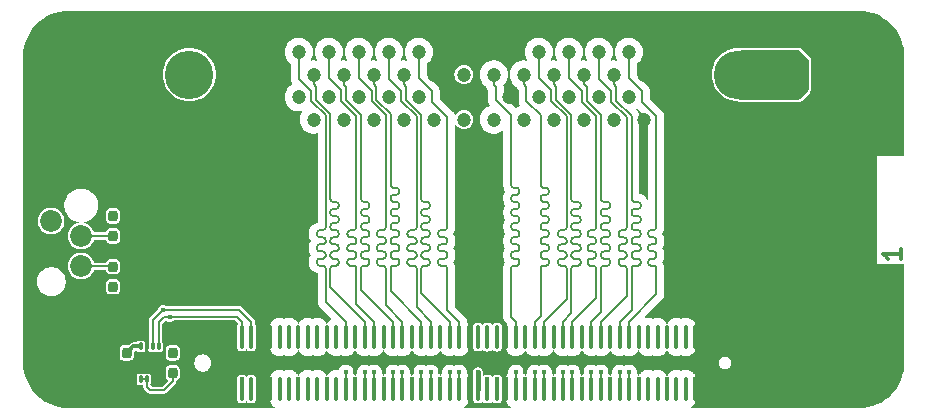
<source format=gtl>
G04 #@! TF.GenerationSoftware,KiCad,Pcbnew,8.0.6*
G04 #@! TF.CreationDate,2024-11-07T02:26:42-08:00*
G04 #@! TF.ProjectId,hvd-50-hd,6876642d-3530-42d6-9864-2e6b69636164,1*
G04 #@! TF.SameCoordinates,Original*
G04 #@! TF.FileFunction,Copper,L1,Top*
G04 #@! TF.FilePolarity,Positive*
%FSLAX46Y46*%
G04 Gerber Fmt 4.6, Leading zero omitted, Abs format (unit mm)*
G04 Created by KiCad (PCBNEW 8.0.6) date 2024-11-07 02:26:42*
%MOMM*%
%LPD*%
G01*
G04 APERTURE LIST*
G04 Aperture macros list*
%AMRoundRect*
0 Rectangle with rounded corners*
0 $1 Rounding radius*
0 $2 $3 $4 $5 $6 $7 $8 $9 X,Y pos of 4 corners*
0 Add a 4 corners polygon primitive as box body*
4,1,4,$2,$3,$4,$5,$6,$7,$8,$9,$2,$3,0*
0 Add four circle primitives for the rounded corners*
1,1,$1+$1,$2,$3*
1,1,$1+$1,$4,$5*
1,1,$1+$1,$6,$7*
1,1,$1+$1,$8,$9*
0 Add four rect primitives between the rounded corners*
20,1,$1+$1,$2,$3,$4,$5,0*
20,1,$1+$1,$4,$5,$6,$7,0*
20,1,$1+$1,$6,$7,$8,$9,0*
20,1,$1+$1,$8,$9,$2,$3,0*%
G04 Aperture macros list end*
%ADD10C,0.300000*%
G04 #@! TA.AperFunction,NonConductor*
%ADD11C,0.300000*%
G04 #@! TD*
G04 #@! TA.AperFunction,SMDPad,CuDef*
%ADD12RoundRect,0.100000X0.100000X0.900000X-0.100000X0.900000X-0.100000X-0.900000X0.100000X-0.900000X0*%
G04 #@! TD*
G04 #@! TA.AperFunction,SMDPad,CuDef*
%ADD13RoundRect,0.200000X0.200000X-0.250000X0.200000X0.250000X-0.200000X0.250000X-0.200000X-0.250000X0*%
G04 #@! TD*
G04 #@! TA.AperFunction,SMDPad,CuDef*
%ADD14RoundRect,0.200000X-0.200000X0.250000X-0.200000X-0.250000X0.200000X-0.250000X0.200000X0.250000X0*%
G04 #@! TD*
G04 #@! TA.AperFunction,ComponentPad*
%ADD15C,6.400000*%
G04 #@! TD*
G04 #@! TA.AperFunction,SMDPad,CuDef*
%ADD16RoundRect,0.200000X0.250000X0.200000X-0.250000X0.200000X-0.250000X-0.200000X0.250000X-0.200000X0*%
G04 #@! TD*
G04 #@! TA.AperFunction,SMDPad,CuDef*
%ADD17RoundRect,0.200000X-0.250000X-0.200000X0.250000X-0.200000X0.250000X0.200000X-0.250000X0.200000X0*%
G04 #@! TD*
G04 #@! TA.AperFunction,ComponentPad*
%ADD18C,1.200000*%
G04 #@! TD*
G04 #@! TA.AperFunction,ComponentPad*
%ADD19C,4.100000*%
G04 #@! TD*
G04 #@! TA.AperFunction,SMDPad,CuDef*
%ADD20RoundRect,0.046875X0.103125X-0.253125X0.103125X0.253125X-0.103125X0.253125X-0.103125X-0.253125X0*%
G04 #@! TD*
G04 #@! TA.AperFunction,SMDPad,CuDef*
%ADD21RoundRect,0.250000X0.550000X-0.550000X0.550000X0.550000X-0.550000X0.550000X-0.550000X-0.550000X0*%
G04 #@! TD*
G04 #@! TA.AperFunction,ComponentPad*
%ADD22C,1.850000*%
G04 #@! TD*
G04 #@! TA.AperFunction,ViaPad*
%ADD23C,0.450000*%
G04 #@! TD*
G04 #@! TA.AperFunction,Conductor*
%ADD24C,0.200000*%
G04 #@! TD*
G04 #@! TA.AperFunction,Conductor*
%ADD25C,0.300000*%
G04 #@! TD*
G04 #@! TA.AperFunction,Conductor*
%ADD26C,0.127500*%
G04 #@! TD*
G04 #@! TA.AperFunction,Conductor*
%ADD27C,0.400000*%
G04 #@! TD*
G04 APERTURE END LIST*
D10*
D11*
X-499172Y13628573D02*
X-499172Y12771430D01*
X-499172Y13200001D02*
X-1999172Y13200001D01*
X-1999172Y13200001D02*
X-1784886Y13057144D01*
X-1784886Y13057144D02*
X-1642029Y12914287D01*
X-1642029Y12914287D02*
X-1570600Y12771430D01*
D12*
G04 #@! TO.P,J1,1,Pin_1*
G04 #@! TO.N,GND*
X-57100000Y1800000D03*
G04 #@! TO.P,J1,2,Pin_2*
X-57100000Y6200000D03*
G04 #@! TO.P,J1,3,Pin_3*
G04 #@! TO.N,+3V3*
X-56300000Y1800001D03*
G04 #@! TO.P,J1,4,Pin_4*
G04 #@! TO.N,/PHY.ID_SDA*
X-56300000Y6199999D03*
G04 #@! TO.P,J1,5,Pin_5*
G04 #@! TO.N,unconnected-(J1-Pin_5-Pad5)*
X-55500000Y1800000D03*
G04 #@! TO.P,J1,6,Pin_6*
G04 #@! TO.N,/PHY.ID_SCL*
X-55500000Y6200000D03*
G04 #@! TO.P,J1,7,Pin_7*
G04 #@! TO.N,GND*
X-54700001Y1800000D03*
G04 #@! TO.P,J1,8,Pin_8*
X-54700001Y6200000D03*
G04 #@! TO.P,J1,9,Pin_9*
X-53900000Y1800000D03*
G04 #@! TO.P,J1,10,Pin_10*
X-53900000Y6200000D03*
G04 #@! TO.P,J1,11,Pin_11*
G04 #@! TO.N,/CON.DB12+*
X-53100000Y1800000D03*
G04 #@! TO.P,J1,12,Pin_12*
G04 #@! TO.N,/CON.DB12-*
X-53100000Y6200000D03*
G04 #@! TO.P,J1,13,Pin_13*
G04 #@! TO.N,/CON.DB13+*
X-52299999Y1800000D03*
G04 #@! TO.P,J1,14,Pin_14*
G04 #@! TO.N,/CON.DB13-*
X-52299999Y6200000D03*
G04 #@! TO.P,J1,15,Pin_15*
G04 #@! TO.N,GND*
X-51500000Y1800000D03*
G04 #@! TO.P,J1,16,Pin_16*
X-51500000Y6200000D03*
G04 #@! TO.P,J1,17,Pin_17*
G04 #@! TO.N,/CON.DB14+*
X-50700000Y1800001D03*
G04 #@! TO.P,J1,18,Pin_18*
G04 #@! TO.N,/CON.DB14-*
X-50700000Y6199999D03*
G04 #@! TO.P,J1,19,Pin_19*
G04 #@! TO.N,/CON.DB15+*
X-49900000Y1800000D03*
G04 #@! TO.P,J1,20,Pin_20*
G04 #@! TO.N,/CON.DB15-*
X-49900000Y6200000D03*
G04 #@! TO.P,J1,21,Pin_21*
G04 #@! TO.N,GND*
X-49100000Y1800000D03*
G04 #@! TO.P,J1,22,Pin_22*
X-49100000Y6200000D03*
G04 #@! TO.P,J1,23,Pin_23*
G04 #@! TO.N,/CON.DP1+*
X-48300000Y1800000D03*
G04 #@! TO.P,J1,24,Pin_24*
G04 #@! TO.N,/CON.DP1-*
X-48300000Y6200000D03*
G04 #@! TO.P,J1,25,Pin_25*
G04 #@! TO.N,/CON.DB0+*
X-47500000Y1800000D03*
G04 #@! TO.P,J1,26,Pin_26*
G04 #@! TO.N,/CON.DB0-*
X-47500000Y6200000D03*
G04 #@! TO.P,J1,27,Pin_27*
G04 #@! TO.N,GND*
X-46699999Y1800000D03*
G04 #@! TO.P,J1,28,Pin_28*
X-46699999Y6200000D03*
G04 #@! TO.P,J1,29,Pin_29*
G04 #@! TO.N,/CON.DB1+*
X-45900000Y1800000D03*
G04 #@! TO.P,J1,30,Pin_30*
G04 #@! TO.N,/CON.DB1-*
X-45900000Y6200000D03*
G04 #@! TO.P,J1,31,Pin_31*
G04 #@! TO.N,/CON.DB2+*
X-45100000Y1800001D03*
G04 #@! TO.P,J1,32,Pin_32*
G04 #@! TO.N,/CON.DB2-*
X-45100000Y6199999D03*
G04 #@! TO.P,J1,33,Pin_33*
G04 #@! TO.N,GND*
X-44300000Y1800000D03*
G04 #@! TO.P,J1,34,Pin_34*
X-44300000Y6200000D03*
G04 #@! TO.P,J1,35,Pin_35*
G04 #@! TO.N,/CON.DB3+*
X-43500000Y1800000D03*
G04 #@! TO.P,J1,36,Pin_36*
G04 #@! TO.N,/CON.DB3-*
X-43500000Y6200000D03*
G04 #@! TO.P,J1,37,Pin_37*
G04 #@! TO.N,/CON.DB4+*
X-42700000Y1800000D03*
G04 #@! TO.P,J1,38,Pin_38*
G04 #@! TO.N,/CON.DB4-*
X-42700000Y6200000D03*
G04 #@! TO.P,J1,39,Pin_39*
G04 #@! TO.N,GND*
X-41900000Y1800000D03*
G04 #@! TO.P,J1,40,Pin_40*
X-41900000Y6200000D03*
G04 #@! TO.P,J1,41,Pin_41*
G04 #@! TO.N,/CON.DB5+*
X-41099999Y1800000D03*
G04 #@! TO.P,J1,42,Pin_42*
G04 #@! TO.N,/CON.DB5-*
X-41099999Y6200000D03*
G04 #@! TO.P,J1,43,Pin_43*
G04 #@! TO.N,/CON.DB6+*
X-40300000Y1800000D03*
G04 #@! TO.P,J1,44,Pin_44*
G04 #@! TO.N,/CON.DB6-*
X-40300000Y6200000D03*
G04 #@! TO.P,J1,45,Pin_45*
G04 #@! TO.N,GND*
X-39500000Y1800001D03*
G04 #@! TO.P,J1,46,Pin_46*
X-39500000Y6199999D03*
G04 #@! TO.P,J1,47,Pin_47*
G04 #@! TO.N,/CON.DB7+*
X-38700000Y1800000D03*
G04 #@! TO.P,J1,48,Pin_48*
G04 #@! TO.N,/CON.DB7-*
X-38700000Y6200000D03*
G04 #@! TO.P,J1,49,Pin_49*
G04 #@! TO.N,/CON.DP0+*
X-37900000Y1800000D03*
G04 #@! TO.P,J1,50,Pin_50*
G04 #@! TO.N,/CON.DP0-*
X-37900000Y6200000D03*
G04 #@! TO.P,J1,51,Pin_51*
G04 #@! TO.N,GND*
X-37100000Y1800000D03*
G04 #@! TO.P,J1,52,Pin_52*
X-37100000Y6200000D03*
G04 #@! TO.P,J1,53,Pin_53*
G04 #@! TO.N,/CON.DIFFSENSE*
X-36300000Y1800000D03*
G04 #@! TO.P,J1,54,Pin_54*
G04 #@! TO.N,unconnected-(J1-Pin_54-Pad54)*
X-36300000Y6200000D03*
G04 #@! TO.P,J1,55,Pin_55*
G04 #@! TO.N,/CON.TERMPWR*
X-35500000Y1800001D03*
G04 #@! TO.P,J1,56,Pin_56*
X-35500000Y6199999D03*
G04 #@! TO.P,J1,57,Pin_57*
X-34700000Y1800000D03*
G04 #@! TO.P,J1,58,Pin_58*
X-34700000Y6200000D03*
G04 #@! TO.P,J1,59,Pin_59*
G04 #@! TO.N,GND*
X-33900001Y1800000D03*
G04 #@! TO.P,J1,60,Pin_60*
X-33900001Y6200000D03*
G04 #@! TO.P,J1,61,Pin_61*
G04 #@! TO.N,/CON.ATN+*
X-33100000Y1800000D03*
G04 #@! TO.P,J1,62,Pin_62*
G04 #@! TO.N,/CON.ATN-*
X-33100000Y6200000D03*
G04 #@! TO.P,J1,63,Pin_63*
G04 #@! TO.N,GND*
X-32300000Y1800000D03*
G04 #@! TO.P,J1,64,Pin_64*
X-32300000Y6200000D03*
G04 #@! TO.P,J1,65,Pin_65*
G04 #@! TO.N,/CON.BSY+*
X-31500000Y1800000D03*
G04 #@! TO.P,J1,66,Pin_66*
G04 #@! TO.N,/CON.BSY-*
X-31500000Y6200000D03*
G04 #@! TO.P,J1,67,Pin_67*
G04 #@! TO.N,/CON.ACK+*
X-30700000Y1800000D03*
G04 #@! TO.P,J1,68,Pin_68*
G04 #@! TO.N,/CON.ACK-*
X-30700000Y6200000D03*
G04 #@! TO.P,J1,69,Pin_69*
G04 #@! TO.N,GND*
X-29900000Y1800001D03*
G04 #@! TO.P,J1,70,Pin_70*
X-29900000Y6199999D03*
G04 #@! TO.P,J1,71,Pin_71*
G04 #@! TO.N,/CON.RST+*
X-29100000Y1800000D03*
G04 #@! TO.P,J1,72,Pin_72*
G04 #@! TO.N,/CON.RST-*
X-29100000Y6200000D03*
G04 #@! TO.P,J1,73,Pin_73*
G04 #@! TO.N,/CON.MSG+*
X-28300001Y1800000D03*
G04 #@! TO.P,J1,74,Pin_74*
G04 #@! TO.N,/CON.MSG-*
X-28300001Y6200000D03*
G04 #@! TO.P,J1,75,Pin_75*
G04 #@! TO.N,GND*
X-27500000Y1800000D03*
G04 #@! TO.P,J1,76,Pin_76*
X-27500000Y6200000D03*
G04 #@! TO.P,J1,77,Pin_77*
G04 #@! TO.N,/CON.SEL+*
X-26700000Y1800000D03*
G04 #@! TO.P,J1,78,Pin_78*
G04 #@! TO.N,/CON.SEL-*
X-26700000Y6200000D03*
G04 #@! TO.P,J1,79,Pin_79*
G04 #@! TO.N,/CON.C{slash}D+*
X-25900000Y1800000D03*
G04 #@! TO.P,J1,80,Pin_80*
G04 #@! TO.N,/CON.C{slash}D-*
X-25900000Y6200000D03*
G04 #@! TO.P,J1,81,Pin_81*
G04 #@! TO.N,GND*
X-25100000Y1800000D03*
G04 #@! TO.P,J1,82,Pin_82*
X-25100000Y6200000D03*
G04 #@! TO.P,J1,83,Pin_83*
G04 #@! TO.N,/CON.REQ+*
X-24300000Y1800001D03*
G04 #@! TO.P,J1,84,Pin_84*
G04 #@! TO.N,/CON.REQ-*
X-24300000Y6199999D03*
G04 #@! TO.P,J1,85,Pin_85*
G04 #@! TO.N,/CON.I{slash}O+*
X-23500000Y1800000D03*
G04 #@! TO.P,J1,86,Pin_86*
G04 #@! TO.N,/CON.I{slash}O-*
X-23500000Y6200000D03*
G04 #@! TO.P,J1,87,Pin_87*
G04 #@! TO.N,GND*
X-22700001Y1800000D03*
G04 #@! TO.P,J1,88,Pin_88*
X-22700001Y6200000D03*
G04 #@! TO.P,J1,89,Pin_89*
G04 #@! TO.N,/CON.DB8+*
X-21900000Y1800000D03*
G04 #@! TO.P,J1,90,Pin_90*
G04 #@! TO.N,/CON.DB8-*
X-21900000Y6200000D03*
G04 #@! TO.P,J1,91,Pin_91*
G04 #@! TO.N,/CON.DB9+*
X-21100000Y1800000D03*
G04 #@! TO.P,J1,92,Pin_92*
G04 #@! TO.N,/CON.DB9-*
X-21100000Y6200000D03*
G04 #@! TO.P,J1,93,Pin_93*
G04 #@! TO.N,GND*
X-20299999Y1800000D03*
G04 #@! TO.P,J1,94,Pin_94*
X-20299999Y6200000D03*
G04 #@! TO.P,J1,95,Pin_95*
G04 #@! TO.N,/CON.DB10+*
X-19500000Y1800000D03*
G04 #@! TO.P,J1,96,Pin_96*
G04 #@! TO.N,/CON.DB10-*
X-19500000Y6200000D03*
G04 #@! TO.P,J1,97,Pin_97*
G04 #@! TO.N,/CON.DB11+*
X-18700000Y1800001D03*
G04 #@! TO.P,J1,98,Pin_98*
G04 #@! TO.N,/CON.DB11-*
X-18700000Y6199999D03*
G04 #@! TO.P,J1,99,Pin_99*
G04 #@! TO.N,GND*
X-17900000Y1800000D03*
G04 #@! TO.P,J1,100,Pin_100*
X-17900000Y6200000D03*
G04 #@! TD*
D13*
G04 #@! TO.P,R3,1*
G04 #@! TO.N,+3V3*
X-67200000Y10450000D03*
G04 #@! TO.P,R3,2*
G04 #@! TO.N,/PHY.ID_SCL*
X-67200000Y12150000D03*
G04 #@! TD*
D14*
G04 #@! TO.P,R2,1*
G04 #@! TO.N,+3V3*
X-67200000Y16450000D03*
G04 #@! TO.P,R2,2*
G04 #@! TO.N,/PHY.ID_SDA*
X-67200000Y14750000D03*
G04 #@! TD*
D13*
G04 #@! TO.P,C1,1*
G04 #@! TO.N,GND*
X-66050000Y3150000D03*
G04 #@! TO.P,C1,2*
G04 #@! TO.N,+3V3*
X-66050000Y4850000D03*
G04 #@! TD*
D15*
G04 #@! TO.P,H4,1,1*
G04 #@! TO.N,GND*
X-4000000Y4000000D03*
G04 #@! TD*
D16*
G04 #@! TO.P,R4,1*
G04 #@! TO.N,GND*
X-7050000Y27750000D03*
G04 #@! TO.P,R4,2*
G04 #@! TO.N,/SHIELD*
X-8750000Y27750000D03*
G04 #@! TD*
D17*
G04 #@! TO.P,C2,1*
G04 #@! TO.N,/SHIELD*
X-8750000Y29050000D03*
G04 #@! TO.P,C2,2*
G04 #@! TO.N,GND*
X-7050000Y29050000D03*
G04 #@! TD*
D18*
G04 #@! TO.P,J5,1,Pin_1*
G04 #@! TO.N,GND*
X-52740001Y24606000D03*
G04 #@! TO.P,J5,2,Pin_2*
G04 #@! TO.N,/CON.DB0+*
X-51470000Y26511001D03*
G04 #@! TO.P,J5,3,Pin_3*
G04 #@! TO.N,/CON.DB1+*
X-50200000Y24606000D03*
G04 #@! TO.P,J5,4,Pin_4*
G04 #@! TO.N,/CON.DB2+*
X-48930001Y26511001D03*
G04 #@! TO.P,J5,5,Pin_5*
G04 #@! TO.N,/CON.DB3+*
X-47659999Y24606000D03*
G04 #@! TO.P,J5,6,Pin_6*
G04 #@! TO.N,/CON.DB4+*
X-46390000Y26510998D03*
G04 #@! TO.P,J5,7,Pin_7*
G04 #@! TO.N,/CON.DB5+*
X-45119999Y24606000D03*
G04 #@! TO.P,J5,8,Pin_8*
G04 #@! TO.N,/CON.DB6+*
X-43850001Y26511001D03*
G04 #@! TO.P,J5,9,Pin_9*
G04 #@! TO.N,/CON.DB7+*
X-42579998Y24606000D03*
G04 #@! TO.P,J5,10,Pin_10*
G04 #@! TO.N,/CON.DP0+*
X-41310001Y26511001D03*
G04 #@! TO.P,J5,11,Pin_11*
G04 #@! TO.N,/CON.DIFFSENSE*
X-40039997Y24606000D03*
G04 #@! TO.P,J5,12,Pin_12*
G04 #@! TO.N,GND*
X-38770000Y26511001D03*
G04 #@! TO.P,J5,13,Pin_13*
G04 #@! TO.N,/CON.TERMPWR*
X-37500000Y24606000D03*
G04 #@! TO.P,J5,14,Pin_14*
G04 #@! TO.N,GND*
X-36229999Y26510998D03*
G04 #@! TO.P,J5,15,Pin_15*
G04 #@! TO.N,/CON.ATN+*
X-34959999Y24606000D03*
G04 #@! TO.P,J5,16,Pin_16*
G04 #@! TO.N,GND*
X-33690000Y26510998D03*
G04 #@! TO.P,J5,17,Pin_17*
G04 #@! TO.N,/CON.BSY+*
X-32419998Y24606000D03*
G04 #@! TO.P,J5,18,Pin_18*
G04 #@! TO.N,/CON.ACK+*
X-31149999Y26511001D03*
G04 #@! TO.P,J5,19,Pin_19*
G04 #@! TO.N,/CON.RST+*
X-29880001Y24606000D03*
G04 #@! TO.P,J5,20,Pin_20*
G04 #@! TO.N,/CON.MSG+*
X-28610000Y26511001D03*
G04 #@! TO.P,J5,21,Pin_21*
G04 #@! TO.N,/CON.SEL+*
X-27340000Y24606000D03*
G04 #@! TO.P,J5,22,Pin_22*
G04 #@! TO.N,/CON.C{slash}D+*
X-26070000Y26511001D03*
G04 #@! TO.P,J5,23,Pin_23*
G04 #@! TO.N,/CON.REQ+*
X-24799999Y24606000D03*
G04 #@! TO.P,J5,24,Pin_24*
G04 #@! TO.N,/CON.I{slash}O+*
X-23530000Y26510998D03*
G04 #@! TO.P,J5,25,Pin_25*
G04 #@! TO.N,GND*
X-22259999Y24606000D03*
G04 #@! TO.P,J5,26,Pin_26*
X-52740002Y28416000D03*
G04 #@! TO.P,J5,27,Pin_27*
G04 #@! TO.N,/CON.DB0-*
X-51470000Y30320999D03*
G04 #@! TO.P,J5,28,Pin_28*
G04 #@! TO.N,/CON.DB1-*
X-50200002Y28415999D03*
G04 #@! TO.P,J5,29,Pin_29*
G04 #@! TO.N,/CON.DB2-*
X-48929998Y30320999D03*
G04 #@! TO.P,J5,30,Pin_30*
G04 #@! TO.N,/CON.DB3-*
X-47660000Y28415999D03*
G04 #@! TO.P,J5,31,Pin_31*
G04 #@! TO.N,/CON.DB4-*
X-46389999Y30320999D03*
G04 #@! TO.P,J5,32,Pin_32*
G04 #@! TO.N,/CON.DB5-*
X-45120000Y28415999D03*
G04 #@! TO.P,J5,33,Pin_33*
G04 #@! TO.N,/CON.DB6-*
X-43849998Y30320999D03*
G04 #@! TO.P,J5,34,Pin_34*
G04 #@! TO.N,/CON.DB7-*
X-42580001Y28415999D03*
G04 #@! TO.P,J5,35,Pin_35*
G04 #@! TO.N,/CON.DP0-*
X-41309999Y30320999D03*
G04 #@! TO.P,J5,36,Pin_36*
G04 #@! TO.N,GND*
X-40040000Y28416000D03*
G04 #@! TO.P,J5,37,Pin_37*
X-38770000Y30320999D03*
G04 #@! TO.P,J5,38,Pin_38*
G04 #@! TO.N,/CON.TERMPWR*
X-37500000Y28415999D03*
G04 #@! TO.P,J5,39,Pin_39*
G04 #@! TO.N,GND*
X-36229999Y30320999D03*
G04 #@! TO.P,J5,40,Pin_40*
G04 #@! TO.N,/CON.ATN-*
X-34960002Y28415999D03*
G04 #@! TO.P,J5,41,Pin_41*
G04 #@! TO.N,GND*
X-33689997Y30320999D03*
G04 #@! TO.P,J5,42,Pin_42*
G04 #@! TO.N,/CON.BSY-*
X-32420000Y28415999D03*
G04 #@! TO.P,J5,43,Pin_43*
G04 #@! TO.N,/CON.ACK-*
X-31149999Y30320999D03*
G04 #@! TO.P,J5,44,Pin_44*
G04 #@! TO.N,/CON.RST-*
X-29880002Y28416000D03*
G04 #@! TO.P,J5,45,Pin_45*
G04 #@! TO.N,/CON.MSG-*
X-28610000Y30320998D03*
G04 #@! TO.P,J5,46,Pin_46*
G04 #@! TO.N,/CON.SEL-*
X-27340002Y28415999D03*
G04 #@! TO.P,J5,47,Pin_47*
G04 #@! TO.N,/CON.C{slash}D-*
X-26069998Y30320999D03*
G04 #@! TO.P,J5,48,Pin_48*
G04 #@! TO.N,/CON.REQ-*
X-24800000Y28415999D03*
G04 #@! TO.P,J5,49,Pin_49*
G04 #@! TO.N,/CON.I{slash}O-*
X-23529999Y30320999D03*
G04 #@! TO.P,J5,50,Pin_50*
G04 #@! TO.N,GND*
X-22260000Y28415999D03*
D19*
G04 #@! TO.P,J5,SHIELD,SHIELD*
G04 #@! TO.N,/SHIELD*
X-14258999Y28415999D03*
X-60741000Y28415999D03*
G04 #@! TD*
D13*
G04 #@! TO.P,R1,1*
G04 #@! TO.N,Net-(U1-E0)*
X-62150000Y3150000D03*
G04 #@! TO.P,R1,2*
G04 #@! TO.N,+3V3*
X-62150000Y4850000D03*
G04 #@! TD*
D20*
G04 #@! TO.P,U1,1,E0*
G04 #@! TO.N,Net-(U1-E0)*
X-64850001Y2600000D03*
G04 #@! TO.P,U1,2,E1*
X-64350000Y2600000D03*
G04 #@! TO.P,U1,3,E2*
G04 #@! TO.N,GND*
X-63850000Y2600000D03*
G04 #@! TO.P,U1,4,VSS*
X-63349999Y2600000D03*
G04 #@! TO.P,U1,5,SDA*
G04 #@! TO.N,/PHY.ID_SDA*
X-63349999Y5400000D03*
G04 #@! TO.P,U1,6,SCL*
G04 #@! TO.N,/PHY.ID_SCL*
X-63850000Y5400000D03*
G04 #@! TO.P,U1,7,~{WC}*
G04 #@! TO.N,GND*
X-64350000Y5400000D03*
G04 #@! TO.P,U1,8,VCC*
G04 #@! TO.N,+3V3*
X-64850001Y5400000D03*
D21*
G04 #@! TO.P,U1,EP,VSS*
G04 #@! TO.N,GND*
X-64100000Y4000000D03*
G04 #@! TD*
D22*
G04 #@! TO.P,J3,1,Pin_1*
G04 #@! TO.N,+3V3*
X-72440000Y16010000D03*
G04 #@! TO.P,J3,2,Pin_2*
G04 #@! TO.N,/PHY.ID_SDA*
X-69900000Y14740000D03*
G04 #@! TO.P,J3,3,Pin_3*
G04 #@! TO.N,GND*
X-72440000Y13470000D03*
G04 #@! TO.P,J3,4,Pin_4*
G04 #@! TO.N,/PHY.ID_SCL*
X-69900000Y12200000D03*
G04 #@! TD*
D15*
G04 #@! TO.P,H3,1,1*
G04 #@! TO.N,GND*
X-71000000Y4000000D03*
G04 #@! TD*
D23*
G04 #@! TO.N,GND*
X-20300000Y5400000D03*
X-22700000Y1800000D03*
X-49100000Y1800000D03*
X-53900000Y1000000D03*
X-29900000Y2600000D03*
X-39500000Y6200000D03*
X-39500000Y1800000D03*
X-44300000Y7000000D03*
X-49100000Y6200000D03*
X-64650000Y4000000D03*
X-46700000Y6200000D03*
X-51500000Y2600000D03*
X-27500000Y2600000D03*
X-39500000Y7000000D03*
X-32300000Y1800000D03*
X-53900000Y5400000D03*
X-20300000Y1800000D03*
X-53900000Y2600000D03*
X-37100000Y5400000D03*
X-29900000Y3200000D03*
X-63600000Y4000000D03*
X-25100000Y7000000D03*
X-39500000Y5400000D03*
X-33900000Y1000000D03*
X-39500000Y3200000D03*
X-41900000Y1000000D03*
X-64100000Y4500000D03*
X-33900000Y2600000D03*
X-49100000Y2600000D03*
X-33900000Y6200000D03*
X-51500000Y5400000D03*
X-44300000Y6200000D03*
X-27500000Y6200000D03*
X-39500000Y1000000D03*
X-25100000Y1800000D03*
X-41900000Y7000000D03*
X-22700000Y3200000D03*
X-53900000Y7000000D03*
X-41900000Y6200000D03*
X-27500000Y5400000D03*
X-54700000Y6200000D03*
X-29900000Y1000000D03*
X-20300000Y1000000D03*
X-53900000Y1800000D03*
X-51500000Y6200000D03*
X-20300000Y2600000D03*
X-22700000Y1000000D03*
X-44300000Y5400000D03*
X-33900000Y1800000D03*
X-32300000Y5400000D03*
X-32300000Y3200000D03*
X-20300000Y6200000D03*
X-37100000Y6200000D03*
X-25100000Y2600000D03*
X-37100000Y7000000D03*
X-39500000Y2600000D03*
X-25100000Y3200000D03*
X-25100000Y6200000D03*
X-33900000Y7000000D03*
X-33900000Y3200000D03*
X-51500000Y7000000D03*
X-54700000Y7000000D03*
X-29900000Y7000000D03*
X-44300000Y1800000D03*
X-22700000Y2600000D03*
X-17900000Y5400000D03*
X-41900000Y2600000D03*
X-17900000Y7000000D03*
X-44300000Y1000000D03*
X-32300000Y7000000D03*
X-51500000Y1800000D03*
X-54700000Y5400000D03*
X-22700000Y6200000D03*
X-57100000Y5400000D03*
X-37100000Y1800000D03*
X-46700000Y1000000D03*
X-25100000Y1000000D03*
X-32300000Y2600000D03*
X-44300000Y2600000D03*
X-46700000Y5400000D03*
X-51500000Y3200000D03*
X-54700000Y1800000D03*
X-22700000Y7000000D03*
X-46700000Y2600000D03*
X-37100000Y1000000D03*
X-37100000Y2600000D03*
X-51500000Y1000000D03*
X-17900000Y1000000D03*
X-20300000Y7000000D03*
X-57100000Y6200000D03*
X-32300000Y1000000D03*
X-33900000Y5400000D03*
X-46700000Y1800000D03*
X-29900000Y5400000D03*
X-27500000Y1800000D03*
X-41900000Y1800000D03*
X-53900000Y6200000D03*
X-41900000Y5400000D03*
X-29900000Y6200000D03*
X-49100000Y5400000D03*
X-54700000Y2600000D03*
X-49100000Y7000000D03*
X-44300000Y3200000D03*
X-49100000Y1000000D03*
X-20300000Y3200000D03*
X-17900000Y3200000D03*
X-37100000Y3200000D03*
X-46700000Y3200000D03*
X-41900000Y3200000D03*
X-46700000Y7000000D03*
X-29900000Y1800000D03*
X-25100000Y5400000D03*
X-64100000Y3500000D03*
X-32300000Y6200000D03*
X-17900000Y6200000D03*
X-49100000Y3200000D03*
X-27500000Y1000000D03*
X-57100000Y7000000D03*
X-22700000Y5400000D03*
X-17900000Y2600000D03*
X-54700000Y1000000D03*
X-27500000Y3200000D03*
X-53900000Y3200000D03*
X-17900000Y1800000D03*
X-27500000Y7000000D03*
X-66050000Y3150000D03*
G04 #@! TO.N,/PHY.ID_SCL*
X-67200000Y12150000D03*
X-63000000Y8500000D03*
G04 #@! TO.N,+3V3*
X-56300000Y1800000D03*
X-67200000Y16500000D03*
X-67200000Y10500000D03*
X-66050000Y4850000D03*
X-56300000Y1000000D03*
X-56300000Y2600000D03*
X-62150000Y4850000D03*
G04 #@! TO.N,/PHY.ID_SDA*
X-67200000Y14750000D03*
X-62400000Y7900000D03*
G04 #@! TO.N,/CON.C{slash}D+*
X-25900000Y3200000D03*
G04 #@! TO.N,/CON.ACK+*
X-30700000Y3200000D03*
G04 #@! TO.N,/CON.TERMPWR*
X-35500000Y5400000D03*
X-34700000Y2600000D03*
X-34700000Y5400000D03*
X-34700000Y6200000D03*
X-35500000Y7000000D03*
X-35500000Y6200000D03*
X-34700000Y7000000D03*
X-35500000Y1800000D03*
X-35500000Y2600000D03*
X-35500000Y1000000D03*
X-34700000Y1000000D03*
X-34700000Y1800000D03*
G04 #@! TO.N,/CON.BSY+*
X-31500000Y3200000D03*
G04 #@! TO.N,/CON.DB5+*
X-41100000Y3200000D03*
G04 #@! TO.N,/CON.DP0+*
X-37900000Y3200000D03*
G04 #@! TO.N,/CON.SEL+*
X-26700000Y3200000D03*
G04 #@! TO.N,/CON.ATN+*
X-33100000Y3200000D03*
G04 #@! TO.N,/CON.DB7+*
X-38700000Y3200000D03*
G04 #@! TO.N,/CON.REQ+*
X-24300000Y3200000D03*
G04 #@! TO.N,/CON.MSG+*
X-28300000Y3200000D03*
G04 #@! TO.N,/CON.DB3+*
X-43500000Y3200000D03*
G04 #@! TO.N,/CON.DIFFSENSE*
X-36300000Y3200000D03*
G04 #@! TO.N,/CON.I{slash}O+*
X-23500000Y3200000D03*
G04 #@! TO.N,/CON.DB4+*
X-42700000Y3200000D03*
G04 #@! TO.N,/CON.RST+*
X-29100000Y3200000D03*
G04 #@! TO.N,/CON.DB6+*
X-40300000Y3200000D03*
G04 #@! TO.N,/CON.DB1+*
X-45900000Y3200000D03*
G04 #@! TO.N,/CON.DB2+*
X-45100000Y3200000D03*
G04 #@! TO.N,/CON.DB0+*
X-47500000Y3200000D03*
G04 #@! TD*
D24*
G04 #@! TO.N,/PHY.ID_SCL*
X-67600000Y12200000D02*
X-69900000Y12200000D01*
X-63850000Y5400000D02*
X-63850000Y7650000D01*
X-56500000Y8500000D02*
X-55500000Y7500000D01*
X-67200000Y12150000D02*
X-67550000Y12150000D01*
X-63000000Y8500000D02*
X-56500000Y8500000D01*
X-67550000Y12150000D02*
X-67600000Y12200000D01*
X-63850000Y7650000D02*
X-63000000Y8500000D01*
X-55500000Y7500000D02*
X-55500000Y6200000D01*
D25*
G04 #@! TO.N,+3V3*
X-64850001Y5400000D02*
X-65500000Y5400000D01*
X-65500000Y5400000D02*
X-66050000Y4850000D01*
D24*
G04 #@! TO.N,/PHY.ID_SDA*
X-62900000Y7900000D02*
X-63349999Y7450001D01*
X-56300000Y7500000D02*
X-56700000Y7900000D01*
X-63349999Y7450001D02*
X-63349999Y5400000D01*
X-67200000Y14750000D02*
X-69890000Y14750000D01*
X-62600000Y7900000D02*
X-62900000Y7900000D01*
X-69890000Y14750000D02*
X-69900000Y14740000D01*
X-56300000Y6199999D02*
X-56300000Y7500000D01*
X-56700000Y7900000D02*
X-62600000Y7900000D01*
D26*
G04 #@! TO.N,/CON.C{slash}D+*
X-25900000Y1800000D02*
X-25900000Y3200000D01*
G04 #@! TO.N,/CON.DB4-*
X-45300000Y27000000D02*
X-46389999Y28089999D01*
X-44859157Y14880000D02*
X-44859157Y15000000D01*
X-45300000Y26200000D02*
X-45300000Y27000000D01*
X-44100000Y25000000D02*
X-45300000Y26200000D01*
X-44859148Y13680000D02*
X-44859148Y13800000D01*
X-44859146Y12480000D02*
X-44859146Y12600000D01*
X-42700000Y7500000D02*
X-44100000Y8900000D01*
X-44340000Y14640000D02*
X-44619157Y14640000D01*
X-44100000Y8900000D02*
X-44100000Y12000000D01*
X-44100000Y13080000D02*
X-44100000Y13200000D01*
X-42700000Y6200000D02*
X-42700000Y7500000D01*
X-44340000Y13440000D02*
X-44619148Y13440000D01*
X-44619157Y15240000D02*
X-44340000Y15240000D01*
X-44619148Y14040000D02*
X-44340000Y14040000D01*
X-44100000Y15480000D02*
X-44100000Y15600000D01*
X-44100000Y15600000D02*
X-44100000Y22500000D01*
X-44619146Y12840000D02*
X-44340000Y12840000D01*
X-44340000Y12240000D02*
X-44619146Y12240000D01*
X-46389999Y28089999D02*
X-46389999Y30320999D01*
X-44100000Y14280000D02*
X-44100000Y14400000D01*
X-44100000Y22500000D02*
X-44100000Y25000000D01*
X-44619148Y13440000D02*
G75*
G02*
X-44859100Y13680000I48J240000D01*
G01*
X-44859157Y15000000D02*
G75*
G02*
X-44619157Y15239957I239957J0D01*
G01*
X-44340000Y12840000D02*
G75*
G03*
X-44100000Y13080000I0J240000D01*
G01*
X-44859148Y13800000D02*
G75*
G02*
X-44619148Y14040048I240048J0D01*
G01*
X-44340000Y14040000D02*
G75*
G03*
X-44100000Y14280000I0J240000D01*
G01*
X-44619146Y12240000D02*
G75*
G02*
X-44859100Y12480000I46J240000D01*
G01*
X-44619157Y14640000D02*
G75*
G02*
X-44859200Y14880000I-43J240000D01*
G01*
X-44100000Y13200000D02*
G75*
G03*
X-44340000Y13440000I-240000J0D01*
G01*
X-44100000Y14400000D02*
G75*
G03*
X-44340000Y14640000I-240000J0D01*
G01*
X-44340000Y15240000D02*
G75*
G03*
X-44100000Y15480000I0J240000D01*
G01*
X-44859146Y12600000D02*
G75*
G02*
X-44619146Y12840046I240046J0D01*
G01*
X-44100000Y12000000D02*
G75*
G03*
X-44340000Y12240000I-240000J0D01*
G01*
G04 #@! TO.N,/CON.ACK+*
X-30700000Y1800000D02*
X-30700000Y3200000D01*
G04 #@! TO.N,/CON.BSY-*
X-30537568Y16440000D02*
X-30760000Y16440000D01*
X-30297568Y13680000D02*
X-30297568Y13800000D01*
X-31500000Y7500000D02*
X-31000000Y8000000D01*
X-30760000Y14640000D02*
X-30537568Y14640000D01*
X-32200000Y26200000D02*
X-32200000Y27400000D01*
X-30760000Y13440000D02*
X-30537568Y13440000D01*
X-31000000Y8000000D02*
X-31000000Y12000000D01*
X-30297568Y16080000D02*
X-30297568Y16200000D01*
X-30297568Y12480000D02*
X-30297568Y12600000D01*
X-31000000Y22500000D02*
X-31000000Y25000000D01*
X-30537558Y18840000D02*
X-30760000Y18840000D01*
X-31000000Y16680000D02*
X-31000000Y16800000D01*
X-30760000Y12240000D02*
X-30537568Y12240000D01*
X-30760000Y15840000D02*
X-30537568Y15840000D01*
X-30537568Y17640000D02*
X-30760000Y17640000D01*
X-30297568Y14880000D02*
X-30297568Y15000000D01*
X-31000000Y15480000D02*
X-31000000Y15600000D01*
X-31000000Y13080000D02*
X-31000000Y13200000D01*
X-32420000Y27620000D02*
X-32420000Y28415999D01*
X-31000000Y25000000D02*
X-32200000Y26200000D01*
X-30760000Y17040000D02*
X-30537568Y17040000D01*
X-31000000Y14280000D02*
X-31000000Y14400000D01*
X-32200000Y27400000D02*
X-32420000Y27620000D01*
X-30537568Y15240000D02*
X-30760000Y15240000D01*
X-30537568Y14040000D02*
X-30760000Y14040000D01*
X-31000000Y17880000D02*
X-31000000Y18000000D01*
X-30297558Y18480000D02*
X-30297558Y18600000D01*
X-30537568Y12840000D02*
X-30760000Y12840000D01*
X-30297568Y17280000D02*
X-30297568Y17400000D01*
X-31500000Y6200000D02*
X-31500000Y7500000D01*
X-30760000Y18240000D02*
X-30537558Y18240000D01*
X-31000000Y19080000D02*
X-31000000Y19200000D01*
X-31000000Y19200000D02*
X-31000000Y22500000D01*
X-30760000Y18840000D02*
G75*
G02*
X-31000000Y19080000I0J240000D01*
G01*
X-30297558Y18600000D02*
G75*
G03*
X-30537558Y18840042I-240042J0D01*
G01*
X-30297568Y16200000D02*
G75*
G03*
X-30537568Y16440032I-240032J0D01*
G01*
X-30297568Y13800000D02*
G75*
G03*
X-30537568Y14040032I-240032J0D01*
G01*
X-30760000Y16440000D02*
G75*
G02*
X-31000000Y16680000I0J240000D01*
G01*
X-31000000Y12000000D02*
G75*
G02*
X-30760000Y12240000I240000J0D01*
G01*
X-30537568Y14640000D02*
G75*
G03*
X-30297600Y14880000I-32J240000D01*
G01*
X-30760000Y17640000D02*
G75*
G02*
X-31000000Y17880000I0J240000D01*
G01*
X-30297568Y12600000D02*
G75*
G03*
X-30537568Y12840032I-240032J0D01*
G01*
X-30537568Y12240000D02*
G75*
G03*
X-30297600Y12480000I-32J240000D01*
G01*
X-30537568Y13440000D02*
G75*
G03*
X-30297600Y13680000I-32J240000D01*
G01*
X-30760000Y14040000D02*
G75*
G02*
X-31000000Y14280000I0J240000D01*
G01*
X-30537558Y18240000D02*
G75*
G03*
X-30297600Y18480000I-42J240000D01*
G01*
X-31000000Y16800000D02*
G75*
G02*
X-30760000Y17040000I240000J0D01*
G01*
X-31000000Y13200000D02*
G75*
G02*
X-30760000Y13440000I240000J0D01*
G01*
X-31000000Y14400000D02*
G75*
G02*
X-30760000Y14640000I240000J0D01*
G01*
X-30760000Y15240000D02*
G75*
G02*
X-31000000Y15480000I0J240000D01*
G01*
X-31000000Y15600000D02*
G75*
G02*
X-30760000Y15840000I240000J0D01*
G01*
X-30297568Y15000000D02*
G75*
G03*
X-30537568Y15240032I-240032J0D01*
G01*
X-30537568Y17040000D02*
G75*
G03*
X-30297600Y17280000I-32J240000D01*
G01*
X-31000000Y18000000D02*
G75*
G02*
X-30760000Y18240000I240000J0D01*
G01*
X-30297568Y17400000D02*
G75*
G03*
X-30537568Y17640032I-240032J0D01*
G01*
X-30760000Y12840000D02*
G75*
G02*
X-31000000Y13080000I0J240000D01*
G01*
X-30537568Y15840000D02*
G75*
G03*
X-30297600Y16080000I-32J240000D01*
G01*
G04 #@! TO.N,/CON.RST-*
X-27609052Y12480000D02*
X-27609052Y12600000D01*
X-27849052Y17640000D02*
X-28160000Y17640000D01*
X-28160000Y14640000D02*
X-27849052Y14640000D01*
X-28160000Y12240000D02*
X-27849052Y12240000D01*
X-27609052Y13680000D02*
X-27609052Y13800000D01*
X-28400000Y17880000D02*
X-28400000Y18000000D01*
X-27609052Y17280000D02*
X-27609052Y17400000D01*
X-27849052Y16440000D02*
X-28160000Y16440000D01*
X-28160000Y15840000D02*
X-27849052Y15840000D01*
X-29880002Y27580002D02*
X-29880002Y28416000D01*
X-28400000Y13080000D02*
X-28400000Y13200000D01*
X-27609052Y14880000D02*
X-27609052Y15000000D01*
X-29100000Y6200000D02*
X-29100000Y7500000D01*
X-27849052Y12840000D02*
X-28160000Y12840000D01*
X-27849052Y15240000D02*
X-28160000Y15240000D01*
X-29100000Y7500000D02*
X-28400000Y8200000D01*
X-29700000Y27400000D02*
X-29880002Y27580002D01*
X-28400000Y18000000D02*
X-28400000Y22500000D01*
X-28400000Y14280000D02*
X-28400000Y14400000D01*
X-28400000Y25000000D02*
X-29700000Y26300000D01*
X-27849052Y14040000D02*
X-28160000Y14040000D01*
X-28400000Y22500000D02*
X-28400000Y25000000D01*
X-28400000Y15480000D02*
X-28400000Y15600000D01*
X-29700000Y26300000D02*
X-29700000Y27400000D01*
X-28400000Y8200000D02*
X-28400000Y12000000D01*
X-28400000Y16680000D02*
X-28400000Y16800000D01*
X-27609052Y16080000D02*
X-27609052Y16200000D01*
X-28160000Y13440000D02*
X-27849052Y13440000D01*
X-28160000Y17040000D02*
X-27849052Y17040000D01*
X-27609052Y16200000D02*
G75*
G03*
X-27849052Y16440048I-240048J0D01*
G01*
X-28400000Y12000000D02*
G75*
G02*
X-28160000Y12240000I240000J0D01*
G01*
X-28160000Y12840000D02*
G75*
G02*
X-28400000Y13080000I0J240000D01*
G01*
X-28400000Y14400000D02*
G75*
G02*
X-28160000Y14640000I240000J0D01*
G01*
X-28400000Y16800000D02*
G75*
G02*
X-28160000Y17040000I240000J0D01*
G01*
X-27849052Y12240000D02*
G75*
G03*
X-27609100Y12480000I-48J240000D01*
G01*
X-27849052Y13440000D02*
G75*
G03*
X-27609100Y13680000I-48J240000D01*
G01*
X-27849052Y14640000D02*
G75*
G03*
X-27609100Y14880000I-48J240000D01*
G01*
X-28160000Y17640000D02*
G75*
G02*
X-28400000Y17880000I0J240000D01*
G01*
X-28160000Y15240000D02*
G75*
G02*
X-28400000Y15480000I0J240000D01*
G01*
X-27849052Y15840000D02*
G75*
G03*
X-27609100Y16080000I-48J240000D01*
G01*
X-27609052Y12600000D02*
G75*
G03*
X-27849052Y12840048I-240048J0D01*
G01*
X-27609052Y15000000D02*
G75*
G03*
X-27849052Y15240048I-240048J0D01*
G01*
X-28160000Y14040000D02*
G75*
G02*
X-28400000Y14280000I0J240000D01*
G01*
X-28400000Y15600000D02*
G75*
G02*
X-28160000Y15840000I240000J0D01*
G01*
X-28400000Y13200000D02*
G75*
G02*
X-28160000Y13440000I240000J0D01*
G01*
X-28160000Y16440000D02*
G75*
G02*
X-28400000Y16680000I0J240000D01*
G01*
X-27849052Y17040000D02*
G75*
G03*
X-27609100Y17280000I-48J240000D01*
G01*
X-27609052Y17400000D02*
G75*
G03*
X-27849052Y17640048I-240048J0D01*
G01*
X-27609052Y13800000D02*
G75*
G03*
X-27849052Y14040048I-240048J0D01*
G01*
G04 #@! TO.N,/CON.DB2-*
X-47349471Y12480000D02*
X-47349471Y12600000D01*
X-46600000Y13080000D02*
X-46600000Y13200000D01*
X-46600000Y9000000D02*
X-46600000Y12000000D01*
X-45100000Y6199999D02*
X-45100000Y7500000D01*
X-47109471Y15240000D02*
X-46840000Y15240000D01*
X-46840000Y14640000D02*
X-47109471Y14640000D01*
X-46600000Y24900000D02*
X-47900000Y26200000D01*
X-45100000Y7500000D02*
X-46600000Y9000000D01*
X-46840000Y13440000D02*
X-47109471Y13440000D01*
X-47109471Y14040000D02*
X-46840000Y14040000D01*
X-46840000Y12240000D02*
X-47109471Y12240000D01*
X-47349471Y13680000D02*
X-47349471Y13800000D01*
X-46600000Y15480000D02*
X-46600000Y15600000D01*
X-48929998Y28129998D02*
X-48929998Y30320999D01*
X-46600000Y15600000D02*
X-46600000Y22500000D01*
X-47900000Y27100000D02*
X-48929998Y28129998D01*
X-47109471Y12840000D02*
X-46840000Y12840000D01*
X-47900000Y26200000D02*
X-47900000Y27100000D01*
X-47349471Y14880000D02*
X-47349471Y15000000D01*
X-46600000Y22500000D02*
X-46600000Y24900000D01*
X-46600000Y14280000D02*
X-46600000Y14400000D01*
X-46840000Y12840000D02*
G75*
G03*
X-46600000Y13080000I0J240000D01*
G01*
X-47109471Y13440000D02*
G75*
G02*
X-47349500Y13680000I-29J240000D01*
G01*
X-46600000Y13200000D02*
G75*
G03*
X-46840000Y13440000I-240000J0D01*
G01*
X-47349471Y12600000D02*
G75*
G02*
X-47109471Y12839971I239971J0D01*
G01*
X-46600000Y12000000D02*
G75*
G03*
X-46840000Y12240000I-240000J0D01*
G01*
X-47349471Y13800000D02*
G75*
G02*
X-47109471Y14039971I239971J0D01*
G01*
X-47109471Y14640000D02*
G75*
G02*
X-47349500Y14880000I-29J240000D01*
G01*
X-46840000Y15240000D02*
G75*
G03*
X-46600000Y15480000I0J240000D01*
G01*
X-47109471Y12240000D02*
G75*
G02*
X-47349500Y12480000I-29J240000D01*
G01*
X-46600000Y14400000D02*
G75*
G03*
X-46840000Y14640000I-240000J0D01*
G01*
X-47349471Y15000000D02*
G75*
G02*
X-47109471Y15239971I239971J0D01*
G01*
X-46840000Y14040000D02*
G75*
G03*
X-46600000Y14280000I0J240000D01*
G01*
G04 #@! TO.N,/CON.BSY+*
X-31500000Y1800000D02*
X-31500000Y3200000D01*
G04 #@! TO.N,/CON.DB5+*
X-41099999Y3199999D02*
X-41100000Y3200000D01*
X-41099999Y1800000D02*
X-41099999Y3199999D01*
G04 #@! TO.N,/CON.ATN-*
X-33035496Y12840000D02*
X-33260000Y12840000D01*
X-33260000Y18240000D02*
X-33035516Y18240000D01*
X-34800000Y26300000D02*
X-34800000Y27400000D01*
X-33500000Y19200000D02*
X-33500000Y22500000D01*
X-33500000Y17880000D02*
X-33500000Y18000000D01*
X-33500000Y15480000D02*
X-33500000Y15600000D01*
X-33035496Y14040000D02*
X-33260000Y14040000D01*
X-34960002Y27560002D02*
X-34960002Y28415999D01*
X-33035496Y17640000D02*
X-33260000Y17640000D01*
X-33500000Y19080000D02*
X-33500000Y19200000D01*
X-33500000Y13080000D02*
X-33500000Y13200000D01*
X-33500000Y14280000D02*
X-33500000Y14400000D01*
X-33260000Y17040000D02*
X-33035496Y17040000D01*
X-33500000Y25000000D02*
X-34800000Y26300000D01*
X-33035516Y18840000D02*
X-33260000Y18840000D01*
X-32795496Y12480000D02*
X-32795496Y12600000D01*
X-33500000Y7900000D02*
X-33500000Y12000000D01*
X-34800000Y27400000D02*
X-34960002Y27560002D01*
X-33260000Y14640000D02*
X-33035516Y14640000D01*
X-32795496Y16080000D02*
X-32795496Y16200000D01*
X-33260000Y12240000D02*
X-33035496Y12240000D01*
X-33500000Y22500000D02*
X-33500000Y25000000D01*
X-33035516Y15240000D02*
X-33260000Y15240000D01*
X-33260000Y15840000D02*
X-33035496Y15840000D01*
X-33100000Y7500000D02*
X-33500000Y7900000D01*
X-33500000Y16680000D02*
X-33500000Y16800000D01*
X-32795516Y14880000D02*
X-32795516Y15000000D01*
X-32795496Y17280000D02*
X-32795496Y17400000D01*
X-32795516Y18480000D02*
X-32795516Y18600000D01*
X-33260000Y13440000D02*
X-33035496Y13440000D01*
X-33100000Y6200000D02*
X-33100000Y7500000D01*
X-33035496Y16440000D02*
X-33260000Y16440000D01*
X-32795496Y13680000D02*
X-32795496Y13800000D01*
X-33500000Y14400000D02*
G75*
G02*
X-33260000Y14640000I240000J0D01*
G01*
X-33260000Y18840000D02*
G75*
G02*
X-33500000Y19080000I0J240000D01*
G01*
X-33500000Y12000000D02*
G75*
G02*
X-33260000Y12240000I240000J0D01*
G01*
X-33260000Y14040000D02*
G75*
G02*
X-33500000Y14280000I0J240000D01*
G01*
X-33500000Y16800000D02*
G75*
G02*
X-33260000Y17040000I240000J0D01*
G01*
X-33035516Y14640000D02*
G75*
G03*
X-32795500Y14880000I16J240000D01*
G01*
X-33500000Y15600000D02*
G75*
G02*
X-33260000Y15840000I240000J0D01*
G01*
X-33260000Y15240000D02*
G75*
G02*
X-33500000Y15480000I0J240000D01*
G01*
X-33500000Y13200000D02*
G75*
G02*
X-33260000Y13440000I240000J0D01*
G01*
X-32795516Y15000000D02*
G75*
G03*
X-33035516Y15239984I-239984J0D01*
G01*
X-32795496Y17400000D02*
G75*
G03*
X-33035496Y17640004I-240004J0D01*
G01*
X-32795496Y16200000D02*
G75*
G03*
X-33035496Y16440004I-240004J0D01*
G01*
X-33260000Y17640000D02*
G75*
G02*
X-33500000Y17880000I0J240000D01*
G01*
X-33035496Y12240000D02*
G75*
G03*
X-32795500Y12480000I-4J240000D01*
G01*
X-32795496Y13800000D02*
G75*
G03*
X-33035496Y14040004I-240004J0D01*
G01*
X-33035496Y13440000D02*
G75*
G03*
X-32795500Y13680000I-4J240000D01*
G01*
X-33035496Y15840000D02*
G75*
G03*
X-32795500Y16080000I-4J240000D01*
G01*
X-33035516Y18240000D02*
G75*
G03*
X-32795500Y18480000I16J240000D01*
G01*
X-32795496Y12600000D02*
G75*
G03*
X-33035496Y12840004I-240004J0D01*
G01*
X-33260000Y12840000D02*
G75*
G02*
X-33500000Y13080000I0J240000D01*
G01*
X-33500000Y18000000D02*
G75*
G02*
X-33260000Y18240000I240000J0D01*
G01*
X-32795516Y18600000D02*
G75*
G03*
X-33035516Y18839984I-239984J0D01*
G01*
X-33035496Y17040000D02*
G75*
G03*
X-32795500Y17280000I-4J240000D01*
G01*
X-33260000Y16440000D02*
G75*
G02*
X-33500000Y16680000I0J240000D01*
G01*
G04 #@! TO.N,/CON.DP0+*
X-37900000Y1800000D02*
X-37900000Y3200000D01*
G04 #@! TO.N,/CON.SEL+*
X-26700000Y1800000D02*
X-26700000Y3200000D01*
G04 #@! TO.N,/CON.ATN+*
X-33100000Y1800000D02*
X-33100000Y3200000D01*
G04 #@! TO.N,/CON.SEL-*
X-25351551Y14040000D02*
X-25660000Y14040000D01*
X-25900000Y17880000D02*
X-25900000Y18000000D01*
X-25111546Y16080000D02*
X-25111546Y16200000D01*
X-25900000Y8300000D02*
X-25900000Y12000000D01*
X-26700000Y7500000D02*
X-25900000Y8300000D01*
X-25900000Y14280000D02*
X-25900000Y14400000D01*
X-25900000Y15480000D02*
X-25900000Y15600000D01*
X-27100000Y27400000D02*
X-27340002Y27640002D01*
X-25660000Y17040000D02*
X-25351552Y17040000D01*
X-27340002Y27640002D02*
X-27340002Y28415999D01*
X-25351546Y16440000D02*
X-25660000Y16440000D01*
X-25900000Y18000000D02*
X-25900000Y22500000D01*
X-25111552Y14880000D02*
X-25111552Y15000000D01*
X-25660000Y12240000D02*
X-25351546Y12240000D01*
X-25900000Y25000000D02*
X-27100000Y26200000D01*
X-25900000Y22500000D02*
X-25900000Y25000000D01*
X-27100000Y26200000D02*
X-27100000Y27400000D01*
X-25900000Y13080000D02*
X-25900000Y13200000D01*
X-25660000Y13440000D02*
X-25351551Y13440000D01*
X-25900000Y16680000D02*
X-25900000Y16800000D01*
X-25351552Y17640000D02*
X-25660000Y17640000D01*
X-25351552Y15240000D02*
X-25660000Y15240000D01*
X-26700000Y6200000D02*
X-26700000Y7500000D01*
X-25660000Y15840000D02*
X-25351546Y15840000D01*
X-25660000Y14640000D02*
X-25351552Y14640000D01*
X-25111551Y13680000D02*
X-25111551Y13800000D01*
X-25111552Y17280000D02*
X-25111552Y17400000D01*
X-25111546Y12480000D02*
X-25111546Y12600000D01*
X-25351546Y12840000D02*
X-25660000Y12840000D01*
X-25900000Y14400000D02*
G75*
G02*
X-25660000Y14640000I240000J0D01*
G01*
X-25111546Y16200000D02*
G75*
G03*
X-25351546Y16439954I-239954J0D01*
G01*
X-25351546Y12240000D02*
G75*
G03*
X-25111500Y12480000I46J240000D01*
G01*
X-25111546Y12600000D02*
G75*
G03*
X-25351546Y12839954I-239954J0D01*
G01*
X-25111552Y15000000D02*
G75*
G03*
X-25351552Y15240048I-240048J0D01*
G01*
X-25900000Y16800000D02*
G75*
G02*
X-25660000Y17040000I240000J0D01*
G01*
X-25660000Y14040000D02*
G75*
G02*
X-25900000Y14280000I0J240000D01*
G01*
X-25660000Y12840000D02*
G75*
G02*
X-25900000Y13080000I0J240000D01*
G01*
X-25900000Y15600000D02*
G75*
G02*
X-25660000Y15840000I240000J0D01*
G01*
X-25351551Y13440000D02*
G75*
G03*
X-25111500Y13680000I51J240000D01*
G01*
X-25111552Y17400000D02*
G75*
G03*
X-25351552Y17640048I-240048J0D01*
G01*
X-25660000Y17640000D02*
G75*
G02*
X-25900000Y17880000I0J240000D01*
G01*
X-25660000Y16440000D02*
G75*
G02*
X-25900000Y16680000I0J240000D01*
G01*
X-25111551Y13800000D02*
G75*
G03*
X-25351551Y14039949I-239949J0D01*
G01*
X-25900000Y13200000D02*
G75*
G02*
X-25660000Y13440000I240000J0D01*
G01*
X-25660000Y15240000D02*
G75*
G02*
X-25900000Y15480000I0J240000D01*
G01*
X-25351546Y15840000D02*
G75*
G03*
X-25111500Y16080000I46J240000D01*
G01*
X-25900000Y12000000D02*
G75*
G02*
X-25660000Y12240000I240000J0D01*
G01*
X-25351552Y14640000D02*
G75*
G03*
X-25111600Y14880000I-48J240000D01*
G01*
X-25351552Y17040000D02*
G75*
G03*
X-25111600Y17280000I-48J240000D01*
G01*
G04 #@! TO.N,/CON.DB0-*
X-49200000Y22500000D02*
X-49200000Y25000000D01*
X-49440000Y12240000D02*
X-49699825Y12240000D01*
X-49200000Y14280000D02*
X-49200000Y14400000D01*
X-49200000Y25000000D02*
X-50400000Y26200000D01*
X-50400000Y27000000D02*
X-51470000Y28070000D01*
X-49440000Y13440000D02*
X-49699825Y13440000D01*
X-49699825Y12840000D02*
X-49440000Y12840000D01*
X-49939825Y12480000D02*
X-49939825Y12600000D01*
X-49200000Y15600000D02*
X-49200000Y22500000D01*
X-51470000Y28070000D02*
X-51470000Y30320999D01*
X-49440000Y14640000D02*
X-49699804Y14640000D01*
X-49939804Y14880000D02*
X-49939804Y15000000D01*
X-49699804Y15240000D02*
X-49440000Y15240000D01*
X-47500000Y7500000D02*
X-49200000Y9200000D01*
X-50400000Y26200000D02*
X-50400000Y27000000D01*
X-49200000Y13080000D02*
X-49200000Y13200000D01*
X-49200000Y15480000D02*
X-49200000Y15600000D01*
X-49939825Y13680000D02*
X-49939825Y13800000D01*
X-49699825Y14040000D02*
X-49440000Y14040000D01*
X-47500000Y6200000D02*
X-47500000Y7500000D01*
X-49200000Y9200000D02*
X-49200000Y12000000D01*
X-49200000Y12000000D02*
G75*
G03*
X-49440000Y12240000I-240000J0D01*
G01*
X-49200000Y13200000D02*
G75*
G03*
X-49440000Y13440000I-240000J0D01*
G01*
X-49939825Y13800000D02*
G75*
G02*
X-49699825Y14040025I240025J0D01*
G01*
X-49699825Y12240000D02*
G75*
G02*
X-49939800Y12480000I25J240000D01*
G01*
X-49699804Y14640000D02*
G75*
G02*
X-49939800Y14880000I4J240000D01*
G01*
X-49440000Y12840000D02*
G75*
G03*
X-49200000Y13080000I0J240000D01*
G01*
X-49200000Y14400000D02*
G75*
G03*
X-49440000Y14640000I-240000J0D01*
G01*
X-49939804Y15000000D02*
G75*
G02*
X-49699804Y15240004I240004J0D01*
G01*
X-49939825Y12600000D02*
G75*
G02*
X-49699825Y12840025I240025J0D01*
G01*
X-49699825Y13440000D02*
G75*
G02*
X-49939800Y13680000I25J240000D01*
G01*
X-49440000Y14040000D02*
G75*
G03*
X-49200000Y14280000I0J240000D01*
G01*
X-49440000Y15240000D02*
G75*
G03*
X-49200000Y15480000I0J240000D01*
G01*
G04 #@! TO.N,/CON.DB7+*
X-38700000Y1800000D02*
X-38700000Y3200000D01*
G04 #@! TO.N,/CON.DB5-*
X-43201735Y12840000D02*
X-43460000Y12840000D01*
X-43201735Y14040000D02*
X-43460000Y14040000D01*
X-42961735Y16080000D02*
X-42961735Y16200000D01*
X-43700000Y25100000D02*
X-44900000Y26300000D01*
X-43700000Y17880000D02*
X-43700000Y18000000D01*
X-43201735Y18840000D02*
X-43460000Y18840000D01*
X-42961735Y17280000D02*
X-42961735Y17400000D01*
X-42961735Y14880000D02*
X-42961735Y15000000D01*
X-43201735Y16440000D02*
X-43460000Y16440000D01*
X-41099999Y7500001D02*
X-43700000Y10100002D01*
X-43700000Y22500000D02*
X-43700000Y25100000D01*
X-43460000Y14640000D02*
X-43201735Y14640000D01*
X-43460000Y17040000D02*
X-43201735Y17040000D01*
X-41099999Y7500001D02*
X-41099999Y7499999D01*
X-43460000Y13440000D02*
X-43201735Y13440000D01*
X-43700000Y10100002D02*
X-43700000Y12000000D01*
X-42961735Y13680000D02*
X-42961735Y13800000D01*
X-43700000Y19080000D02*
X-43700000Y19200000D01*
X-42961735Y12480000D02*
X-42961735Y12600000D01*
X-44900000Y26300000D02*
X-44900000Y27400000D01*
X-42961735Y18480000D02*
X-42961735Y18600000D01*
X-44900000Y27400000D02*
X-45120000Y27620000D01*
X-43201735Y17640000D02*
X-43460000Y17640000D01*
X-43460000Y15840000D02*
X-43201735Y15840000D01*
X-43700000Y14280000D02*
X-43700000Y14400000D01*
X-41099999Y6200000D02*
X-41099999Y7500001D01*
X-45120000Y27620000D02*
X-45120000Y28415999D01*
X-43700000Y13080000D02*
X-43700000Y13200000D01*
X-43700000Y16680000D02*
X-43700000Y16800000D01*
X-43201735Y15240000D02*
X-43460000Y15240000D01*
X-43700000Y15480000D02*
X-43700000Y15600000D01*
X-43700000Y19200000D02*
X-43700000Y22500000D01*
X-41100000Y7500000D02*
X-41099999Y7499999D01*
X-43460000Y18240000D02*
X-43201735Y18240000D01*
X-43460000Y12240000D02*
X-43201735Y12240000D01*
X-43700000Y16800000D02*
G75*
G02*
X-43460000Y17040000I240000J0D01*
G01*
X-42961735Y12600000D02*
G75*
G03*
X-43201735Y12839965I-239965J0D01*
G01*
X-43460000Y12840000D02*
G75*
G02*
X-43700000Y13080000I0J240000D01*
G01*
X-43201735Y14640000D02*
G75*
G03*
X-42961700Y14880000I35J240000D01*
G01*
X-43201735Y18240000D02*
G75*
G03*
X-42961700Y18480000I35J240000D01*
G01*
X-43700000Y14400000D02*
G75*
G02*
X-43460000Y14640000I240000J0D01*
G01*
X-43201735Y15840000D02*
G75*
G03*
X-42961700Y16080000I35J240000D01*
G01*
X-42961735Y16200000D02*
G75*
G03*
X-43201735Y16439965I-239965J0D01*
G01*
X-43700000Y18000000D02*
G75*
G02*
X-43460000Y18240000I240000J0D01*
G01*
X-43201735Y13440000D02*
G75*
G03*
X-42961700Y13680000I35J240000D01*
G01*
X-43460000Y17640000D02*
G75*
G02*
X-43700000Y17880000I0J240000D01*
G01*
X-42961735Y15000000D02*
G75*
G03*
X-43201735Y15239965I-239965J0D01*
G01*
X-42961735Y17400000D02*
G75*
G03*
X-43201735Y17639965I-239965J0D01*
G01*
X-43700000Y12000000D02*
G75*
G02*
X-43460000Y12240000I240000J0D01*
G01*
X-43700000Y15600000D02*
G75*
G02*
X-43460000Y15840000I240000J0D01*
G01*
X-42961735Y13800000D02*
G75*
G03*
X-43201735Y14039965I-239965J0D01*
G01*
X-43700000Y13200000D02*
G75*
G02*
X-43460000Y13440000I240000J0D01*
G01*
X-43460000Y16440000D02*
G75*
G02*
X-43700000Y16680000I0J240000D01*
G01*
X-43201735Y12240000D02*
G75*
G03*
X-42961700Y12480000I35J240000D01*
G01*
X-43201735Y17040000D02*
G75*
G03*
X-42961700Y17280000I35J240000D01*
G01*
X-43460000Y14040000D02*
G75*
G02*
X-43700000Y14280000I0J240000D01*
G01*
X-43460000Y18840000D02*
G75*
G02*
X-43700000Y19080000I0J240000D01*
G01*
X-43460000Y15240000D02*
G75*
G02*
X-43700000Y15480000I0J240000D01*
G01*
X-42961735Y18600000D02*
G75*
G03*
X-43201735Y18839965I-239965J0D01*
G01*
G04 #@! TO.N,/CON.REQ-*
X-24600000Y26200000D02*
X-24600000Y27400000D01*
X-22522310Y13680000D02*
X-22522310Y13800000D01*
X-23060000Y12240000D02*
X-22762330Y12240000D01*
X-23300000Y24900000D02*
X-24600000Y26200000D01*
X-24800000Y27600000D02*
X-24800000Y28415999D01*
X-23060000Y14640000D02*
X-22762330Y14640000D01*
X-23300000Y16680000D02*
X-23300000Y16800000D01*
X-22762310Y17640000D02*
X-23060000Y17640000D01*
X-22522330Y14880000D02*
X-22522330Y15000000D01*
X-23300000Y22500000D02*
X-23300000Y24900000D01*
X-22762330Y12840000D02*
X-23060000Y12840000D01*
X-22522310Y16080000D02*
X-22522310Y16200000D01*
X-22522330Y12480000D02*
X-22522330Y12600000D01*
X-23300000Y17880000D02*
X-23300000Y18000000D01*
X-23300000Y18000000D02*
X-23300000Y22500000D01*
X-24300000Y6199999D02*
X-24300000Y7500000D01*
X-23300000Y14280000D02*
X-23300000Y14400000D01*
X-23060000Y15840000D02*
X-22762310Y15840000D01*
X-22522310Y17280000D02*
X-22522310Y17400000D01*
X-23060000Y13440000D02*
X-22762310Y13440000D01*
X-24600000Y27400000D02*
X-24800000Y27600000D01*
X-22762310Y14040000D02*
X-23060000Y14040000D01*
X-23300000Y13080000D02*
X-23300000Y13200000D01*
X-23300000Y8500000D02*
X-23300000Y12000000D01*
X-24300000Y7500000D02*
X-23300000Y8500000D01*
X-22762330Y15240000D02*
X-23060000Y15240000D01*
X-23060000Y17040000D02*
X-22762310Y17040000D01*
X-23300000Y15480000D02*
X-23300000Y15600000D01*
X-22762310Y16440000D02*
X-23060000Y16440000D01*
X-23060000Y14040000D02*
G75*
G02*
X-23300000Y14280000I0J240000D01*
G01*
X-23300000Y13200000D02*
G75*
G02*
X-23060000Y13440000I240000J0D01*
G01*
X-22762310Y17040000D02*
G75*
G03*
X-22522300Y17280000I10J240000D01*
G01*
X-23060000Y12840000D02*
G75*
G02*
X-23300000Y13080000I0J240000D01*
G01*
X-23300000Y12000000D02*
G75*
G02*
X-23060000Y12240000I240000J0D01*
G01*
X-22762330Y12240000D02*
G75*
G03*
X-22522300Y12480000I30J240000D01*
G01*
X-22522330Y12600000D02*
G75*
G03*
X-22762330Y12839970I-239970J0D01*
G01*
X-23060000Y17640000D02*
G75*
G02*
X-23300000Y17880000I0J240000D01*
G01*
X-23300000Y15600000D02*
G75*
G02*
X-23060000Y15840000I240000J0D01*
G01*
X-22522310Y16200000D02*
G75*
G03*
X-22762310Y16439990I-239990J0D01*
G01*
X-22762310Y13440000D02*
G75*
G03*
X-22522300Y13680000I10J240000D01*
G01*
X-22522310Y17400000D02*
G75*
G03*
X-22762310Y17639990I-239990J0D01*
G01*
X-22522310Y13800000D02*
G75*
G03*
X-22762310Y14039990I-239990J0D01*
G01*
X-23060000Y16440000D02*
G75*
G02*
X-23300000Y16680000I0J240000D01*
G01*
X-22762310Y15840000D02*
G75*
G03*
X-22522300Y16080000I10J240000D01*
G01*
X-23300000Y14400000D02*
G75*
G02*
X-23060000Y14640000I240000J0D01*
G01*
X-22762330Y14640000D02*
G75*
G03*
X-22522300Y14880000I30J240000D01*
G01*
X-23300000Y16800000D02*
G75*
G02*
X-23060000Y17040000I240000J0D01*
G01*
X-23060000Y15240000D02*
G75*
G02*
X-23300000Y15480000I0J240000D01*
G01*
X-22522330Y15000000D02*
G75*
G03*
X-22762330Y15239970I-239970J0D01*
G01*
G04 #@! TO.N,/CON.DB1-*
X-45900000Y6200000D02*
X-45900000Y7500000D01*
X-50000000Y27400000D02*
X-50200002Y27600002D01*
X-50200002Y27600002D02*
X-50200002Y28415999D01*
X-48800000Y17880000D02*
X-48800000Y18000000D01*
X-48096870Y13680000D02*
X-48096870Y13800000D01*
X-48800000Y13080000D02*
X-48800000Y13200000D01*
X-45900000Y7500000D02*
X-48800000Y10400000D01*
X-48560000Y12240000D02*
X-48336870Y12240000D01*
X-48800000Y18000000D02*
X-48800000Y22500000D01*
X-50000000Y26300000D02*
X-50000000Y27400000D01*
X-48096870Y16080000D02*
X-48096870Y16200000D01*
X-48800000Y22500000D02*
X-48800000Y25100000D01*
X-48800000Y14280000D02*
X-48800000Y14400000D01*
X-48560000Y17040000D02*
X-48336860Y17040000D01*
X-48096870Y12480000D02*
X-48096870Y12600000D01*
X-48800000Y10400000D02*
X-48800000Y12000000D01*
X-48336860Y17640000D02*
X-48560000Y17640000D01*
X-48560000Y13440000D02*
X-48336870Y13440000D01*
X-48096860Y17280000D02*
X-48096860Y17400000D01*
X-48336870Y14040000D02*
X-48560000Y14040000D01*
X-48800000Y15480000D02*
X-48800000Y15600000D01*
X-48800000Y16680000D02*
X-48800000Y16800000D01*
X-48336870Y12840000D02*
X-48560000Y12840000D01*
X-48560000Y14640000D02*
X-48336870Y14640000D01*
X-48560000Y15840000D02*
X-48336870Y15840000D01*
X-48336870Y15240000D02*
X-48560000Y15240000D01*
X-48336870Y16440000D02*
X-48560000Y16440000D01*
X-48800000Y25100000D02*
X-50000000Y26300000D01*
X-48096870Y14880000D02*
X-48096870Y15000000D01*
X-48560000Y14040000D02*
G75*
G02*
X-48800000Y14280000I0J240000D01*
G01*
X-48096870Y12600000D02*
G75*
G03*
X-48336870Y12840030I-240030J0D01*
G01*
X-48800000Y13200000D02*
G75*
G02*
X-48560000Y13440000I240000J0D01*
G01*
X-48096870Y13800000D02*
G75*
G03*
X-48336870Y14040030I-240030J0D01*
G01*
X-48800000Y15600000D02*
G75*
G02*
X-48560000Y15840000I240000J0D01*
G01*
X-48800000Y14400000D02*
G75*
G02*
X-48560000Y14640000I240000J0D01*
G01*
X-48336870Y14640000D02*
G75*
G03*
X-48096900Y14880000I-30J240000D01*
G01*
X-48336870Y15840000D02*
G75*
G03*
X-48096900Y16080000I-30J240000D01*
G01*
X-48560000Y12840000D02*
G75*
G02*
X-48800000Y13080000I0J240000D01*
G01*
X-48800000Y12000000D02*
G75*
G02*
X-48560000Y12240000I240000J0D01*
G01*
X-48560000Y15240000D02*
G75*
G02*
X-48800000Y15480000I0J240000D01*
G01*
X-48336860Y17040000D02*
G75*
G03*
X-48096900Y17280000I-40J240000D01*
G01*
X-48800000Y16800000D02*
G75*
G02*
X-48560000Y17040000I240000J0D01*
G01*
X-48096870Y15000000D02*
G75*
G03*
X-48336870Y15240030I-240030J0D01*
G01*
X-48336870Y12240000D02*
G75*
G03*
X-48096900Y12480000I-30J240000D01*
G01*
X-48096860Y17400000D02*
G75*
G03*
X-48336860Y17640040I-240040J0D01*
G01*
X-48336870Y13440000D02*
G75*
G03*
X-48096900Y13680000I-30J240000D01*
G01*
X-48560000Y17640000D02*
G75*
G02*
X-48800000Y17880000I0J240000D01*
G01*
X-48096870Y16200000D02*
G75*
G03*
X-48336870Y16440030I-240030J0D01*
G01*
X-48560000Y16440000D02*
G75*
G02*
X-48800000Y16680000I0J240000D01*
G01*
G04 #@! TO.N,/CON.REQ+*
X-24300000Y1800001D02*
X-24300000Y3200000D01*
G04 #@! TO.N,/CON.DB3-*
X-46200000Y25000000D02*
X-47500000Y26300000D01*
X-43500000Y6200000D02*
X-43500000Y7500000D01*
X-45960000Y12240000D02*
X-45731063Y12240000D01*
X-45491063Y14880000D02*
X-45491063Y15000000D01*
X-45731063Y14040000D02*
X-45960000Y14040000D01*
X-46200000Y14280000D02*
X-46200000Y14400000D01*
X-45731063Y12840000D02*
X-45960000Y12840000D01*
X-47500000Y26300000D02*
X-47500000Y27400000D01*
X-45491063Y12480000D02*
X-45491063Y12600000D01*
X-45731083Y16440000D02*
X-45960000Y16440000D01*
X-46200000Y15480000D02*
X-46200000Y15600000D01*
X-43500000Y7500000D02*
X-46200000Y10200000D01*
X-45491063Y17280000D02*
X-45491063Y17400000D01*
X-45731063Y17640000D02*
X-45960000Y17640000D01*
X-46200000Y18000000D02*
X-46200000Y22500000D01*
X-45731063Y15240000D02*
X-45960000Y15240000D01*
X-47500000Y27400000D02*
X-47660000Y27560000D01*
X-46200000Y22500000D02*
X-46200000Y25000000D01*
X-46200000Y10200000D02*
X-46200000Y12000000D01*
X-46200000Y17880000D02*
X-46200000Y18000000D01*
X-46200000Y13080000D02*
X-46200000Y13200000D01*
X-45491083Y16080000D02*
X-45491083Y16200000D01*
X-45960000Y14640000D02*
X-45731063Y14640000D01*
X-47660000Y27560000D02*
X-47660000Y28415999D01*
X-45960000Y17040000D02*
X-45731063Y17040000D01*
X-45491063Y13680000D02*
X-45491063Y13800000D01*
X-45960000Y15840000D02*
X-45731083Y15840000D01*
X-45960000Y13440000D02*
X-45731063Y13440000D01*
X-46200000Y16680000D02*
X-46200000Y16800000D01*
X-46200000Y13200000D02*
G75*
G02*
X-45960000Y13440000I240000J0D01*
G01*
X-45731063Y13440000D02*
G75*
G03*
X-45491100Y13680000I-37J240000D01*
G01*
X-45491083Y16200000D02*
G75*
G03*
X-45731083Y16440017I-240017J0D01*
G01*
X-45960000Y16440000D02*
G75*
G02*
X-46200000Y16680000I0J240000D01*
G01*
X-46200000Y15600000D02*
G75*
G02*
X-45960000Y15840000I240000J0D01*
G01*
X-45960000Y15240000D02*
G75*
G02*
X-46200000Y15480000I0J240000D01*
G01*
X-45491063Y15000000D02*
G75*
G03*
X-45731063Y15240037I-240037J0D01*
G01*
X-45731063Y14640000D02*
G75*
G03*
X-45491100Y14880000I-37J240000D01*
G01*
X-46200000Y16800000D02*
G75*
G02*
X-45960000Y17040000I240000J0D01*
G01*
X-45731063Y12240000D02*
G75*
G03*
X-45491100Y12480000I-37J240000D01*
G01*
X-45491063Y13800000D02*
G75*
G03*
X-45731063Y14040037I-240037J0D01*
G01*
X-46200000Y12000000D02*
G75*
G02*
X-45960000Y12240000I240000J0D01*
G01*
X-46200000Y14400000D02*
G75*
G02*
X-45960000Y14640000I240000J0D01*
G01*
X-45731083Y15840000D02*
G75*
G03*
X-45491100Y16080000I-17J240000D01*
G01*
X-45731063Y17040000D02*
G75*
G03*
X-45491100Y17280000I-37J240000D01*
G01*
X-45960000Y12840000D02*
G75*
G02*
X-46200000Y13080000I0J240000D01*
G01*
X-45491063Y12600000D02*
G75*
G03*
X-45731063Y12840037I-240037J0D01*
G01*
X-45960000Y17640000D02*
G75*
G02*
X-46200000Y17880000I0J240000D01*
G01*
X-45491063Y17400000D02*
G75*
G03*
X-45731063Y17640037I-240037J0D01*
G01*
X-45960000Y14040000D02*
G75*
G02*
X-46200000Y14280000I0J240000D01*
G01*
G04 #@! TO.N,/CON.MSG+*
X-28300001Y3199999D02*
X-28300000Y3200000D01*
X-28300001Y1800000D02*
X-28300001Y3199999D01*
G04 #@! TO.N,/CON.DB3+*
X-43500000Y1800000D02*
X-43500000Y3200000D01*
G04 #@! TO.N,/CON.ACK-*
X-28800000Y14280000D02*
X-28800000Y14400000D01*
X-29040000Y14640000D02*
X-29280491Y14640000D01*
X-28800000Y22500000D02*
X-28800000Y24900000D01*
X-30700000Y6200000D02*
X-30700000Y7500000D01*
X-29280491Y15240000D02*
X-29040000Y15240000D01*
X-29040000Y12240000D02*
X-29280491Y12240000D01*
X-29040000Y13440000D02*
X-29280470Y13440000D01*
X-30100000Y26200000D02*
X-30100000Y27100000D01*
X-28800000Y24900000D02*
X-30100000Y26200000D01*
X-29280491Y12840000D02*
X-29040000Y12840000D01*
X-28800000Y9400000D02*
X-28800000Y12000000D01*
X-29520491Y12480000D02*
X-29520491Y12600000D01*
X-30100000Y27100000D02*
X-31149999Y28149999D01*
X-29520491Y14880000D02*
X-29520491Y15000000D01*
X-29520470Y13680000D02*
X-29520470Y13800000D01*
X-31149999Y28149999D02*
X-31149999Y30320999D01*
X-28800000Y15600000D02*
X-28800000Y22500000D01*
X-30700000Y7500000D02*
X-28800000Y9400000D01*
X-29280470Y14040000D02*
X-29040000Y14040000D01*
X-28800000Y13080000D02*
X-28800000Y13200000D01*
X-28800000Y15480000D02*
X-28800000Y15600000D01*
X-29520491Y15000000D02*
G75*
G02*
X-29280491Y15239991I239991J0D01*
G01*
X-29520470Y13800000D02*
G75*
G02*
X-29280470Y14039970I239970J0D01*
G01*
X-28800000Y13200000D02*
G75*
G03*
X-29040000Y13440000I-240000J0D01*
G01*
X-29040000Y14040000D02*
G75*
G03*
X-28800000Y14280000I0J240000D01*
G01*
X-29040000Y15240000D02*
G75*
G03*
X-28800000Y15480000I0J240000D01*
G01*
X-29040000Y12840000D02*
G75*
G03*
X-28800000Y13080000I0J240000D01*
G01*
X-28800000Y14400000D02*
G75*
G03*
X-29040000Y14640000I-240000J0D01*
G01*
X-28800000Y12000000D02*
G75*
G03*
X-29040000Y12240000I-240000J0D01*
G01*
X-29280470Y13440000D02*
G75*
G02*
X-29520500Y13680000I-30J240000D01*
G01*
X-29520491Y12600000D02*
G75*
G02*
X-29280491Y12839991I239991J0D01*
G01*
X-29280491Y12240000D02*
G75*
G02*
X-29520500Y12480000I-9J240000D01*
G01*
X-29280491Y14640000D02*
G75*
G02*
X-29520500Y14880000I-9J240000D01*
G01*
D27*
G04 #@! TO.N,/CON.DIFFSENSE*
X-36300000Y1800000D02*
X-36300000Y3200000D01*
D26*
G04 #@! TO.N,/CON.I{slash}O+*
X-23500000Y1800000D02*
X-23500000Y3200000D01*
G04 #@! TO.N,/CON.I{slash}O-*
X-23529999Y28129999D02*
X-23529999Y30320999D01*
X-21200000Y15600000D02*
X-21200000Y22500000D01*
X-21200000Y13080000D02*
X-21200000Y13200000D01*
X-22400000Y27000000D02*
X-23529999Y28129999D01*
X-21440000Y14640000D02*
X-21654253Y14640000D01*
X-21200000Y9800000D02*
X-21200000Y12000000D01*
X-21654249Y12840000D02*
X-21440000Y12840000D01*
X-21200000Y15480000D02*
X-21200000Y15600000D01*
X-21894249Y12480000D02*
X-21894249Y12600000D01*
X-22400000Y26100000D02*
X-22400000Y27000000D01*
X-21200000Y22500000D02*
X-21200000Y24900000D01*
X-21200000Y14280000D02*
X-21200000Y14400000D01*
X-21440000Y12240000D02*
X-21654249Y12240000D01*
X-21654248Y14040000D02*
X-21440000Y14040000D01*
X-23500000Y7500000D02*
X-21200000Y9800000D01*
X-21654253Y15240000D02*
X-21440000Y15240000D01*
X-21200000Y24900000D02*
X-22400000Y26100000D01*
X-21894248Y13680000D02*
X-21894248Y13800000D01*
X-21894253Y14880000D02*
X-21894253Y15000000D01*
X-21440000Y13440000D02*
X-21654248Y13440000D01*
X-23500000Y6200000D02*
X-23500000Y7500000D01*
X-21200000Y13200000D02*
G75*
G03*
X-21440000Y13440000I-240000J0D01*
G01*
X-21440000Y12840000D02*
G75*
G03*
X-21200000Y13080000I0J240000D01*
G01*
X-21654248Y13440000D02*
G75*
G02*
X-21894200Y13680000I48J240000D01*
G01*
X-21200000Y14400000D02*
G75*
G03*
X-21440000Y14640000I-240000J0D01*
G01*
X-21200000Y12000000D02*
G75*
G03*
X-21440000Y12240000I-240000J0D01*
G01*
X-21440000Y15240000D02*
G75*
G03*
X-21200000Y15480000I0J240000D01*
G01*
X-21654253Y14640000D02*
G75*
G02*
X-21894300Y14880000I-47J240000D01*
G01*
X-21894248Y13800000D02*
G75*
G02*
X-21654248Y14040048I240048J0D01*
G01*
X-21894253Y15000000D02*
G75*
G02*
X-21654253Y15239953I239953J0D01*
G01*
X-21654249Y12240000D02*
G75*
G02*
X-21894300Y12480000I-51J240000D01*
G01*
X-21440000Y14040000D02*
G75*
G03*
X-21200000Y14280000I0J240000D01*
G01*
X-21894249Y12600000D02*
G75*
G02*
X-21654249Y12839949I239949J0D01*
G01*
G04 #@! TO.N,/CON.DB4+*
X-42700000Y1800000D02*
X-42700000Y3200000D01*
G04 #@! TO.N,/CON.DB6-*
X-41500000Y15600000D02*
X-41500000Y22500000D01*
X-41500000Y14280000D02*
X-41500000Y14400000D01*
X-42268804Y13680000D02*
X-42268804Y13800000D01*
X-42028824Y15240000D02*
X-41740000Y15240000D01*
X-41500000Y13080000D02*
X-41500000Y13200000D01*
X-41500000Y24900000D02*
X-42800000Y26200000D01*
X-43849998Y28049998D02*
X-43849998Y30320999D01*
X-41500000Y15480000D02*
X-41500000Y15600000D01*
X-41500000Y8700000D02*
X-41500000Y12000000D01*
X-42028804Y12840000D02*
X-41740000Y12840000D01*
X-41740000Y13440000D02*
X-42028804Y13440000D01*
X-41500000Y22500000D02*
X-41500000Y24900000D01*
X-41740000Y12240000D02*
X-42028804Y12240000D01*
X-42800000Y26200000D02*
X-42800000Y27000000D01*
X-40300000Y7500000D02*
X-41500000Y8700000D01*
X-42268804Y12480000D02*
X-42268804Y12600000D01*
X-42268824Y14880000D02*
X-42268824Y15000000D01*
X-42028804Y14040000D02*
X-41740000Y14040000D01*
X-41740000Y14640000D02*
X-42028824Y14640000D01*
X-42800000Y27000000D02*
X-43849998Y28049998D01*
X-40300000Y6200000D02*
X-40300000Y7500000D01*
X-42028824Y14640000D02*
G75*
G02*
X-42268800Y14880000I24J240000D01*
G01*
X-42028804Y13440000D02*
G75*
G02*
X-42268800Y13680000I4J240000D01*
G01*
X-42268804Y13800000D02*
G75*
G02*
X-42028804Y14040004I240004J0D01*
G01*
X-41500000Y12000000D02*
G75*
G03*
X-41740000Y12240000I-240000J0D01*
G01*
X-42268804Y12600000D02*
G75*
G02*
X-42028804Y12840004I240004J0D01*
G01*
X-42028804Y12240000D02*
G75*
G02*
X-42268800Y12480000I4J240000D01*
G01*
X-41740000Y15240000D02*
G75*
G03*
X-41500000Y15480000I0J240000D01*
G01*
X-42268824Y15000000D02*
G75*
G02*
X-42028824Y15240024I240024J0D01*
G01*
X-41500000Y14400000D02*
G75*
G03*
X-41740000Y14640000I-240000J0D01*
G01*
X-41740000Y14040000D02*
G75*
G03*
X-41500000Y14280000I0J240000D01*
G01*
X-41500000Y13200000D02*
G75*
G03*
X-41740000Y13440000I-240000J0D01*
G01*
X-41740000Y12840000D02*
G75*
G03*
X-41500000Y13080000I0J240000D01*
G01*
G04 #@! TO.N,/CON.RST+*
X-29100000Y1800000D02*
X-29100000Y3200000D01*
G04 #@! TO.N,/CON.MSG-*
X-26300000Y15480000D02*
X-26300000Y15600000D01*
X-26540000Y12240000D02*
X-26776347Y12240000D01*
X-27016347Y13680000D02*
X-27016347Y13800000D01*
X-28300001Y6200000D02*
X-28300001Y7499999D01*
X-26776349Y15240000D02*
X-26540000Y15240000D01*
X-26300000Y14280000D02*
X-26300000Y14400000D01*
X-27016347Y12480000D02*
X-27016347Y12600000D01*
X-26300000Y13080000D02*
X-26300000Y13200000D01*
X-27500000Y27000000D02*
X-28610000Y28110000D01*
X-26776347Y12840000D02*
X-26540000Y12840000D01*
X-26540000Y14640000D02*
X-26776349Y14640000D01*
X-27016349Y14880000D02*
X-27016349Y15000000D01*
X-28300001Y7499999D02*
X-26300000Y9500000D01*
X-28610000Y28110000D02*
X-28610000Y30320998D01*
X-26300000Y9500000D02*
X-26300000Y12000000D01*
X-26540000Y13440000D02*
X-26776347Y13440000D01*
X-26300000Y22500000D02*
X-26300000Y24900000D01*
X-27500000Y26100000D02*
X-27500000Y27000000D01*
X-26776347Y14040000D02*
X-26540000Y14040000D01*
X-26300000Y24900000D02*
X-27500000Y26100000D01*
X-26300000Y15600000D02*
X-26300000Y22500000D01*
X-26540000Y14040000D02*
G75*
G03*
X-26300000Y14280000I0J240000D01*
G01*
X-26540000Y12840000D02*
G75*
G03*
X-26300000Y13080000I0J240000D01*
G01*
X-27016349Y15000000D02*
G75*
G02*
X-26776349Y15239949I239949J0D01*
G01*
X-26776349Y14640000D02*
G75*
G02*
X-27016400Y14880000I-51J240000D01*
G01*
X-26300000Y14400000D02*
G75*
G03*
X-26540000Y14640000I-240000J0D01*
G01*
X-26300000Y12000000D02*
G75*
G03*
X-26540000Y12240000I-240000J0D01*
G01*
X-26300000Y13200000D02*
G75*
G03*
X-26540000Y13440000I-240000J0D01*
G01*
X-26776347Y13440000D02*
G75*
G02*
X-27016300Y13680000I47J240000D01*
G01*
X-26776347Y12240000D02*
G75*
G02*
X-27016300Y12480000I47J240000D01*
G01*
X-27016347Y13800000D02*
G75*
G02*
X-26776347Y14040047I240047J0D01*
G01*
X-26540000Y15240000D02*
G75*
G03*
X-26300000Y15480000I0J240000D01*
G01*
X-27016347Y12600000D02*
G75*
G02*
X-26776347Y12840047I240047J0D01*
G01*
G04 #@! TO.N,/CON.DB6+*
X-40300000Y1800000D02*
X-40300000Y3200000D01*
G04 #@! TO.N,/CON.C{slash}D-*
X-24158388Y12840000D02*
X-23940000Y12840000D01*
X-23940000Y14640000D02*
X-24158388Y14640000D01*
X-23700000Y13080000D02*
X-23700000Y13200000D01*
X-25900000Y6200000D02*
X-25900000Y7500000D01*
X-26069998Y28069998D02*
X-26069998Y30320999D01*
X-24398388Y12480000D02*
X-24398388Y12600000D01*
X-24158388Y14040000D02*
X-23940000Y14040000D01*
X-25000000Y27000000D02*
X-26069998Y28069998D01*
X-23940000Y13440000D02*
X-24158388Y13440000D01*
X-24158388Y15240000D02*
X-23940000Y15240000D01*
X-23700000Y14280000D02*
X-23700000Y14400000D01*
X-23700000Y15480000D02*
X-23700000Y15600000D01*
X-24398388Y13680000D02*
X-24398388Y13800000D01*
X-25900000Y7500000D02*
X-23700000Y9700000D01*
X-25000000Y26100000D02*
X-25000000Y27000000D01*
X-23700000Y22500000D02*
X-23700000Y24800000D01*
X-23700000Y24800000D02*
X-25000000Y26100000D01*
X-23940000Y12240000D02*
X-24158388Y12240000D01*
X-23700000Y15600000D02*
X-23700000Y22500000D01*
X-23700000Y9700000D02*
X-23700000Y12000000D01*
X-24398388Y14880000D02*
X-24398388Y15000000D01*
X-23700000Y12000000D02*
G75*
G03*
X-23940000Y12240000I-240000J0D01*
G01*
X-23940000Y15240000D02*
G75*
G03*
X-23700000Y15480000I0J240000D01*
G01*
X-23700000Y13200000D02*
G75*
G03*
X-23940000Y13440000I-240000J0D01*
G01*
X-24398388Y12600000D02*
G75*
G02*
X-24158388Y12839988I239988J0D01*
G01*
X-24158388Y14640000D02*
G75*
G02*
X-24398400Y14880000I-12J240000D01*
G01*
X-24398388Y13800000D02*
G75*
G02*
X-24158388Y14039988I239988J0D01*
G01*
X-24398388Y15000000D02*
G75*
G02*
X-24158388Y15239988I239988J0D01*
G01*
X-23940000Y12840000D02*
G75*
G03*
X-23700000Y13080000I0J240000D01*
G01*
X-23700000Y14400000D02*
G75*
G03*
X-23940000Y14640000I-240000J0D01*
G01*
X-24158388Y12240000D02*
G75*
G02*
X-24398400Y12480000I-12J240000D01*
G01*
X-24158388Y13440000D02*
G75*
G02*
X-24398400Y13680000I-12J240000D01*
G01*
X-23940000Y14040000D02*
G75*
G03*
X-23700000Y14280000I0J240000D01*
G01*
G04 #@! TO.N,/CON.DB7-*
X-41100000Y18000000D02*
X-41100000Y22500000D01*
X-41100000Y13080000D02*
X-41100000Y13200000D01*
X-40860000Y17040000D02*
X-40619488Y17040000D01*
X-40379467Y13680000D02*
X-40379467Y13800000D01*
X-40619467Y16440000D02*
X-40860000Y16440000D01*
X-40619467Y14040000D02*
X-40860000Y14040000D01*
X-40860000Y13440000D02*
X-40619467Y13440000D01*
X-40860000Y12240000D02*
X-40619467Y12240000D01*
X-41100000Y25000000D02*
X-42400000Y26300000D01*
X-42580001Y27580001D02*
X-42580001Y28415999D01*
X-40379467Y14880000D02*
X-40379467Y15000000D01*
X-41100000Y15480000D02*
X-41100000Y15600000D01*
X-40860000Y15840000D02*
X-40619467Y15840000D01*
X-40379488Y17280000D02*
X-40379488Y17400000D01*
X-41100000Y9900000D02*
X-41100000Y12000000D01*
X-40619467Y15240000D02*
X-40860000Y15240000D01*
X-40379467Y16080000D02*
X-40379467Y16200000D01*
X-40379467Y12480000D02*
X-40379467Y12600000D01*
X-42400000Y27400000D02*
X-42580001Y27580001D01*
X-38700000Y7500000D02*
X-41100000Y9900000D01*
X-40619488Y17640000D02*
X-40860000Y17640000D01*
X-42400000Y26300000D02*
X-42400000Y27400000D01*
X-41100000Y14280000D02*
X-41100000Y14400000D01*
X-41100000Y17880000D02*
X-41100000Y18000000D01*
X-41100000Y16680000D02*
X-41100000Y16800000D01*
X-40619467Y12840000D02*
X-40860000Y12840000D01*
X-40860000Y14640000D02*
X-40619467Y14640000D01*
X-38700000Y6200000D02*
X-38700000Y7500000D01*
X-41100000Y22500000D02*
X-41100000Y25000000D01*
X-40619467Y14640000D02*
G75*
G03*
X-40379500Y14880000I-33J240000D01*
G01*
X-40619488Y17040000D02*
G75*
G03*
X-40379500Y17280000I-12J240000D01*
G01*
X-40379488Y17400000D02*
G75*
G03*
X-40619488Y17640012I-240012J0D01*
G01*
X-40379467Y16200000D02*
G75*
G03*
X-40619467Y16440033I-240033J0D01*
G01*
X-40860000Y16440000D02*
G75*
G02*
X-41100000Y16680000I0J240000D01*
G01*
X-40860000Y17640000D02*
G75*
G02*
X-41100000Y17880000I0J240000D01*
G01*
X-40619467Y12240000D02*
G75*
G03*
X-40379500Y12480000I-33J240000D01*
G01*
X-40860000Y15240000D02*
G75*
G02*
X-41100000Y15480000I0J240000D01*
G01*
X-41100000Y12000000D02*
G75*
G02*
X-40860000Y12240000I240000J0D01*
G01*
X-40379467Y15000000D02*
G75*
G03*
X-40619467Y15240033I-240033J0D01*
G01*
X-41100000Y16800000D02*
G75*
G02*
X-40860000Y17040000I240000J0D01*
G01*
X-40619467Y15840000D02*
G75*
G03*
X-40379500Y16080000I-33J240000D01*
G01*
X-40379467Y12600000D02*
G75*
G03*
X-40619467Y12840033I-240033J0D01*
G01*
X-40860000Y12840000D02*
G75*
G02*
X-41100000Y13080000I0J240000D01*
G01*
X-41100000Y14400000D02*
G75*
G02*
X-40860000Y14640000I240000J0D01*
G01*
X-40860000Y14040000D02*
G75*
G02*
X-41100000Y14280000I0J240000D01*
G01*
X-40619467Y13440000D02*
G75*
G03*
X-40379500Y13680000I-33J240000D01*
G01*
X-40379467Y13800000D02*
G75*
G03*
X-40619467Y14040033I-240033J0D01*
G01*
X-41100000Y13200000D02*
G75*
G02*
X-40860000Y13440000I240000J0D01*
G01*
X-41100000Y15600000D02*
G75*
G02*
X-40860000Y15840000I240000J0D01*
G01*
G04 #@! TO.N,/CON.DB1+*
X-45900000Y1800000D02*
X-45900000Y3200000D01*
G04 #@! TO.N,/CON.DP0-*
X-39678470Y13680000D02*
X-39678470Y13800000D01*
X-39678450Y14880000D02*
X-39678450Y15000000D01*
X-39140000Y13440000D02*
X-39438470Y13440000D01*
X-37900000Y6200000D02*
X-37900000Y7500000D01*
X-41309999Y28109999D02*
X-41309999Y30320999D01*
X-38900000Y8500000D02*
X-38900000Y12000000D01*
X-40200000Y26100000D02*
X-40200000Y27000000D01*
X-39438470Y12840000D02*
X-39140000Y12840000D01*
X-38900000Y15600000D02*
X-38900000Y22500000D01*
X-39140000Y14640000D02*
X-39438450Y14640000D01*
X-38900000Y22500000D02*
X-38900000Y24800000D01*
X-39438450Y15240000D02*
X-39140000Y15240000D01*
X-38900000Y15480000D02*
X-38900000Y15600000D01*
X-38900000Y13080000D02*
X-38900000Y13200000D01*
X-38900000Y24800000D02*
X-40200000Y26100000D01*
X-40200000Y27000000D02*
X-41309999Y28109999D01*
X-39678470Y12480000D02*
X-39678470Y12600000D01*
X-39438470Y14040000D02*
X-39140000Y14040000D01*
X-38900000Y14280000D02*
X-38900000Y14400000D01*
X-39140000Y12240000D02*
X-39438470Y12240000D01*
X-37900000Y7500000D02*
X-38900000Y8500000D01*
X-39438470Y12240000D02*
G75*
G02*
X-39678500Y12480000I-30J240000D01*
G01*
X-39140000Y14040000D02*
G75*
G03*
X-38900000Y14280000I0J240000D01*
G01*
X-39678470Y13800000D02*
G75*
G02*
X-39438470Y14039970I239970J0D01*
G01*
X-38900000Y14400000D02*
G75*
G03*
X-39140000Y14640000I-240000J0D01*
G01*
X-39438450Y14640000D02*
G75*
G02*
X-39678500Y14880000I-50J240000D01*
G01*
X-38900000Y12000000D02*
G75*
G03*
X-39140000Y12240000I-240000J0D01*
G01*
X-39140000Y15240000D02*
G75*
G03*
X-38900000Y15480000I0J240000D01*
G01*
X-39678450Y15000000D02*
G75*
G02*
X-39438450Y15239950I239950J0D01*
G01*
X-39438470Y13440000D02*
G75*
G02*
X-39678500Y13680000I-30J240000D01*
G01*
X-39140000Y12840000D02*
G75*
G03*
X-38900000Y13080000I0J240000D01*
G01*
X-38900000Y13200000D02*
G75*
G03*
X-39140000Y13440000I-240000J0D01*
G01*
X-39678470Y12600000D02*
G75*
G02*
X-39438470Y12839970I239970J0D01*
G01*
G04 #@! TO.N,/CON.DB2+*
X-45100000Y1800001D02*
X-45100000Y3200000D01*
G04 #@! TO.N,/CON.DB0+*
X-47500000Y1800000D02*
X-47500000Y3200000D01*
D24*
G04 #@! TO.N,Net-(U1-E0)*
X-62900000Y1700000D02*
X-62150000Y2450000D01*
X-64850001Y2600000D02*
X-64350000Y2600000D01*
X-64350000Y2600000D02*
X-64350000Y2000000D01*
X-64050000Y1700000D02*
X-62900000Y1700000D01*
X-64350000Y2000000D02*
X-64050000Y1700000D01*
X-62150000Y2450000D02*
X-62150000Y3150000D01*
G04 #@! TD*
G04 #@! TA.AperFunction,Conductor*
G04 #@! TO.N,/SHIELD*
G36*
X-9178107Y30499058D02*
G01*
X-9115868Y30486678D01*
X-9098204Y30479362D01*
X-9045433Y30444102D01*
X-9038008Y30438008D01*
X-8361993Y29761993D01*
X-8355899Y29754568D01*
X-8320639Y29701797D01*
X-8313323Y29684134D01*
X-8300942Y29621894D01*
X-8300000Y29612334D01*
X-8300000Y27187667D01*
X-8300942Y27178107D01*
X-8313323Y27115867D01*
X-8320639Y27098204D01*
X-8355899Y27045433D01*
X-8361993Y27038008D01*
X-9038008Y26361993D01*
X-9045433Y26355899D01*
X-9098204Y26320639D01*
X-9115867Y26313323D01*
X-9163568Y26303835D01*
X-9178109Y26300942D01*
X-9187666Y26300000D01*
X-14106108Y26300000D01*
X-14116267Y26301065D01*
X-14182210Y26315040D01*
X-14200781Y26323281D01*
X-14255390Y26362807D01*
X-14262995Y26369626D01*
X-15968171Y28254295D01*
X-15975254Y28264457D01*
X-16012972Y28336560D01*
X-16018537Y28360488D01*
X-16016665Y28435392D01*
X-16009910Y28459019D01*
X-15968637Y28529152D01*
X-15961062Y28538939D01*
X-14061988Y30438013D01*
X-14054575Y30444098D01*
X-14001796Y30479363D01*
X-13984139Y30486677D01*
X-13921883Y30499061D01*
X-13912334Y30500000D01*
X-9187666Y30500000D01*
X-9178107Y30499058D01*
G37*
G04 #@! TD.AperFunction*
G04 #@! TD*
G04 #@! TA.AperFunction,Conductor*
G04 #@! TO.N,GND*
G36*
X-22766624Y25527232D02*
G01*
X-21878602Y24639210D01*
X-21864250Y24604562D01*
X-21864250Y17841171D01*
X-21878602Y17806523D01*
X-21913250Y17792171D01*
X-21947898Y17806523D01*
X-21958520Y17822419D01*
X-21960946Y17828274D01*
X-21960970Y17828333D01*
X-22059934Y17976438D01*
X-22059937Y17976441D01*
X-22059939Y17976444D01*
X-22185890Y18102389D01*
X-22334003Y18201350D01*
X-22484668Y18263751D01*
X-22498570Y18269509D01*
X-22578549Y18285415D01*
X-22596308Y18288947D01*
X-22627491Y18309782D01*
X-22635750Y18337006D01*
X-22635750Y24832147D01*
X-22635749Y24832168D01*
X-22635749Y24965423D01*
X-22635750Y24965427D01*
X-22661275Y25093749D01*
X-22661278Y25093758D01*
X-22711347Y25214636D01*
X-22711348Y25214638D01*
X-22711349Y25214640D01*
X-22717226Y25223435D01*
X-22784043Y25323435D01*
X-22876565Y25415957D01*
X-22878271Y25417663D01*
X-22878282Y25417673D01*
X-22886949Y25426340D01*
X-22901301Y25460988D01*
X-22886949Y25495636D01*
X-22878099Y25502647D01*
X-22827065Y25534246D01*
X-22790054Y25540282D01*
X-22766624Y25527232D01*
G37*
G04 #@! TD.AperFunction*
G04 #@! TA.AperFunction,Conductor*
G36*
X-3998800Y33799442D02*
G01*
X-3629980Y33781322D01*
X-3625219Y33780854D01*
X-3261123Y33726846D01*
X-3256433Y33725913D01*
X-2963065Y33652428D01*
X-2899399Y33636480D01*
X-2894797Y33635084D01*
X-2781323Y33594483D01*
X-2548244Y33511085D01*
X-2543817Y33509251D01*
X-2211103Y33351889D01*
X-2206878Y33349632D01*
X-2015692Y33235039D01*
X-1891172Y33160404D01*
X-1887174Y33157732D01*
X-1739367Y33048111D01*
X-1591555Y32938486D01*
X-1587843Y32935440D01*
X-1315133Y32688269D01*
X-1311732Y32684868D01*
X-1064561Y32412158D01*
X-1061511Y32408441D01*
X-842269Y32112827D01*
X-839597Y32108829D01*
X-650374Y31793131D01*
X-648108Y31788890D01*
X-490754Y31456192D01*
X-488913Y31451750D01*
X-364917Y31105204D01*
X-363521Y31100602D01*
X-274091Y30743581D01*
X-273153Y30738865D01*
X-219149Y30374794D01*
X-218678Y30370008D01*
X-200559Y30001201D01*
X-200500Y29998797D01*
X-200500Y21599000D01*
X-214852Y21564352D01*
X-249500Y21550000D01*
X-2500000Y21550000D01*
X-2500000Y12350000D01*
X-249500Y12350000D01*
X-214852Y12335648D01*
X-200500Y12301000D01*
X-200500Y4001204D01*
X-200559Y3998800D01*
X-218678Y3629993D01*
X-219149Y3625207D01*
X-273153Y3261136D01*
X-274091Y3256420D01*
X-363521Y2899399D01*
X-364917Y2894797D01*
X-488913Y2548251D01*
X-490754Y2543809D01*
X-648108Y2211111D01*
X-650374Y2206870D01*
X-839597Y1891172D01*
X-842269Y1887174D01*
X-1061511Y1591560D01*
X-1064561Y1587843D01*
X-1311732Y1315133D01*
X-1315133Y1311732D01*
X-1587843Y1064561D01*
X-1591560Y1061511D01*
X-1887174Y842269D01*
X-1891172Y839597D01*
X-2206870Y650374D01*
X-2211111Y648108D01*
X-2543809Y490754D01*
X-2548251Y488913D01*
X-2894797Y364917D01*
X-2899399Y363521D01*
X-3256420Y274091D01*
X-3261136Y273153D01*
X-3625207Y219149D01*
X-3629993Y218678D01*
X-3998799Y200559D01*
X-4001203Y200500D01*
X-18227296Y200500D01*
X-18261944Y214852D01*
X-18276296Y249500D01*
X-18261944Y284148D01*
X-18252646Y291433D01*
X-18245666Y295653D01*
X-18164815Y344529D01*
X-18044528Y464816D01*
X-17956522Y610395D01*
X-17944868Y647795D01*
X-17905915Y772800D01*
X-17905915Y772803D01*
X-17905914Y772805D01*
X-17899500Y843385D01*
X-17899500Y2756617D01*
X-17905914Y2827197D01*
X-17905915Y2827200D01*
X-17905915Y2827203D01*
X-17956521Y2989605D01*
X-17956521Y2989606D01*
X-18044528Y3135186D01*
X-18164816Y3255474D01*
X-18310396Y3343481D01*
X-18472799Y3394087D01*
X-18504886Y3397003D01*
X-18543384Y3400501D01*
X-18856616Y3400501D01*
X-18891906Y3397294D01*
X-18927202Y3394087D01*
X-19085425Y3344783D01*
X-19114579Y3344783D01*
X-19272799Y3394086D01*
X-19304886Y3397002D01*
X-19343384Y3400500D01*
X-19656616Y3400500D01*
X-19691906Y3397293D01*
X-19727202Y3394086D01*
X-19889604Y3343480D01*
X-19889605Y3343480D01*
X-20035185Y3255473D01*
X-20155473Y3135185D01*
X-20243479Y2989606D01*
X-20253219Y2958348D01*
X-20277229Y2929539D01*
X-20314578Y2926145D01*
X-20343387Y2950155D01*
X-20346781Y2958348D01*
X-20356522Y2989606D01*
X-20444528Y3135185D01*
X-20564816Y3255473D01*
X-20710396Y3343480D01*
X-20872799Y3394086D01*
X-20904886Y3397002D01*
X-20943384Y3400500D01*
X-21256616Y3400500D01*
X-21291906Y3397293D01*
X-21327202Y3394086D01*
X-21485423Y3344783D01*
X-21514577Y3344783D01*
X-21672799Y3394086D01*
X-21704886Y3397002D01*
X-21743384Y3400500D01*
X-22056616Y3400500D01*
X-22091906Y3397293D01*
X-22127202Y3394086D01*
X-22289604Y3343480D01*
X-22289605Y3343480D01*
X-22435185Y3255473D01*
X-22555473Y3135185D01*
X-22643479Y2989606D01*
X-22653219Y2958348D01*
X-22677229Y2929539D01*
X-22714578Y2926145D01*
X-22743387Y2950155D01*
X-22746781Y2958348D01*
X-22756522Y2989606D01*
X-22828683Y3108975D01*
X-22835750Y3134325D01*
X-22835750Y3265423D01*
X-22835751Y3265429D01*
X-22861275Y3393746D01*
X-22861278Y3393757D01*
X-22911348Y3514637D01*
X-22911349Y3514640D01*
X-22984043Y3623435D01*
X-23076565Y3715957D01*
X-23094664Y3728050D01*
X-23127224Y3749806D01*
X-23185360Y3788651D01*
X-23185363Y3788653D01*
X-23306244Y3838723D01*
X-23306255Y3838726D01*
X-23434572Y3864250D01*
X-23434577Y3864250D01*
X-23565423Y3864250D01*
X-23565429Y3864250D01*
X-23693746Y3838726D01*
X-23693757Y3838723D01*
X-23814641Y3788651D01*
X-23872777Y3749806D01*
X-23909560Y3742490D01*
X-23927223Y3749806D01*
X-23985360Y3788651D01*
X-24106244Y3838723D01*
X-24106255Y3838726D01*
X-24234572Y3864250D01*
X-24234577Y3864250D01*
X-24365423Y3864250D01*
X-24365429Y3864250D01*
X-24493746Y3838726D01*
X-24493757Y3838723D01*
X-24614637Y3788653D01*
X-24723435Y3715958D01*
X-24815958Y3623435D01*
X-24888653Y3514637D01*
X-24938723Y3393757D01*
X-24938726Y3393746D01*
X-24964250Y3265429D01*
X-24964250Y3134326D01*
X-24971317Y3108976D01*
X-25043479Y2989608D01*
X-25053220Y2958347D01*
X-25077230Y2929538D01*
X-25114580Y2926145D01*
X-25143389Y2950155D01*
X-25146781Y2958346D01*
X-25156522Y2989606D01*
X-25223560Y3100500D01*
X-25228683Y3108975D01*
X-25235750Y3134325D01*
X-25235750Y3265423D01*
X-25235751Y3265429D01*
X-25261275Y3393746D01*
X-25261278Y3393757D01*
X-25311348Y3514637D01*
X-25311349Y3514640D01*
X-25384043Y3623435D01*
X-25476565Y3715957D01*
X-25494664Y3728050D01*
X-25527224Y3749806D01*
X-25585360Y3788651D01*
X-25585363Y3788653D01*
X-25706244Y3838723D01*
X-25706255Y3838726D01*
X-25834572Y3864250D01*
X-25834577Y3864250D01*
X-25965423Y3864250D01*
X-25965429Y3864250D01*
X-26093746Y3838726D01*
X-26093757Y3838723D01*
X-26214641Y3788651D01*
X-26272777Y3749806D01*
X-26309560Y3742490D01*
X-26327223Y3749806D01*
X-26385360Y3788651D01*
X-26506244Y3838723D01*
X-26506255Y3838726D01*
X-26634572Y3864250D01*
X-26634577Y3864250D01*
X-26765423Y3864250D01*
X-26765429Y3864250D01*
X-26893746Y3838726D01*
X-26893757Y3838723D01*
X-27014637Y3788653D01*
X-27123435Y3715958D01*
X-27215958Y3623435D01*
X-27288653Y3514637D01*
X-27338723Y3393757D01*
X-27338726Y3393746D01*
X-27364250Y3265429D01*
X-27364250Y3134325D01*
X-27371317Y3108975D01*
X-27443479Y2989606D01*
X-27453220Y2958346D01*
X-27477230Y2929536D01*
X-27514579Y2926143D01*
X-27543389Y2950153D01*
X-27546781Y2958343D01*
X-27556523Y2989606D01*
X-27561347Y2997586D01*
X-27628683Y3108974D01*
X-27635750Y3134324D01*
X-27635750Y3265423D01*
X-27635751Y3265429D01*
X-27661275Y3393746D01*
X-27661278Y3393757D01*
X-27711348Y3514638D01*
X-27718478Y3525308D01*
X-27784044Y3623434D01*
X-27876566Y3715956D01*
X-27985360Y3788651D01*
X-27985361Y3788652D01*
X-27985363Y3788653D01*
X-28106244Y3838723D01*
X-28106255Y3838726D01*
X-28234572Y3864250D01*
X-28234577Y3864250D01*
X-28365423Y3864250D01*
X-28365429Y3864250D01*
X-28493746Y3838726D01*
X-28493757Y3838723D01*
X-28614635Y3788654D01*
X-28614639Y3788652D01*
X-28614640Y3788651D01*
X-28619137Y3785646D01*
X-28619138Y3785646D01*
X-28672778Y3749806D01*
X-28709560Y3742490D01*
X-28727223Y3749806D01*
X-28785360Y3788651D01*
X-28906244Y3838723D01*
X-28906255Y3838726D01*
X-29034572Y3864250D01*
X-29034577Y3864250D01*
X-29165423Y3864250D01*
X-29165429Y3864250D01*
X-29293746Y3838726D01*
X-29293757Y3838723D01*
X-29414637Y3788653D01*
X-29523435Y3715958D01*
X-29615958Y3623435D01*
X-29688653Y3514637D01*
X-29738723Y3393757D01*
X-29738726Y3393746D01*
X-29764250Y3265429D01*
X-29764250Y3134325D01*
X-29771317Y3108975D01*
X-29843479Y2989606D01*
X-29853219Y2958348D01*
X-29877229Y2929539D01*
X-29914578Y2926145D01*
X-29943387Y2950155D01*
X-29946781Y2958348D01*
X-29956522Y2989606D01*
X-30028683Y3108975D01*
X-30035750Y3134325D01*
X-30035750Y3265423D01*
X-30035751Y3265429D01*
X-30061275Y3393746D01*
X-30061278Y3393757D01*
X-30111348Y3514637D01*
X-30111349Y3514640D01*
X-30184043Y3623435D01*
X-30276565Y3715957D01*
X-30294664Y3728050D01*
X-30327224Y3749806D01*
X-30385360Y3788651D01*
X-30385363Y3788653D01*
X-30506244Y3838723D01*
X-30506255Y3838726D01*
X-30634572Y3864250D01*
X-30634577Y3864250D01*
X-30765423Y3864250D01*
X-30765429Y3864250D01*
X-30893746Y3838726D01*
X-30893757Y3838723D01*
X-31014641Y3788651D01*
X-31072777Y3749806D01*
X-31109560Y3742490D01*
X-31127223Y3749806D01*
X-31185360Y3788651D01*
X-31306244Y3838723D01*
X-31306255Y3838726D01*
X-31434572Y3864250D01*
X-31434577Y3864250D01*
X-31565423Y3864250D01*
X-31565429Y3864250D01*
X-31693746Y3838726D01*
X-31693757Y3838723D01*
X-31814637Y3788653D01*
X-31923435Y3715958D01*
X-32015958Y3623435D01*
X-32088653Y3514637D01*
X-32138723Y3393757D01*
X-32138726Y3393746D01*
X-32164250Y3265429D01*
X-32164250Y3134325D01*
X-32171317Y3108975D01*
X-32243479Y2989606D01*
X-32253219Y2958348D01*
X-32277229Y2929539D01*
X-32314578Y2926145D01*
X-32343387Y2950155D01*
X-32346781Y2958348D01*
X-32356522Y2989606D01*
X-32428683Y3108975D01*
X-32435750Y3134325D01*
X-32435750Y3265423D01*
X-32435751Y3265429D01*
X-32461275Y3393746D01*
X-32461278Y3393757D01*
X-32511348Y3514637D01*
X-32511349Y3514640D01*
X-32584043Y3623435D01*
X-32676565Y3715957D01*
X-32694664Y3728050D01*
X-32727224Y3749806D01*
X-32785360Y3788651D01*
X-32785363Y3788653D01*
X-32906244Y3838723D01*
X-32906255Y3838726D01*
X-33034572Y3864250D01*
X-33034577Y3864250D01*
X-33165423Y3864250D01*
X-33165429Y3864250D01*
X-33293746Y3838726D01*
X-33293757Y3838723D01*
X-33414637Y3788653D01*
X-33523435Y3715958D01*
X-33615958Y3623435D01*
X-33688653Y3514637D01*
X-33738723Y3393757D01*
X-33738726Y3393746D01*
X-33764250Y3265429D01*
X-33764250Y3134325D01*
X-33771317Y3108975D01*
X-33843480Y2989605D01*
X-33843480Y2989604D01*
X-33894086Y2827202D01*
X-33897585Y2788698D01*
X-33900500Y2756616D01*
X-33900500Y843384D01*
X-33899284Y830008D01*
X-33894086Y772799D01*
X-33843480Y610397D01*
X-33843480Y610396D01*
X-33755473Y464816D01*
X-33635185Y344528D01*
X-33547356Y291433D01*
X-33525130Y261226D01*
X-33530773Y224150D01*
X-33560980Y201924D01*
X-33572706Y200500D01*
X-37427294Y200500D01*
X-37461942Y214852D01*
X-37476294Y249500D01*
X-37461942Y284148D01*
X-37452644Y291433D01*
X-37426143Y307455D01*
X-37364815Y344528D01*
X-37244528Y464815D01*
X-37156522Y610394D01*
X-37144868Y647794D01*
X-37105915Y772799D01*
X-37105915Y772802D01*
X-37105914Y772804D01*
X-37099500Y843384D01*
X-37099500Y2756616D01*
X-37105914Y2827196D01*
X-37105915Y2827199D01*
X-37105915Y2827202D01*
X-37156521Y2989604D01*
X-37156521Y2989605D01*
X-37228683Y3108975D01*
X-37235750Y3134325D01*
X-37235750Y3200000D01*
X-36730804Y3200000D01*
X-36709719Y3066874D01*
X-36709719Y3066873D01*
X-36709718Y3066872D01*
X-36705841Y3059263D01*
X-36700500Y3037017D01*
X-36700500Y855142D01*
X-36700499Y855132D01*
X-36697585Y830008D01*
X-36652206Y727234D01*
X-36572767Y647795D01*
X-36469994Y602416D01*
X-36469991Y602415D01*
X-36444865Y599500D01*
X-36155136Y599501D01*
X-36130009Y602415D01*
X-36027235Y647794D01*
X-35947794Y727235D01*
X-35944826Y733959D01*
X-35917703Y759858D01*
X-35880210Y758994D01*
X-35855175Y733960D01*
X-35852206Y727235D01*
X-35772767Y647796D01*
X-35772766Y647796D01*
X-35772765Y647795D01*
X-35669991Y602416D01*
X-35661846Y601472D01*
X-35645252Y596459D01*
X-35633126Y590281D01*
X-35500000Y569196D01*
X-35366874Y590281D01*
X-35354752Y596459D01*
X-35338154Y601472D01*
X-35330009Y602416D01*
X-35227235Y647795D01*
X-35147794Y727236D01*
X-35144826Y733958D01*
X-35117706Y759858D01*
X-35080213Y758995D01*
X-35055177Y733962D01*
X-35052207Y727235D01*
X-34972767Y647795D01*
X-34972766Y647795D01*
X-34972765Y647794D01*
X-34869991Y602415D01*
X-34861844Y601470D01*
X-34845243Y596455D01*
X-34833126Y590281D01*
X-34700000Y569196D01*
X-34566874Y590281D01*
X-34554757Y596456D01*
X-34538155Y601471D01*
X-34530009Y602415D01*
X-34427235Y647794D01*
X-34347794Y727235D01*
X-34302415Y830009D01*
X-34301470Y838158D01*
X-34296455Y854758D01*
X-34290281Y866874D01*
X-34269196Y1000000D01*
X-34290281Y1133126D01*
X-34294161Y1140741D01*
X-34299501Y1162986D01*
X-34299501Y1637015D01*
X-34294160Y1659261D01*
X-34290282Y1666872D01*
X-34290282Y1666873D01*
X-34290281Y1666874D01*
X-34269196Y1800000D01*
X-34290281Y1933126D01*
X-34294161Y1940741D01*
X-34299501Y1962986D01*
X-34299501Y2437015D01*
X-34294160Y2459261D01*
X-34290282Y2466872D01*
X-34290282Y2466873D01*
X-34290281Y2466874D01*
X-34269196Y2600000D01*
X-34290281Y2733126D01*
X-34296459Y2745249D01*
X-34301471Y2761846D01*
X-34302415Y2769991D01*
X-34347794Y2872765D01*
X-34347795Y2872766D01*
X-34347795Y2872767D01*
X-34427234Y2952206D01*
X-34427233Y2952206D01*
X-34511936Y2989605D01*
X-34530009Y2997585D01*
X-34530011Y2997586D01*
X-34530017Y2997587D01*
X-34538161Y2998532D01*
X-34554756Y3003545D01*
X-34566873Y3009719D01*
X-34633437Y3020262D01*
X-34700000Y3030804D01*
X-34700001Y3030804D01*
X-34833123Y3009720D01*
X-34833124Y3009720D01*
X-34845249Y3003543D01*
X-34861839Y2998532D01*
X-34869988Y2997586D01*
X-34869993Y2997585D01*
X-34972767Y2952206D01*
X-35052206Y2872766D01*
X-35052208Y2872765D01*
X-35055176Y2866041D01*
X-35082300Y2840142D01*
X-35119793Y2841010D01*
X-35144825Y2866042D01*
X-35147795Y2872768D01*
X-35227234Y2952207D01*
X-35227233Y2952207D01*
X-35330007Y2997586D01*
X-35330013Y2997588D01*
X-35338163Y2998533D01*
X-35354758Y3003546D01*
X-35366873Y3009719D01*
X-35433437Y3020262D01*
X-35500000Y3030804D01*
X-35500001Y3030804D01*
X-35633126Y3009720D01*
X-35645246Y3003545D01*
X-35661838Y2998533D01*
X-35669987Y2997588D01*
X-35669993Y2997586D01*
X-35772767Y2952207D01*
X-35815852Y2909121D01*
X-35850500Y2894769D01*
X-35885148Y2909121D01*
X-35899500Y2943769D01*
X-35899500Y3037017D01*
X-35894159Y3059263D01*
X-35892064Y3063375D01*
X-35890281Y3066874D01*
X-35869196Y3200000D01*
X-35890281Y3333126D01*
X-35921174Y3393757D01*
X-35951468Y3453214D01*
X-35951473Y3453221D01*
X-36046780Y3548528D01*
X-36046787Y3548533D01*
X-36166872Y3609718D01*
X-36166873Y3609719D01*
X-36166874Y3609719D01*
X-36300000Y3630804D01*
X-36433126Y3609719D01*
X-36433128Y3609719D01*
X-36433129Y3609718D01*
X-36553214Y3548533D01*
X-36553221Y3548528D01*
X-36648528Y3453221D01*
X-36648533Y3453214D01*
X-36709718Y3333129D01*
X-36709719Y3333128D01*
X-36709719Y3333126D01*
X-36730804Y3200000D01*
X-37235750Y3200000D01*
X-37235750Y3265423D01*
X-37235751Y3265429D01*
X-37261275Y3393746D01*
X-37261278Y3393757D01*
X-37311348Y3514637D01*
X-37311349Y3514640D01*
X-37384043Y3623435D01*
X-37476565Y3715957D01*
X-37494664Y3728050D01*
X-37527224Y3749806D01*
X-37585360Y3788651D01*
X-37585363Y3788653D01*
X-37706244Y3838723D01*
X-37706255Y3838726D01*
X-37834572Y3864250D01*
X-37834577Y3864250D01*
X-37965423Y3864250D01*
X-37965429Y3864250D01*
X-38093746Y3838726D01*
X-38093757Y3838723D01*
X-38214641Y3788651D01*
X-38272777Y3749806D01*
X-38309560Y3742490D01*
X-38327223Y3749806D01*
X-38385360Y3788651D01*
X-38506244Y3838723D01*
X-38506255Y3838726D01*
X-38634572Y3864250D01*
X-38634577Y3864250D01*
X-38765423Y3864250D01*
X-38765429Y3864250D01*
X-38893746Y3838726D01*
X-38893757Y3838723D01*
X-39014637Y3788653D01*
X-39123435Y3715958D01*
X-39215958Y3623435D01*
X-39288653Y3514637D01*
X-39338723Y3393757D01*
X-39338726Y3393746D01*
X-39364250Y3265429D01*
X-39364250Y3134325D01*
X-39371317Y3108975D01*
X-39443479Y2989606D01*
X-39453219Y2958348D01*
X-39477229Y2929539D01*
X-39514578Y2926145D01*
X-39543387Y2950155D01*
X-39546781Y2958348D01*
X-39556522Y2989606D01*
X-39628683Y3108975D01*
X-39635750Y3134325D01*
X-39635750Y3265423D01*
X-39635751Y3265429D01*
X-39661275Y3393746D01*
X-39661278Y3393757D01*
X-39711348Y3514637D01*
X-39711349Y3514640D01*
X-39784043Y3623435D01*
X-39876565Y3715957D01*
X-39894664Y3728050D01*
X-39927224Y3749806D01*
X-39985360Y3788651D01*
X-39985363Y3788653D01*
X-40106244Y3838723D01*
X-40106255Y3838726D01*
X-40234572Y3864250D01*
X-40234577Y3864250D01*
X-40365423Y3864250D01*
X-40365429Y3864250D01*
X-40493746Y3838726D01*
X-40493757Y3838723D01*
X-40614644Y3788650D01*
X-40672779Y3749806D01*
X-40709561Y3742490D01*
X-40727224Y3749806D01*
X-40784078Y3787795D01*
X-40784080Y3787796D01*
X-40785360Y3788651D01*
X-40785361Y3788652D01*
X-40785366Y3788655D01*
X-40906244Y3838723D01*
X-40906255Y3838726D01*
X-41034572Y3864250D01*
X-41034577Y3864250D01*
X-41165423Y3864250D01*
X-41165429Y3864250D01*
X-41293746Y3838726D01*
X-41293757Y3838723D01*
X-41414637Y3788653D01*
X-41523435Y3715958D01*
X-41615958Y3623435D01*
X-41688653Y3514637D01*
X-41738723Y3393757D01*
X-41738726Y3393746D01*
X-41764250Y3265429D01*
X-41764250Y3134324D01*
X-41771317Y3108974D01*
X-41843478Y2989606D01*
X-41853219Y2958346D01*
X-41877229Y2929536D01*
X-41914578Y2926143D01*
X-41943388Y2950153D01*
X-41946780Y2958343D01*
X-41956522Y2989606D01*
X-41961347Y2997587D01*
X-42028683Y3108975D01*
X-42035750Y3134325D01*
X-42035750Y3265423D01*
X-42035751Y3265429D01*
X-42061275Y3393746D01*
X-42061278Y3393757D01*
X-42111348Y3514637D01*
X-42111349Y3514640D01*
X-42184043Y3623435D01*
X-42276565Y3715957D01*
X-42294664Y3728050D01*
X-42327224Y3749806D01*
X-42385360Y3788651D01*
X-42385363Y3788653D01*
X-42506244Y3838723D01*
X-42506255Y3838726D01*
X-42634572Y3864250D01*
X-42634577Y3864250D01*
X-42765423Y3864250D01*
X-42765429Y3864250D01*
X-42893746Y3838726D01*
X-42893757Y3838723D01*
X-43014641Y3788651D01*
X-43072777Y3749806D01*
X-43109560Y3742490D01*
X-43127223Y3749806D01*
X-43185360Y3788651D01*
X-43306244Y3838723D01*
X-43306255Y3838726D01*
X-43434572Y3864250D01*
X-43434577Y3864250D01*
X-43565423Y3864250D01*
X-43565429Y3864250D01*
X-43693746Y3838726D01*
X-43693757Y3838723D01*
X-43814637Y3788653D01*
X-43923435Y3715958D01*
X-44015958Y3623435D01*
X-44088653Y3514637D01*
X-44138723Y3393757D01*
X-44138726Y3393746D01*
X-44164250Y3265429D01*
X-44164250Y3134325D01*
X-44171317Y3108975D01*
X-44243479Y2989606D01*
X-44253219Y2958348D01*
X-44277229Y2929539D01*
X-44314578Y2926145D01*
X-44343387Y2950155D01*
X-44346781Y2958349D01*
X-44356521Y2989605D01*
X-44356521Y2989606D01*
X-44428683Y3108976D01*
X-44435750Y3134326D01*
X-44435750Y3265423D01*
X-44435751Y3265429D01*
X-44461275Y3393746D01*
X-44461278Y3393757D01*
X-44511348Y3514637D01*
X-44511349Y3514640D01*
X-44584043Y3623435D01*
X-44676565Y3715957D01*
X-44694664Y3728050D01*
X-44727224Y3749806D01*
X-44785360Y3788651D01*
X-44785363Y3788653D01*
X-44906244Y3838723D01*
X-44906255Y3838726D01*
X-45034572Y3864250D01*
X-45034577Y3864250D01*
X-45165423Y3864250D01*
X-45165429Y3864250D01*
X-45293746Y3838726D01*
X-45293757Y3838723D01*
X-45414641Y3788651D01*
X-45472777Y3749806D01*
X-45509560Y3742490D01*
X-45527223Y3749806D01*
X-45585360Y3788651D01*
X-45706244Y3838723D01*
X-45706255Y3838726D01*
X-45834572Y3864250D01*
X-45834577Y3864250D01*
X-45965423Y3864250D01*
X-45965429Y3864250D01*
X-46093746Y3838726D01*
X-46093757Y3838723D01*
X-46214637Y3788653D01*
X-46323435Y3715958D01*
X-46415958Y3623435D01*
X-46488653Y3514637D01*
X-46538723Y3393757D01*
X-46538726Y3393746D01*
X-46564250Y3265429D01*
X-46564250Y3134325D01*
X-46571317Y3108975D01*
X-46643479Y2989606D01*
X-46653219Y2958348D01*
X-46677229Y2929539D01*
X-46714578Y2926145D01*
X-46743387Y2950155D01*
X-46746781Y2958348D01*
X-46756522Y2989606D01*
X-46828683Y3108975D01*
X-46835750Y3134325D01*
X-46835750Y3265423D01*
X-46835751Y3265429D01*
X-46861275Y3393746D01*
X-46861278Y3393757D01*
X-46911348Y3514637D01*
X-46911349Y3514640D01*
X-46984043Y3623435D01*
X-47076565Y3715957D01*
X-47094664Y3728050D01*
X-47127224Y3749806D01*
X-47185360Y3788651D01*
X-47185363Y3788653D01*
X-47306244Y3838723D01*
X-47306255Y3838726D01*
X-47434572Y3864250D01*
X-47434577Y3864250D01*
X-47565423Y3864250D01*
X-47565429Y3864250D01*
X-47693746Y3838726D01*
X-47693757Y3838723D01*
X-47814637Y3788653D01*
X-47923435Y3715958D01*
X-48015958Y3623435D01*
X-48088653Y3514637D01*
X-48123401Y3430748D01*
X-48149920Y3404230D01*
X-48168671Y3400500D01*
X-48456616Y3400500D01*
X-48491906Y3397293D01*
X-48527202Y3394086D01*
X-48689604Y3343480D01*
X-48689605Y3343480D01*
X-48835185Y3255473D01*
X-48955473Y3135185D01*
X-49043479Y2989606D01*
X-49053219Y2958348D01*
X-49077229Y2929539D01*
X-49114578Y2926145D01*
X-49143387Y2950155D01*
X-49146781Y2958348D01*
X-49156522Y2989606D01*
X-49244528Y3135185D01*
X-49364816Y3255473D01*
X-49510396Y3343480D01*
X-49672799Y3394086D01*
X-49704886Y3397002D01*
X-49743384Y3400500D01*
X-50056616Y3400500D01*
X-50091906Y3397293D01*
X-50127202Y3394086D01*
X-50285421Y3344783D01*
X-50314575Y3344783D01*
X-50472799Y3394087D01*
X-50504886Y3397003D01*
X-50543384Y3400501D01*
X-50856616Y3400501D01*
X-50891906Y3397294D01*
X-50927202Y3394087D01*
X-51089604Y3343481D01*
X-51089605Y3343481D01*
X-51235185Y3255474D01*
X-51355473Y3135186D01*
X-51443479Y2989607D01*
X-51453219Y2958350D01*
X-51477229Y2929540D01*
X-51514578Y2926147D01*
X-51543388Y2950157D01*
X-51546781Y2958351D01*
X-51556520Y2989604D01*
X-51556520Y2989605D01*
X-51644527Y3135185D01*
X-51764815Y3255473D01*
X-51910395Y3343480D01*
X-52072798Y3394086D01*
X-52104885Y3397002D01*
X-52143383Y3400500D01*
X-52456615Y3400500D01*
X-52491905Y3397293D01*
X-52527201Y3394086D01*
X-52685423Y3344782D01*
X-52714577Y3344782D01*
X-52872799Y3394086D01*
X-52904886Y3397002D01*
X-52943384Y3400500D01*
X-53256616Y3400500D01*
X-53291906Y3397293D01*
X-53327202Y3394086D01*
X-53489604Y3343480D01*
X-53489605Y3343480D01*
X-53635185Y3255473D01*
X-53755473Y3135185D01*
X-53843480Y2989605D01*
X-53843480Y2989604D01*
X-53894086Y2827202D01*
X-53897585Y2788698D01*
X-53900500Y2756616D01*
X-53900500Y843384D01*
X-53899284Y830008D01*
X-53894086Y772799D01*
X-53843480Y610397D01*
X-53843480Y610396D01*
X-53755473Y464816D01*
X-53635185Y344528D01*
X-53547356Y291433D01*
X-53525130Y261226D01*
X-53530773Y224150D01*
X-53560980Y201924D01*
X-53572706Y200500D01*
X-70998797Y200500D01*
X-71001201Y200559D01*
X-71370008Y218678D01*
X-71374794Y219149D01*
X-71738865Y273153D01*
X-71743581Y274091D01*
X-72100602Y363521D01*
X-72105204Y364917D01*
X-72451750Y488913D01*
X-72456192Y490754D01*
X-72788890Y648108D01*
X-72793131Y650374D01*
X-72832312Y673858D01*
X-72921364Y727234D01*
X-73108829Y839597D01*
X-73112827Y842269D01*
X-73408441Y1061511D01*
X-73412158Y1064561D01*
X-73684868Y1311732D01*
X-73688269Y1315133D01*
X-73935440Y1587843D01*
X-73938490Y1591560D01*
X-73972202Y1637015D01*
X-74053974Y1747272D01*
X-74157732Y1887174D01*
X-74160404Y1891172D01*
X-74234535Y2014852D01*
X-74349632Y2206878D01*
X-74351889Y2211103D01*
X-74509251Y2543817D01*
X-74511088Y2548251D01*
X-74514180Y2556892D01*
X-74625668Y2868481D01*
X-74628891Y2877488D01*
X-65200501Y2877488D01*
X-65200501Y2322512D01*
X-65186148Y2250354D01*
X-65186147Y2250353D01*
X-65131474Y2168528D01*
X-65098699Y2146629D01*
X-65049647Y2113853D01*
X-64977489Y2099500D01*
X-64977486Y2099500D01*
X-64722513Y2099500D01*
X-64709061Y2102176D01*
X-64672278Y2094861D01*
X-64651442Y2063679D01*
X-64650500Y2054118D01*
X-64650500Y1960437D01*
X-64630021Y1884011D01*
X-64630021Y1884009D01*
X-64604454Y1839727D01*
X-64590749Y1815989D01*
X-64590460Y1815489D01*
X-64590458Y1815486D01*
X-64434233Y1659262D01*
X-64290460Y1515489D01*
X-64234511Y1459540D01*
X-64165989Y1419979D01*
X-64130522Y1410476D01*
X-64089564Y1399500D01*
X-64089562Y1399500D01*
X-62860436Y1399500D01*
X-62833770Y1406646D01*
X-62784011Y1419979D01*
X-62715489Y1459540D01*
X-62659540Y1515489D01*
X-61909540Y2265489D01*
X-61889904Y2299500D01*
X-61869979Y2334011D01*
X-61849500Y2410438D01*
X-61849500Y2471689D01*
X-61835148Y2506337D01*
X-61822745Y2515348D01*
X-61711665Y2571946D01*
X-61711663Y2571948D01*
X-61711658Y2571950D01*
X-61683607Y2600001D01*
X-56730804Y2600001D01*
X-56730804Y2600000D01*
X-56709719Y2466874D01*
X-56709719Y2466873D01*
X-56709718Y2466872D01*
X-56705841Y2459263D01*
X-56700500Y2437017D01*
X-56700500Y1962985D01*
X-56705839Y1940742D01*
X-56709720Y1933126D01*
X-56730804Y1800001D01*
X-56730804Y1800000D01*
X-56709719Y1666874D01*
X-56705840Y1659261D01*
X-56700500Y1637017D01*
X-56700500Y1162985D01*
X-56705839Y1140742D01*
X-56709720Y1133126D01*
X-56730804Y1000001D01*
X-56709719Y866873D01*
X-56703544Y854754D01*
X-56698531Y838158D01*
X-56697587Y830015D01*
X-56697585Y830009D01*
X-56652206Y727235D01*
X-56572767Y647796D01*
X-56572766Y647796D01*
X-56572765Y647795D01*
X-56469991Y602416D01*
X-56461846Y601472D01*
X-56445252Y596459D01*
X-56433126Y590281D01*
X-56300000Y569196D01*
X-56166874Y590281D01*
X-56154752Y596459D01*
X-56138154Y601472D01*
X-56130009Y602416D01*
X-56027235Y647795D01*
X-55947794Y727236D01*
X-55944826Y733958D01*
X-55917706Y759858D01*
X-55880213Y758995D01*
X-55855177Y733962D01*
X-55852207Y727235D01*
X-55772767Y647795D01*
X-55669994Y602416D01*
X-55669991Y602415D01*
X-55644865Y599500D01*
X-55355136Y599501D01*
X-55330009Y602415D01*
X-55227235Y647794D01*
X-55147794Y727235D01*
X-55102415Y830009D01*
X-55099500Y855135D01*
X-55099501Y2744864D01*
X-55102415Y2769991D01*
X-55147794Y2872765D01*
X-55147795Y2872766D01*
X-55147795Y2872767D01*
X-55227234Y2952206D01*
X-55227233Y2952206D01*
X-55330007Y2997585D01*
X-55342572Y2999043D01*
X-55355135Y3000500D01*
X-55355137Y3000500D01*
X-55644859Y3000500D01*
X-55644869Y3000499D01*
X-55669993Y2997585D01*
X-55772767Y2952206D01*
X-55852206Y2872766D01*
X-55852208Y2872765D01*
X-55855176Y2866041D01*
X-55882300Y2840142D01*
X-55919793Y2841010D01*
X-55944825Y2866042D01*
X-55947795Y2872768D01*
X-56027234Y2952207D01*
X-56027233Y2952207D01*
X-56130007Y2997586D01*
X-56130013Y2997588D01*
X-56138163Y2998533D01*
X-56154758Y3003546D01*
X-56166873Y3009719D01*
X-56233437Y3020262D01*
X-56300000Y3030804D01*
X-56300001Y3030804D01*
X-56433126Y3009720D01*
X-56445246Y3003545D01*
X-56461838Y2998533D01*
X-56469987Y2997588D01*
X-56469993Y2997586D01*
X-56572767Y2952207D01*
X-56652206Y2872768D01*
X-56697585Y2769992D01*
X-56697587Y2769986D01*
X-56698532Y2761840D01*
X-56703544Y2745248D01*
X-56709720Y2733126D01*
X-56730804Y2600001D01*
X-61683607Y2600001D01*
X-61621950Y2661658D01*
X-61585535Y2733126D01*
X-61564356Y2774691D01*
X-61564356Y2774693D01*
X-61564354Y2774696D01*
X-61549500Y2868481D01*
X-61549501Y3431518D01*
X-61564354Y3525304D01*
X-61576190Y3548533D01*
X-61621946Y3638336D01*
X-61621951Y3638343D01*
X-61711658Y3728050D01*
X-61711665Y3728055D01*
X-61824692Y3785645D01*
X-61824695Y3785646D01*
X-61824696Y3785646D01*
X-61918481Y3800500D01*
X-61918483Y3800500D01*
X-62381518Y3800500D01*
X-62475304Y3785647D01*
X-62588336Y3728055D01*
X-62588343Y3728050D01*
X-62678050Y3638343D01*
X-62678055Y3638336D01*
X-62735645Y3525310D01*
X-62735645Y3525308D01*
X-62735646Y3525306D01*
X-62735646Y3525304D01*
X-62744009Y3472501D01*
X-62750500Y3431518D01*
X-62750500Y2868483D01*
X-62735647Y2774697D01*
X-62678055Y2661665D01*
X-62678050Y2661658D01*
X-62588343Y2571951D01*
X-62588336Y2571946D01*
X-62558791Y2556892D01*
X-62534434Y2528375D01*
X-62537377Y2490988D01*
X-62546388Y2478585D01*
X-63010119Y2014852D01*
X-63044767Y2000500D01*
X-63905233Y2000500D01*
X-63939881Y2014852D01*
X-64035148Y2110119D01*
X-64049500Y2144767D01*
X-64049500Y2182142D01*
X-64041241Y2209366D01*
X-64013854Y2250353D01*
X-64013855Y2250353D01*
X-64013853Y2250354D01*
X-63999500Y2322512D01*
X-63999500Y2877488D01*
X-64013853Y2949646D01*
X-64049866Y3003543D01*
X-64068528Y3031473D01*
X-64121510Y3066874D01*
X-64150354Y3086147D01*
X-64222512Y3100500D01*
X-64477488Y3100500D01*
X-64549646Y3086147D01*
X-64572779Y3070690D01*
X-64609561Y3063375D01*
X-64627224Y3070691D01*
X-64650355Y3086147D01*
X-64722513Y3100500D01*
X-64977489Y3100500D01*
X-65049647Y3086147D01*
X-65131474Y3031473D01*
X-65180334Y2958347D01*
X-65186148Y2949646D01*
X-65200501Y2877488D01*
X-74628891Y2877488D01*
X-74635084Y2894797D01*
X-74636480Y2899399D01*
X-74659076Y2989608D01*
X-74725913Y3256433D01*
X-74726846Y3261123D01*
X-74780854Y3625219D01*
X-74781322Y3629980D01*
X-74799441Y3998800D01*
X-74799500Y4001204D01*
X-74799500Y4071652D01*
X-60327500Y4071652D01*
X-60327500Y3928348D01*
X-60314750Y3864250D01*
X-60299714Y3788653D01*
X-60299543Y3787796D01*
X-60299542Y3787794D01*
X-60253280Y3676107D01*
X-60244702Y3655400D01*
X-60165086Y3536246D01*
X-60063754Y3434914D01*
X-59944600Y3355298D01*
X-59812204Y3300457D01*
X-59671652Y3272500D01*
X-59671649Y3272500D01*
X-59528351Y3272500D01*
X-59528348Y3272500D01*
X-59387796Y3300457D01*
X-59255400Y3355298D01*
X-59136246Y3434914D01*
X-59034914Y3536246D01*
X-58955298Y3655400D01*
X-58900457Y3787796D01*
X-58872500Y3928348D01*
X-58872500Y4069451D01*
X-15927500Y4069451D01*
X-15927500Y3930550D01*
X-15891553Y3796395D01*
X-15891552Y3796391D01*
X-15845112Y3715956D01*
X-15822105Y3676107D01*
X-15723893Y3577895D01*
X-15679867Y3552477D01*
X-15603610Y3508449D01*
X-15603608Y3508449D01*
X-15603607Y3508448D01*
X-15497801Y3480098D01*
X-15469451Y3472501D01*
X-15469450Y3472500D01*
X-15469447Y3472500D01*
X-15330550Y3472500D01*
X-15330550Y3472501D01*
X-15196393Y3508448D01*
X-15185671Y3514638D01*
X-15180277Y3517753D01*
X-15076107Y3577895D01*
X-14977895Y3676107D01*
X-14912916Y3788654D01*
X-14908449Y3796391D01*
X-14908449Y3796392D01*
X-14908448Y3796393D01*
X-14872501Y3930550D01*
X-14872500Y3930550D01*
X-14872500Y4069450D01*
X-14872501Y4069451D01*
X-14908448Y4203606D01*
X-14908449Y4203610D01*
X-14977896Y4323894D01*
X-15076107Y4422105D01*
X-15196391Y4491552D01*
X-15196395Y4491553D01*
X-15330550Y4527500D01*
X-15330553Y4527500D01*
X-15469447Y4527500D01*
X-15469450Y4527500D01*
X-15603606Y4491553D01*
X-15603610Y4491552D01*
X-15723894Y4422105D01*
X-15723894Y4422104D01*
X-15822104Y4323894D01*
X-15822105Y4323894D01*
X-15891552Y4203610D01*
X-15891553Y4203606D01*
X-15927500Y4069451D01*
X-58872500Y4069451D01*
X-58872500Y4071652D01*
X-58900457Y4212204D01*
X-58955298Y4344600D01*
X-59034914Y4463754D01*
X-59136246Y4565086D01*
X-59255400Y4644702D01*
X-59255403Y4644704D01*
X-59255404Y4644704D01*
X-59387793Y4699542D01*
X-59387799Y4699544D01*
X-59444480Y4710818D01*
X-59528348Y4727500D01*
X-59671652Y4727500D01*
X-59741606Y4713586D01*
X-59812202Y4699544D01*
X-59812208Y4699542D01*
X-59944597Y4644704D01*
X-60063754Y4565087D01*
X-60165087Y4463754D01*
X-60244704Y4344597D01*
X-60299542Y4212208D01*
X-60299544Y4212202D01*
X-60302070Y4199501D01*
X-60327500Y4071652D01*
X-74799500Y4071652D01*
X-74799500Y5131518D01*
X-66650500Y5131518D01*
X-66650500Y4568483D01*
X-66635647Y4474697D01*
X-66578055Y4361665D01*
X-66578050Y4361658D01*
X-66488343Y4271951D01*
X-66488336Y4271946D01*
X-66375309Y4214356D01*
X-66375308Y4214356D01*
X-66375304Y4214354D01*
X-66281519Y4199500D01*
X-65818482Y4199501D01*
X-65724696Y4214354D01*
X-65663613Y4245478D01*
X-65611665Y4271946D01*
X-65611663Y4271948D01*
X-65611658Y4271950D01*
X-65521950Y4361658D01*
X-65491151Y4422104D01*
X-65464356Y4474691D01*
X-65464356Y4474693D01*
X-65464354Y4474696D01*
X-65449500Y4568481D01*
X-65449501Y4934523D01*
X-65435149Y4969170D01*
X-65369170Y5035148D01*
X-65334522Y5049500D01*
X-65211768Y5049500D01*
X-65177120Y5035148D01*
X-65171026Y5027723D01*
X-65131474Y4968528D01*
X-65110955Y4954818D01*
X-65049647Y4913853D01*
X-64977489Y4899500D01*
X-64977486Y4899500D01*
X-64722516Y4899500D01*
X-64722513Y4899500D01*
X-64650355Y4913853D01*
X-64568529Y4968528D01*
X-64513854Y5050354D01*
X-64499501Y5122512D01*
X-64499501Y5677488D01*
X-64200500Y5677488D01*
X-64200500Y5122512D01*
X-64186147Y5050354D01*
X-64171025Y5027723D01*
X-64131473Y4968528D01*
X-64110954Y4954818D01*
X-64049646Y4913853D01*
X-63977488Y4899500D01*
X-63977485Y4899500D01*
X-63722515Y4899500D01*
X-63722512Y4899500D01*
X-63650354Y4913853D01*
X-63627223Y4929310D01*
X-63590443Y4936627D01*
X-63572776Y4929309D01*
X-63549647Y4913854D01*
X-63549645Y4913853D01*
X-63477487Y4899500D01*
X-63477484Y4899500D01*
X-63222514Y4899500D01*
X-63222511Y4899500D01*
X-63150353Y4913853D01*
X-63068527Y4968528D01*
X-63013852Y5050354D01*
X-62999499Y5122512D01*
X-62999499Y5131518D01*
X-62750500Y5131518D01*
X-62750500Y4568483D01*
X-62735647Y4474697D01*
X-62678055Y4361665D01*
X-62678050Y4361658D01*
X-62588343Y4271951D01*
X-62588336Y4271946D01*
X-62475309Y4214356D01*
X-62475308Y4214356D01*
X-62475304Y4214354D01*
X-62381519Y4199500D01*
X-61918482Y4199501D01*
X-61824696Y4214354D01*
X-61763613Y4245478D01*
X-61711665Y4271946D01*
X-61711663Y4271948D01*
X-61711658Y4271950D01*
X-61621950Y4361658D01*
X-61591151Y4422104D01*
X-61564356Y4474691D01*
X-61564356Y4474693D01*
X-61564354Y4474696D01*
X-61549500Y4568481D01*
X-61549501Y5131518D01*
X-61564354Y5225304D01*
X-61576102Y5248361D01*
X-61621946Y5338336D01*
X-61621951Y5338343D01*
X-61711658Y5428050D01*
X-61711665Y5428055D01*
X-61824692Y5485645D01*
X-61824695Y5485646D01*
X-61824696Y5485646D01*
X-61918481Y5500500D01*
X-61918483Y5500500D01*
X-62381518Y5500500D01*
X-62475304Y5485647D01*
X-62588336Y5428055D01*
X-62588343Y5428050D01*
X-62678050Y5338343D01*
X-62678055Y5338336D01*
X-62735645Y5225310D01*
X-62735645Y5225308D01*
X-62735646Y5225306D01*
X-62735646Y5225304D01*
X-62750114Y5133957D01*
X-62750500Y5131518D01*
X-62999499Y5131518D01*
X-62999499Y5677488D01*
X-63013852Y5749646D01*
X-63013853Y5749648D01*
X-63041241Y5790638D01*
X-63049499Y5817860D01*
X-63049499Y7305234D01*
X-63035147Y7339882D01*
X-62789881Y7585148D01*
X-62755233Y7599500D01*
X-62721544Y7599500D01*
X-62686896Y7585148D01*
X-62653220Y7551472D01*
X-62653218Y7551471D01*
X-62653214Y7551468D01*
X-62592758Y7520665D01*
X-62533126Y7490281D01*
X-62400000Y7469196D01*
X-62266874Y7490281D01*
X-62178745Y7535185D01*
X-62146787Y7551468D01*
X-62146785Y7551470D01*
X-62146780Y7551472D01*
X-62113104Y7585148D01*
X-62078456Y7599500D01*
X-56844767Y7599500D01*
X-56810119Y7585148D01*
X-56614852Y7389881D01*
X-56600500Y7355233D01*
X-56600500Y7344767D01*
X-56614852Y7310119D01*
X-56652206Y7272766D01*
X-56697585Y7169993D01*
X-56700500Y7144865D01*
X-56700500Y5255141D01*
X-56700499Y5255131D01*
X-56697585Y5230007D01*
X-56652206Y5127233D01*
X-56572767Y5047794D01*
X-56469994Y5002415D01*
X-56469991Y5002414D01*
X-56444865Y4999499D01*
X-56155136Y4999500D01*
X-56130009Y5002414D01*
X-56027235Y5047793D01*
X-55947794Y5127234D01*
X-55944826Y5133958D01*
X-55917703Y5159857D01*
X-55880210Y5158993D01*
X-55855175Y5133959D01*
X-55852206Y5127234D01*
X-55772767Y5047795D01*
X-55772766Y5047795D01*
X-55772765Y5047794D01*
X-55758861Y5041655D01*
X-55669994Y5002416D01*
X-55669991Y5002415D01*
X-55644865Y4999500D01*
X-55355136Y4999501D01*
X-55330009Y5002415D01*
X-55227235Y5047794D01*
X-55147794Y5127235D01*
X-55102415Y5230009D01*
X-55099500Y5255135D01*
X-55099501Y7144864D01*
X-55100864Y7156616D01*
X-53900500Y7156616D01*
X-53900500Y5243384D01*
X-53898857Y5225308D01*
X-53894086Y5172799D01*
X-53843480Y5010397D01*
X-53843480Y5010396D01*
X-53755473Y4864816D01*
X-53635185Y4744528D01*
X-53489605Y4656521D01*
X-53327202Y4605915D01*
X-53327199Y4605915D01*
X-53327196Y4605914D01*
X-53256616Y4599500D01*
X-53256610Y4599500D01*
X-52943390Y4599500D01*
X-52943384Y4599500D01*
X-52872804Y4605914D01*
X-52714576Y4655219D01*
X-52685423Y4655219D01*
X-52628603Y4637514D01*
X-52527199Y4605915D01*
X-52527198Y4605915D01*
X-52527195Y4605914D01*
X-52456615Y4599500D01*
X-52456609Y4599500D01*
X-52143389Y4599500D01*
X-52143383Y4599500D01*
X-52072803Y4605914D01*
X-52072801Y4605915D01*
X-52072798Y4605915D01*
X-51910396Y4656521D01*
X-51910395Y4656521D01*
X-51839230Y4699542D01*
X-51764814Y4744528D01*
X-51644527Y4864815D01*
X-51556521Y5010394D01*
X-51546782Y5041652D01*
X-51522772Y5070460D01*
X-51485423Y5073855D01*
X-51456613Y5049845D01*
X-51453219Y5041651D01*
X-51443479Y5010394D01*
X-51355473Y4864815D01*
X-51235185Y4744527D01*
X-51089605Y4656520D01*
X-50927202Y4605914D01*
X-50927199Y4605914D01*
X-50927196Y4605913D01*
X-50856616Y4599499D01*
X-50856610Y4599499D01*
X-50543390Y4599499D01*
X-50543384Y4599499D01*
X-50472804Y4605913D01*
X-50314576Y4655218D01*
X-50285423Y4655218D01*
X-50127202Y4605915D01*
X-50127199Y4605915D01*
X-50127196Y4605914D01*
X-50056616Y4599500D01*
X-50056610Y4599500D01*
X-49743390Y4599500D01*
X-49743384Y4599500D01*
X-49672804Y4605914D01*
X-49672802Y4605915D01*
X-49672799Y4605915D01*
X-49510397Y4656521D01*
X-49510396Y4656521D01*
X-49439231Y4699542D01*
X-49364815Y4744528D01*
X-49244528Y4864815D01*
X-49156522Y5010394D01*
X-49146782Y5041650D01*
X-49146781Y5041652D01*
X-49122772Y5070462D01*
X-49085423Y5073856D01*
X-49056613Y5049847D01*
X-49053219Y5041652D01*
X-49043480Y5010397D01*
X-49043480Y5010396D01*
X-48955473Y4864816D01*
X-48835185Y4744528D01*
X-48689605Y4656521D01*
X-48527202Y4605915D01*
X-48527199Y4605915D01*
X-48527196Y4605914D01*
X-48456616Y4599500D01*
X-48456610Y4599500D01*
X-48143390Y4599500D01*
X-48143384Y4599500D01*
X-48072804Y4605914D01*
X-47914576Y4655219D01*
X-47885424Y4655219D01*
X-47765892Y4617972D01*
X-47727200Y4605915D01*
X-47727199Y4605915D01*
X-47727196Y4605914D01*
X-47656616Y4599500D01*
X-47656610Y4599500D01*
X-47343390Y4599500D01*
X-47343384Y4599500D01*
X-47272804Y4605914D01*
X-47272802Y4605915D01*
X-47272799Y4605915D01*
X-47110397Y4656521D01*
X-47110396Y4656521D01*
X-47039231Y4699542D01*
X-46964815Y4744528D01*
X-46844528Y4864815D01*
X-46756522Y5010394D01*
X-46746782Y5041650D01*
X-46746781Y5041652D01*
X-46722772Y5070462D01*
X-46685423Y5073856D01*
X-46656613Y5049847D01*
X-46653219Y5041652D01*
X-46643480Y5010397D01*
X-46643480Y5010396D01*
X-46555473Y4864816D01*
X-46435185Y4744528D01*
X-46289605Y4656521D01*
X-46127202Y4605915D01*
X-46127199Y4605915D01*
X-46127196Y4605914D01*
X-46056616Y4599500D01*
X-46056610Y4599500D01*
X-45743390Y4599500D01*
X-45743384Y4599500D01*
X-45672804Y4605914D01*
X-45514579Y4655218D01*
X-45485424Y4655218D01*
X-45327200Y4605914D01*
X-45327199Y4605914D01*
X-45327196Y4605913D01*
X-45256616Y4599499D01*
X-45256610Y4599499D01*
X-44943390Y4599499D01*
X-44943384Y4599499D01*
X-44872804Y4605913D01*
X-44872802Y4605914D01*
X-44872799Y4605914D01*
X-44710397Y4656520D01*
X-44710396Y4656520D01*
X-44710394Y4656521D01*
X-44564815Y4744527D01*
X-44444528Y4864814D01*
X-44356522Y5010393D01*
X-44346782Y5041653D01*
X-44322772Y5070462D01*
X-44285423Y5073857D01*
X-44256613Y5049847D01*
X-44253219Y5041652D01*
X-44243480Y5010397D01*
X-44243480Y5010396D01*
X-44155473Y4864816D01*
X-44035185Y4744528D01*
X-43889605Y4656521D01*
X-43727202Y4605915D01*
X-43727199Y4605915D01*
X-43727196Y4605914D01*
X-43656616Y4599500D01*
X-43656610Y4599500D01*
X-43343390Y4599500D01*
X-43343384Y4599500D01*
X-43272804Y4605914D01*
X-43114576Y4655219D01*
X-43085424Y4655219D01*
X-42965892Y4617972D01*
X-42927200Y4605915D01*
X-42927199Y4605915D01*
X-42927196Y4605914D01*
X-42856616Y4599500D01*
X-42856610Y4599500D01*
X-42543390Y4599500D01*
X-42543384Y4599500D01*
X-42472804Y4605914D01*
X-42472802Y4605915D01*
X-42472799Y4605915D01*
X-42310397Y4656521D01*
X-42310396Y4656521D01*
X-42239231Y4699542D01*
X-42164815Y4744528D01*
X-42044528Y4864815D01*
X-41956522Y5010394D01*
X-41946781Y5041656D01*
X-41922772Y5070464D01*
X-41885423Y5073859D01*
X-41856613Y5049849D01*
X-41853219Y5041655D01*
X-41843478Y5010395D01*
X-41755472Y4864816D01*
X-41635184Y4744528D01*
X-41489604Y4656521D01*
X-41327201Y4605915D01*
X-41327198Y4605915D01*
X-41327195Y4605914D01*
X-41256615Y4599500D01*
X-41256609Y4599500D01*
X-40943389Y4599500D01*
X-40943383Y4599500D01*
X-40872803Y4605914D01*
X-40714575Y4655219D01*
X-40685424Y4655219D01*
X-40565892Y4617972D01*
X-40527200Y4605915D01*
X-40527199Y4605915D01*
X-40527196Y4605914D01*
X-40456616Y4599500D01*
X-40456610Y4599500D01*
X-40143390Y4599500D01*
X-40143384Y4599500D01*
X-40072804Y4605914D01*
X-40072802Y4605915D01*
X-40072799Y4605915D01*
X-39910397Y4656521D01*
X-39910396Y4656521D01*
X-39839231Y4699542D01*
X-39764815Y4744528D01*
X-39644528Y4864815D01*
X-39556522Y5010394D01*
X-39546782Y5041650D01*
X-39546781Y5041652D01*
X-39522772Y5070462D01*
X-39485423Y5073856D01*
X-39456613Y5049847D01*
X-39453219Y5041652D01*
X-39443480Y5010397D01*
X-39443480Y5010396D01*
X-39355473Y4864816D01*
X-39235185Y4744528D01*
X-39089605Y4656521D01*
X-38927202Y4605915D01*
X-38927199Y4605915D01*
X-38927196Y4605914D01*
X-38856616Y4599500D01*
X-38856610Y4599500D01*
X-38543390Y4599500D01*
X-38543384Y4599500D01*
X-38472804Y4605914D01*
X-38314576Y4655219D01*
X-38285424Y4655219D01*
X-38165892Y4617972D01*
X-38127200Y4605915D01*
X-38127199Y4605915D01*
X-38127196Y4605914D01*
X-38056616Y4599500D01*
X-38056610Y4599500D01*
X-37743390Y4599500D01*
X-37743384Y4599500D01*
X-37672804Y4605914D01*
X-37672802Y4605915D01*
X-37672799Y4605915D01*
X-37510397Y4656521D01*
X-37510396Y4656521D01*
X-37439231Y4699542D01*
X-37364815Y4744528D01*
X-37244528Y4864815D01*
X-37156522Y5010394D01*
X-37144868Y5047794D01*
X-37105915Y5172799D01*
X-37105915Y5172802D01*
X-37105914Y5172804D01*
X-37099500Y5243384D01*
X-37099500Y7144866D01*
X-36700500Y7144866D01*
X-36700500Y5255142D01*
X-36700499Y5255132D01*
X-36697585Y5230008D01*
X-36652206Y5127234D01*
X-36572767Y5047795D01*
X-36572766Y5047795D01*
X-36572765Y5047794D01*
X-36558861Y5041655D01*
X-36469994Y5002416D01*
X-36469991Y5002415D01*
X-36444865Y4999500D01*
X-36155136Y4999501D01*
X-36130009Y5002415D01*
X-36027235Y5047794D01*
X-35947794Y5127235D01*
X-35944826Y5133957D01*
X-35917706Y5159857D01*
X-35880213Y5158994D01*
X-35855177Y5133961D01*
X-35852207Y5127234D01*
X-35772767Y5047794D01*
X-35772766Y5047794D01*
X-35772765Y5047793D01*
X-35669991Y5002414D01*
X-35661843Y5001469D01*
X-35645241Y4996454D01*
X-35633126Y4990281D01*
X-35500000Y4969196D01*
X-35366874Y4990281D01*
X-35354758Y4996455D01*
X-35338151Y5001470D01*
X-35330012Y5002413D01*
X-35330012Y5002414D01*
X-35330009Y5002414D01*
X-35227235Y5047793D01*
X-35147794Y5127234D01*
X-35144826Y5133958D01*
X-35117703Y5159857D01*
X-35080210Y5158993D01*
X-35055175Y5133959D01*
X-35052206Y5127234D01*
X-34972767Y5047795D01*
X-34972766Y5047795D01*
X-34972765Y5047794D01*
X-34869991Y5002415D01*
X-34861844Y5001470D01*
X-34845243Y4996455D01*
X-34833126Y4990281D01*
X-34700000Y4969196D01*
X-34566874Y4990281D01*
X-34554757Y4996456D01*
X-34538155Y5001471D01*
X-34530009Y5002415D01*
X-34427235Y5047794D01*
X-34347794Y5127235D01*
X-34302415Y5230009D01*
X-34301470Y5238158D01*
X-34296455Y5254758D01*
X-34290281Y5266874D01*
X-34269196Y5400000D01*
X-34290281Y5533126D01*
X-34294161Y5540741D01*
X-34299501Y5562986D01*
X-34299501Y6037015D01*
X-34294160Y6059261D01*
X-34290282Y6066872D01*
X-34290282Y6066873D01*
X-34290281Y6066874D01*
X-34269196Y6200000D01*
X-34290281Y6333126D01*
X-34294161Y6340741D01*
X-34299501Y6362986D01*
X-34299501Y6837015D01*
X-34294160Y6859261D01*
X-34290282Y6866872D01*
X-34290282Y6866873D01*
X-34290281Y6866874D01*
X-34269196Y7000000D01*
X-34290281Y7133126D01*
X-34296459Y7145249D01*
X-34301471Y7161846D01*
X-34302415Y7169991D01*
X-34347794Y7272765D01*
X-34347795Y7272766D01*
X-34347795Y7272767D01*
X-34427234Y7352206D01*
X-34427233Y7352206D01*
X-34495751Y7382459D01*
X-34530009Y7397585D01*
X-34530011Y7397586D01*
X-34530017Y7397587D01*
X-34538161Y7398532D01*
X-34554756Y7403545D01*
X-34566873Y7409719D01*
X-34633437Y7420262D01*
X-34700000Y7430804D01*
X-34700001Y7430804D01*
X-34833123Y7409720D01*
X-34833124Y7409720D01*
X-34845249Y7403543D01*
X-34861839Y7398532D01*
X-34869988Y7397586D01*
X-34869993Y7397585D01*
X-34972767Y7352206D01*
X-35052206Y7272767D01*
X-35055177Y7266038D01*
X-35082303Y7240141D01*
X-35119796Y7241009D01*
X-35144826Y7266042D01*
X-35147794Y7272764D01*
X-35147796Y7272766D01*
X-35147796Y7272767D01*
X-35227234Y7352205D01*
X-35227233Y7352205D01*
X-35330008Y7397584D01*
X-35330012Y7397585D01*
X-35338159Y7398530D01*
X-35354749Y7403542D01*
X-35366874Y7409719D01*
X-35366877Y7409720D01*
X-35366878Y7409720D01*
X-35500000Y7430804D01*
X-35633126Y7409720D01*
X-35645251Y7403542D01*
X-35661845Y7398530D01*
X-35669989Y7397585D01*
X-35669994Y7397584D01*
X-35772767Y7352205D01*
X-35852206Y7272765D01*
X-35852208Y7272764D01*
X-35855176Y7266040D01*
X-35882300Y7240141D01*
X-35919793Y7241009D01*
X-35944825Y7266041D01*
X-35947795Y7272767D01*
X-36027234Y7352206D01*
X-36027233Y7352206D01*
X-36130007Y7397585D01*
X-36146895Y7399544D01*
X-36155135Y7400500D01*
X-36155137Y7400500D01*
X-36444859Y7400500D01*
X-36444869Y7400499D01*
X-36469993Y7397585D01*
X-36572767Y7352206D01*
X-36652206Y7272767D01*
X-36697585Y7169994D01*
X-36700500Y7144866D01*
X-37099500Y7144866D01*
X-37099500Y7156616D01*
X-37105914Y7227196D01*
X-37105915Y7227199D01*
X-37105915Y7227202D01*
X-37156521Y7389604D01*
X-37156521Y7389605D01*
X-37228682Y7508973D01*
X-37235749Y7534323D01*
X-37235749Y7565423D01*
X-37235750Y7565429D01*
X-37261274Y7693747D01*
X-37261276Y7693754D01*
X-37266450Y7706244D01*
X-37302616Y7793557D01*
X-37311349Y7814641D01*
X-37324626Y7834511D01*
X-37384043Y7923435D01*
X-37478271Y8017663D01*
X-37478282Y8017673D01*
X-38221398Y8760790D01*
X-38235750Y8795438D01*
X-38235750Y12089061D01*
X-38235751Y12089067D01*
X-38270498Y12263751D01*
X-38270501Y12263762D01*
X-38330120Y12407696D01*
X-38338664Y12428323D01*
X-38395096Y12512779D01*
X-38402411Y12549559D01*
X-38395097Y12567220D01*
X-38338664Y12651677D01*
X-38270500Y12816240D01*
X-38235750Y12990939D01*
X-38235750Y13080000D01*
X-38235750Y13154843D01*
X-38235750Y13265423D01*
X-38235750Y13289061D01*
X-38270500Y13463760D01*
X-38338664Y13628323D01*
X-38395096Y13712779D01*
X-38402411Y13749559D01*
X-38395097Y13767220D01*
X-38338664Y13851677D01*
X-38270500Y14016240D01*
X-38235750Y14190939D01*
X-38235750Y14280000D01*
X-38235750Y14354843D01*
X-38235750Y14465423D01*
X-38235750Y14489061D01*
X-38235751Y14489067D01*
X-38270498Y14663751D01*
X-38270501Y14663762D01*
X-38331337Y14810634D01*
X-38338664Y14828323D01*
X-38395096Y14912779D01*
X-38402411Y14949559D01*
X-38395097Y14967220D01*
X-38338664Y15051677D01*
X-38270500Y15216240D01*
X-38235750Y15390939D01*
X-38235750Y15480000D01*
X-38235750Y15554843D01*
X-38235750Y15665423D01*
X-38235750Y22565423D01*
X-38235750Y24102249D01*
X-38221398Y24136897D01*
X-38186750Y24151249D01*
X-38152102Y24136897D01*
X-38145264Y24128322D01*
X-38129816Y24103738D01*
X-38002262Y23976184D01*
X-37994505Y23971310D01*
X-37849527Y23880213D01*
X-37849523Y23880212D01*
X-37849522Y23880211D01*
X-37679255Y23820632D01*
X-37500000Y23800435D01*
X-37320745Y23820632D01*
X-37150478Y23880211D01*
X-37150476Y23880213D01*
X-37150474Y23880213D01*
X-37089322Y23918638D01*
X-36997738Y23976184D01*
X-36870184Y24103738D01*
X-36809445Y24200404D01*
X-36774213Y24256474D01*
X-36774213Y24256476D01*
X-36774211Y24256478D01*
X-36714632Y24426745D01*
X-36694435Y24606000D01*
X-36714632Y24785255D01*
X-36774211Y24955522D01*
X-36774212Y24955523D01*
X-36774213Y24955527D01*
X-36870183Y25108260D01*
X-36870184Y25108262D01*
X-36997738Y25235816D01*
X-37005490Y25240687D01*
X-37150474Y25331788D01*
X-37320742Y25391367D01*
X-37320743Y25391368D01*
X-37320745Y25391368D01*
X-37320749Y25391369D01*
X-37320751Y25391369D01*
X-37500000Y25411565D01*
X-37679250Y25391369D01*
X-37679259Y25391367D01*
X-37849527Y25331788D01*
X-38002260Y25235818D01*
X-38002264Y25235815D01*
X-38129815Y25108264D01*
X-38129818Y25108260D01*
X-38187171Y25016983D01*
X-38217757Y24995281D01*
X-38254730Y25001564D01*
X-38273930Y25024302D01*
X-38281068Y25041534D01*
X-38311349Y25114640D01*
X-38373371Y25207463D01*
X-38384043Y25223435D01*
X-38476565Y25315957D01*
X-38478271Y25317663D01*
X-38478282Y25317673D01*
X-39521398Y26360790D01*
X-39535750Y26395438D01*
X-39535750Y26932147D01*
X-39535749Y26932168D01*
X-39535749Y27065423D01*
X-39535750Y27065427D01*
X-39537813Y27075796D01*
X-39540910Y27091366D01*
X-39561275Y27193749D01*
X-39561278Y27193758D01*
X-39611349Y27314641D01*
X-39618513Y27325362D01*
X-39684043Y27423435D01*
X-39778271Y27517663D01*
X-39778282Y27517673D01*
X-40631397Y28370789D01*
X-40645749Y28405437D01*
X-40645749Y28415999D01*
X-38305565Y28415999D01*
X-38285369Y28236750D01*
X-38285367Y28236741D01*
X-38225788Y28066473D01*
X-38171745Y27980466D01*
X-38129816Y27913737D01*
X-38002262Y27786183D01*
X-37994505Y27781309D01*
X-37849527Y27690212D01*
X-37849523Y27690211D01*
X-37849522Y27690210D01*
X-37679255Y27630631D01*
X-37500000Y27610434D01*
X-37320745Y27630631D01*
X-37150478Y27690210D01*
X-37150476Y27690212D01*
X-37150474Y27690212D01*
X-37094404Y27725444D01*
X-36997738Y27786183D01*
X-36870184Y27913737D01*
X-36809445Y28010403D01*
X-36774213Y28066473D01*
X-36774213Y28066475D01*
X-36774211Y28066477D01*
X-36714632Y28236744D01*
X-36694435Y28415999D01*
X-36165645Y28415999D01*
X-36145118Y28194467D01*
X-36145117Y28194461D01*
X-36084232Y27980473D01*
X-36084229Y27980466D01*
X-35985062Y27781313D01*
X-35985061Y27781311D01*
X-35985060Y27781310D01*
X-35951541Y27736924D01*
X-35850986Y27603766D01*
X-35850983Y27603763D01*
X-35686569Y27453879D01*
X-35686568Y27453878D01*
X-35686564Y27453875D01*
X-35624375Y27415370D01*
X-35602472Y27384928D01*
X-35602112Y27383270D01*
X-35598727Y27366253D01*
X-35598725Y27366245D01*
X-35577349Y27314640D01*
X-35548653Y27245362D01*
X-35510116Y27187687D01*
X-35475962Y27136571D01*
X-35475378Y27135860D01*
X-35475253Y27135510D01*
X-35474622Y27134566D01*
X-35474859Y27134409D01*
X-35464250Y27104768D01*
X-35464250Y26234572D01*
X-35438726Y26106255D01*
X-35438723Y26106244D01*
X-35388653Y25985364D01*
X-35388651Y25985360D01*
X-35339972Y25912506D01*
X-35315958Y25876566D01*
X-35281899Y25842507D01*
X-35267547Y25807859D01*
X-35281899Y25773211D01*
X-35298846Y25762168D01*
X-35497397Y25685249D01*
X-35686566Y25568121D01*
X-35850980Y25418237D01*
X-35850983Y25418234D01*
X-35985056Y25240691D01*
X-35985059Y25240687D01*
X-36084226Y25041534D01*
X-36084229Y25041527D01*
X-36145114Y24827539D01*
X-36145115Y24827533D01*
X-36165642Y24606000D01*
X-36145115Y24384468D01*
X-36145114Y24384462D01*
X-36084229Y24170474D01*
X-36084226Y24170467D01*
X-35985059Y23971314D01*
X-35985056Y23971310D01*
X-35850983Y23793767D01*
X-35850980Y23793764D01*
X-35686566Y23643880D01*
X-35686565Y23643879D01*
X-35686561Y23643876D01*
X-35497400Y23526753D01*
X-35289939Y23446382D01*
X-35071242Y23405500D01*
X-35071240Y23405500D01*
X-34848758Y23405500D01*
X-34848756Y23405500D01*
X-34630059Y23446382D01*
X-34422598Y23526753D01*
X-34239043Y23640406D01*
X-34202031Y23646442D01*
X-34171589Y23624539D01*
X-34164250Y23598744D01*
X-34164250Y18990934D01*
X-34129503Y18816250D01*
X-34129500Y18816239D01*
X-34061336Y18651677D01*
X-34004907Y18567223D01*
X-33997591Y18530440D01*
X-34004907Y18512777D01*
X-34061336Y18428324D01*
X-34129500Y18263762D01*
X-34129503Y18263751D01*
X-34164250Y18089067D01*
X-34164250Y17790934D01*
X-34129503Y17616250D01*
X-34129500Y17616239D01*
X-34061336Y17451677D01*
X-34004907Y17367223D01*
X-33997591Y17330440D01*
X-34004907Y17312777D01*
X-34061336Y17228324D01*
X-34129500Y17063762D01*
X-34129503Y17063751D01*
X-34164250Y16889067D01*
X-34164250Y16590934D01*
X-34129503Y16416250D01*
X-34129500Y16416239D01*
X-34061336Y16251677D01*
X-34004907Y16167223D01*
X-33997591Y16130440D01*
X-34004907Y16112777D01*
X-34061336Y16028324D01*
X-34129500Y15863762D01*
X-34129503Y15863751D01*
X-34164250Y15689067D01*
X-34164250Y15390934D01*
X-34129503Y15216250D01*
X-34129500Y15216239D01*
X-34061336Y15051677D01*
X-34004907Y14967223D01*
X-33997591Y14930440D01*
X-34004907Y14912777D01*
X-34061336Y14828324D01*
X-34129500Y14663762D01*
X-34129503Y14663751D01*
X-34164250Y14489067D01*
X-34164250Y14190934D01*
X-34129503Y14016250D01*
X-34129500Y14016239D01*
X-34061336Y13851677D01*
X-34004907Y13767223D01*
X-33997591Y13730440D01*
X-34004907Y13712777D01*
X-34061336Y13628324D01*
X-34129500Y13463762D01*
X-34129503Y13463751D01*
X-34164250Y13289067D01*
X-34164250Y12990934D01*
X-34129503Y12816250D01*
X-34129500Y12816239D01*
X-34061336Y12651677D01*
X-34004907Y12567223D01*
X-33997591Y12530440D01*
X-34004907Y12512777D01*
X-34061336Y12428324D01*
X-34129500Y12263762D01*
X-34129503Y12263751D01*
X-34164250Y12089067D01*
X-34164250Y7834572D01*
X-34138726Y7706255D01*
X-34138723Y7706244D01*
X-34094508Y7599500D01*
X-34088651Y7585360D01*
X-34054551Y7534325D01*
X-34015958Y7476566D01*
X-33884742Y7345350D01*
X-33870390Y7310702D01*
X-33872608Y7296125D01*
X-33894084Y7227201D01*
X-33894086Y7227196D01*
X-33900500Y7156616D01*
X-33900500Y5243384D01*
X-33898857Y5225308D01*
X-33894086Y5172799D01*
X-33843480Y5010397D01*
X-33843480Y5010396D01*
X-33755473Y4864816D01*
X-33635185Y4744528D01*
X-33489605Y4656521D01*
X-33327202Y4605915D01*
X-33327199Y4605915D01*
X-33327196Y4605914D01*
X-33256616Y4599500D01*
X-33256610Y4599500D01*
X-32943390Y4599500D01*
X-32943384Y4599500D01*
X-32872804Y4605914D01*
X-32872802Y4605915D01*
X-32872799Y4605915D01*
X-32710397Y4656521D01*
X-32710396Y4656521D01*
X-32639231Y4699542D01*
X-32564815Y4744528D01*
X-32444528Y4864815D01*
X-32356522Y5010394D01*
X-32346782Y5041650D01*
X-32346781Y5041652D01*
X-32322772Y5070462D01*
X-32285423Y5073856D01*
X-32256613Y5049847D01*
X-32253219Y5041652D01*
X-32243480Y5010397D01*
X-32243480Y5010396D01*
X-32155473Y4864816D01*
X-32035185Y4744528D01*
X-31889605Y4656521D01*
X-31727202Y4605915D01*
X-31727199Y4605915D01*
X-31727196Y4605914D01*
X-31656616Y4599500D01*
X-31656610Y4599500D01*
X-31343390Y4599500D01*
X-31343384Y4599500D01*
X-31272804Y4605914D01*
X-31114576Y4655219D01*
X-31085424Y4655219D01*
X-30965892Y4617972D01*
X-30927200Y4605915D01*
X-30927199Y4605915D01*
X-30927196Y4605914D01*
X-30856616Y4599500D01*
X-30856610Y4599500D01*
X-30543390Y4599500D01*
X-30543384Y4599500D01*
X-30472804Y4605914D01*
X-30472802Y4605915D01*
X-30472799Y4605915D01*
X-30310397Y4656521D01*
X-30310396Y4656521D01*
X-30239231Y4699542D01*
X-30164815Y4744528D01*
X-30044528Y4864815D01*
X-29956522Y5010394D01*
X-29946782Y5041650D01*
X-29946781Y5041652D01*
X-29922772Y5070462D01*
X-29885423Y5073856D01*
X-29856613Y5049847D01*
X-29853219Y5041652D01*
X-29843480Y5010397D01*
X-29843480Y5010396D01*
X-29755473Y4864816D01*
X-29635185Y4744528D01*
X-29489605Y4656521D01*
X-29327202Y4605915D01*
X-29327199Y4605915D01*
X-29327196Y4605914D01*
X-29256616Y4599500D01*
X-29256610Y4599500D01*
X-28943390Y4599500D01*
X-28943384Y4599500D01*
X-28872804Y4605914D01*
X-28714576Y4655219D01*
X-28685425Y4655219D01*
X-28565893Y4617972D01*
X-28527201Y4605915D01*
X-28527200Y4605915D01*
X-28527197Y4605914D01*
X-28456617Y4599500D01*
X-28456611Y4599500D01*
X-28143391Y4599500D01*
X-28143385Y4599500D01*
X-28072805Y4605914D01*
X-28072803Y4605915D01*
X-28072800Y4605915D01*
X-27910398Y4656521D01*
X-27910397Y4656521D01*
X-27839232Y4699542D01*
X-27764816Y4744528D01*
X-27644529Y4864815D01*
X-27556523Y5010394D01*
X-27546782Y5041656D01*
X-27522773Y5070464D01*
X-27485424Y5073859D01*
X-27456614Y5049849D01*
X-27453220Y5041655D01*
X-27443479Y5010395D01*
X-27355473Y4864816D01*
X-27235185Y4744528D01*
X-27089605Y4656521D01*
X-26927202Y4605915D01*
X-26927199Y4605915D01*
X-26927196Y4605914D01*
X-26856616Y4599500D01*
X-26856610Y4599500D01*
X-26543390Y4599500D01*
X-26543384Y4599500D01*
X-26472804Y4605914D01*
X-26314576Y4655219D01*
X-26285424Y4655219D01*
X-26165892Y4617972D01*
X-26127200Y4605915D01*
X-26127199Y4605915D01*
X-26127196Y4605914D01*
X-26056616Y4599500D01*
X-26056610Y4599500D01*
X-25743390Y4599500D01*
X-25743384Y4599500D01*
X-25672804Y4605914D01*
X-25672802Y4605915D01*
X-25672799Y4605915D01*
X-25510397Y4656521D01*
X-25510396Y4656521D01*
X-25439231Y4699542D01*
X-25364815Y4744528D01*
X-25244528Y4864815D01*
X-25156522Y5010394D01*
X-25146781Y5041654D01*
X-25122774Y5070462D01*
X-25085425Y5073857D01*
X-25056614Y5049848D01*
X-25053220Y5041653D01*
X-25043479Y5010394D01*
X-24955473Y4864815D01*
X-24835185Y4744527D01*
X-24689605Y4656520D01*
X-24527202Y4605914D01*
X-24527199Y4605914D01*
X-24527196Y4605913D01*
X-24456616Y4599499D01*
X-24456610Y4599499D01*
X-24143390Y4599499D01*
X-24143384Y4599499D01*
X-24072804Y4605913D01*
X-23914576Y4655218D01*
X-23885423Y4655218D01*
X-23727202Y4605915D01*
X-23727199Y4605915D01*
X-23727196Y4605914D01*
X-23656616Y4599500D01*
X-23656610Y4599500D01*
X-23343390Y4599500D01*
X-23343384Y4599500D01*
X-23272804Y4605914D01*
X-23272802Y4605915D01*
X-23272799Y4605915D01*
X-23110397Y4656521D01*
X-23110396Y4656521D01*
X-23039231Y4699542D01*
X-22964815Y4744528D01*
X-22844528Y4864815D01*
X-22756522Y5010394D01*
X-22746782Y5041650D01*
X-22746781Y5041652D01*
X-22722772Y5070462D01*
X-22685423Y5073856D01*
X-22656613Y5049847D01*
X-22653219Y5041652D01*
X-22643480Y5010397D01*
X-22643480Y5010396D01*
X-22555473Y4864816D01*
X-22435185Y4744528D01*
X-22289605Y4656521D01*
X-22127202Y4605915D01*
X-22127199Y4605915D01*
X-22127196Y4605914D01*
X-22056616Y4599500D01*
X-22056610Y4599500D01*
X-21743390Y4599500D01*
X-21743384Y4599500D01*
X-21672804Y4605914D01*
X-21514576Y4655219D01*
X-21485424Y4655219D01*
X-21365892Y4617972D01*
X-21327200Y4605915D01*
X-21327199Y4605915D01*
X-21327196Y4605914D01*
X-21256616Y4599500D01*
X-21256610Y4599500D01*
X-20943390Y4599500D01*
X-20943384Y4599500D01*
X-20872804Y4605914D01*
X-20872802Y4605915D01*
X-20872799Y4605915D01*
X-20710397Y4656521D01*
X-20710396Y4656521D01*
X-20639231Y4699542D01*
X-20564815Y4744528D01*
X-20444528Y4864815D01*
X-20356522Y5010394D01*
X-20346782Y5041650D01*
X-20346781Y5041652D01*
X-20322772Y5070462D01*
X-20285423Y5073856D01*
X-20256613Y5049847D01*
X-20253219Y5041652D01*
X-20243480Y5010397D01*
X-20243480Y5010396D01*
X-20155473Y4864816D01*
X-20035185Y4744528D01*
X-19889605Y4656521D01*
X-19727202Y4605915D01*
X-19727199Y4605915D01*
X-19727196Y4605914D01*
X-19656616Y4599500D01*
X-19656610Y4599500D01*
X-19343390Y4599500D01*
X-19343384Y4599500D01*
X-19272804Y4605914D01*
X-19114579Y4655218D01*
X-19085424Y4655218D01*
X-18927200Y4605914D01*
X-18927199Y4605914D01*
X-18927196Y4605913D01*
X-18856616Y4599499D01*
X-18856610Y4599499D01*
X-18543390Y4599499D01*
X-18543384Y4599499D01*
X-18472804Y4605913D01*
X-18472802Y4605914D01*
X-18472799Y4605914D01*
X-18310397Y4656520D01*
X-18310396Y4656520D01*
X-18310394Y4656521D01*
X-18164815Y4744527D01*
X-18044528Y4864814D01*
X-17956522Y5010393D01*
X-17946781Y5041654D01*
X-17905915Y5172798D01*
X-17905915Y5172801D01*
X-17905914Y5172803D01*
X-17899500Y5243383D01*
X-17899500Y7156615D01*
X-17905914Y7227195D01*
X-17905915Y7227198D01*
X-17905915Y7227201D01*
X-17956521Y7389603D01*
X-17956521Y7389604D01*
X-18044528Y7535184D01*
X-18164816Y7655472D01*
X-18310396Y7743479D01*
X-18472799Y7794085D01*
X-18504886Y7797001D01*
X-18543384Y7800499D01*
X-18856616Y7800499D01*
X-18891906Y7797292D01*
X-18927202Y7794085D01*
X-19085421Y7744782D01*
X-19114575Y7744782D01*
X-19272799Y7794086D01*
X-19304886Y7797002D01*
X-19343384Y7800500D01*
X-19656616Y7800500D01*
X-19691906Y7797293D01*
X-19727202Y7794086D01*
X-19889604Y7743480D01*
X-19889605Y7743480D01*
X-20035185Y7655473D01*
X-20155473Y7535185D01*
X-20243479Y7389606D01*
X-20253219Y7358348D01*
X-20277229Y7329539D01*
X-20314578Y7326145D01*
X-20343387Y7350155D01*
X-20346781Y7358348D01*
X-20356522Y7389606D01*
X-20444528Y7535185D01*
X-20564816Y7655473D01*
X-20710396Y7743480D01*
X-20872799Y7794086D01*
X-20904886Y7797002D01*
X-20943384Y7800500D01*
X-21256616Y7800500D01*
X-21291906Y7797293D01*
X-21327202Y7794086D01*
X-21485423Y7744783D01*
X-21514577Y7744783D01*
X-21672799Y7794086D01*
X-21704886Y7797002D01*
X-21743384Y7800500D01*
X-22056616Y7800500D01*
X-22095115Y7797002D01*
X-22127201Y7794086D01*
X-22139796Y7790161D01*
X-22177145Y7793557D01*
X-22201153Y7822368D01*
X-22197757Y7859717D01*
X-22189023Y7871587D01*
X-20684043Y9376565D01*
X-20611349Y9485360D01*
X-20561277Y9606245D01*
X-20535750Y9734577D01*
X-20535750Y9865423D01*
X-20535750Y12065423D01*
X-20535750Y12089061D01*
X-20535751Y12089067D01*
X-20570498Y12263751D01*
X-20570501Y12263762D01*
X-20630120Y12407696D01*
X-20638664Y12428323D01*
X-20695096Y12512779D01*
X-20702411Y12549559D01*
X-20695097Y12567220D01*
X-20638664Y12651677D01*
X-20570500Y12816240D01*
X-20535750Y12990939D01*
X-20535750Y13080000D01*
X-20535750Y13154843D01*
X-20535750Y13265423D01*
X-20535750Y13289061D01*
X-20570500Y13463760D01*
X-20638664Y13628323D01*
X-20695096Y13712779D01*
X-20702411Y13749559D01*
X-20695097Y13767220D01*
X-20638664Y13851677D01*
X-20570500Y14016240D01*
X-20535750Y14190939D01*
X-20535750Y14280000D01*
X-20535750Y14354843D01*
X-20535750Y14465423D01*
X-20535750Y14489061D01*
X-20535751Y14489067D01*
X-20570498Y14663751D01*
X-20570501Y14663762D01*
X-20631337Y14810634D01*
X-20638664Y14828323D01*
X-20695096Y14912779D01*
X-20702411Y14949559D01*
X-20695097Y14967220D01*
X-20638664Y15051677D01*
X-20570500Y15216240D01*
X-20535750Y15390939D01*
X-20535750Y15480000D01*
X-20535750Y15554843D01*
X-20535750Y15665423D01*
X-20535750Y22565423D01*
X-20535750Y24965423D01*
X-20535751Y24965429D01*
X-20561275Y25093746D01*
X-20561278Y25093757D01*
X-20608376Y25207463D01*
X-20611349Y25214640D01*
X-20684043Y25323435D01*
X-20776565Y25415957D01*
X-21721398Y26360790D01*
X-21735750Y26395438D01*
X-21735750Y26932147D01*
X-21735749Y26932168D01*
X-21735749Y27065423D01*
X-21735750Y27065427D01*
X-21737813Y27075796D01*
X-21740910Y27091366D01*
X-21761275Y27193749D01*
X-21761278Y27193758D01*
X-21811348Y27314637D01*
X-21811349Y27314640D01*
X-21884043Y27423435D01*
X-22851397Y28390789D01*
X-22861840Y28416000D01*
X-16514328Y28416000D01*
X-16514328Y28415999D01*
X-16495034Y28121625D01*
X-16437482Y27832283D01*
X-16342652Y27552924D01*
X-16212171Y27288334D01*
X-16048273Y27043042D01*
X-15996521Y26984031D01*
X-15853757Y26821241D01*
X-15752613Y26732540D01*
X-15631957Y26626726D01*
X-15533276Y26560790D01*
X-15386664Y26462827D01*
X-15122076Y26332347D01*
X-14842721Y26237518D01*
X-14553379Y26179965D01*
X-14347424Y26166467D01*
X-14322399Y26157443D01*
X-14322354Y26157511D01*
X-14322059Y26157320D01*
X-14321892Y26157260D01*
X-14321272Y26156811D01*
X-14284135Y26135445D01*
X-14265564Y26127204D01*
X-14233211Y26116725D01*
X-14224830Y26114010D01*
X-14224826Y26114009D01*
X-14224814Y26114005D01*
X-14224807Y26114004D01*
X-14224805Y26114003D01*
X-14158886Y26100033D01*
X-14158887Y26100033D01*
X-14158880Y26100032D01*
X-14158871Y26100030D01*
X-14137693Y26096685D01*
X-14127534Y26095620D01*
X-14116743Y26095056D01*
X-14106135Y26094501D01*
X-14106115Y26094501D01*
X-14106108Y26094500D01*
X-14106104Y26094500D01*
X-9187684Y26094500D01*
X-9187666Y26094500D01*
X-9167508Y26095491D01*
X-9157951Y26096433D01*
X-9157941Y26096435D01*
X-9157936Y26096435D01*
X-9153469Y26097099D01*
X-9138010Y26099392D01*
X-9128008Y26101383D01*
X-9123479Y26102284D01*
X-9123478Y26102283D01*
X-9075777Y26111771D01*
X-9037228Y26123465D01*
X-9019565Y26130781D01*
X-8984035Y26149771D01*
X-8931264Y26185031D01*
X-8915059Y26197050D01*
X-8907634Y26203144D01*
X-8892698Y26216683D01*
X-8892693Y26216688D01*
X-8892690Y26216690D01*
X-8216690Y26892690D01*
X-8216688Y26892693D01*
X-8216683Y26892698D01*
X-8203144Y26907634D01*
X-8197050Y26915059D01*
X-8185031Y26931264D01*
X-8149771Y26984035D01*
X-8130781Y27019565D01*
X-8123465Y27037228D01*
X-8111772Y27075774D01*
X-8111770Y27075788D01*
X-8111767Y27075796D01*
X-8099398Y27137979D01*
X-8099391Y27138014D01*
X-8096432Y27157956D01*
X-8095490Y27167516D01*
X-8094500Y27187667D01*
X-8094500Y29612334D01*
X-8095490Y29632485D01*
X-8096432Y29642045D01*
X-8099391Y29661987D01*
X-8101984Y29675024D01*
X-8111767Y29724206D01*
X-8111771Y29724218D01*
X-8111772Y29724227D01*
X-8123465Y29762773D01*
X-8130781Y29780436D01*
X-8149771Y29815966D01*
X-8185031Y29868737D01*
X-8197050Y29884942D01*
X-8197486Y29885473D01*
X-8199605Y29888055D01*
X-8203144Y29892367D01*
X-8216683Y29907303D01*
X-8216688Y29907309D01*
X-8892693Y30583314D01*
X-8907632Y30596855D01*
X-8915051Y30602945D01*
X-8915059Y30602951D01*
X-8931264Y30614970D01*
X-8984035Y30650230D01*
X-8987410Y30652034D01*
X-9019562Y30669219D01*
X-9019574Y30669224D01*
X-9037232Y30676538D01*
X-9037230Y30676538D01*
X-9075773Y30688229D01*
X-9075779Y30688231D01*
X-9137969Y30700601D01*
X-9138032Y30700612D01*
X-9157941Y30703566D01*
X-9167501Y30704508D01*
X-9167507Y30704509D01*
X-9178709Y30705060D01*
X-9187666Y30705500D01*
X-13912334Y30705500D01*
X-13912362Y30705500D01*
X-13932424Y30704516D01*
X-13932455Y30704514D01*
X-13941994Y30703575D01*
X-13961974Y30700613D01*
X-13961977Y30700613D01*
X-14024218Y30688232D01*
X-14024235Y30688228D01*
X-14062777Y30676536D01*
X-14062786Y30676533D01*
X-14080428Y30669225D01*
X-14080452Y30669214D01*
X-14084101Y30667264D01*
X-14110392Y30661589D01*
X-14258997Y30671328D01*
X-14259000Y30671328D01*
X-14553374Y30652034D01*
X-14842716Y30594482D01*
X-15122078Y30499651D01*
X-15386664Y30369171D01*
X-15631957Y30205273D01*
X-15853757Y30010757D01*
X-16048273Y29788957D01*
X-16212171Y29543664D01*
X-16342651Y29279078D01*
X-16437482Y28999716D01*
X-16495034Y28710374D01*
X-16514328Y28416000D01*
X-22861840Y28416000D01*
X-22865749Y28425437D01*
X-22865749Y29293001D01*
X-22851397Y29327649D01*
X-22842547Y29334661D01*
X-22803437Y29358875D01*
X-22639018Y29508763D01*
X-22504941Y29686310D01*
X-22405770Y29885471D01*
X-22344884Y30099463D01*
X-22324356Y30320999D01*
X-22344884Y30542535D01*
X-22405770Y30756527D01*
X-22504941Y30955688D01*
X-22571980Y31044462D01*
X-22639016Y31133233D01*
X-22639019Y31133236D01*
X-22803433Y31283120D01*
X-22803436Y31283122D01*
X-22803437Y31283123D01*
X-22992598Y31400246D01*
X-22992601Y31400247D01*
X-22992602Y31400248D01*
X-23125545Y31451750D01*
X-23200059Y31480617D01*
X-23418756Y31521499D01*
X-23641242Y31521499D01*
X-23859939Y31480617D01*
X-23859944Y31480615D01*
X-24067397Y31400248D01*
X-24256566Y31283120D01*
X-24420980Y31133236D01*
X-24420983Y31133233D01*
X-24555056Y30955690D01*
X-24555059Y30955686D01*
X-24654226Y30756533D01*
X-24654229Y30756526D01*
X-24715114Y30542538D01*
X-24715115Y30542532D01*
X-24735642Y30320999D01*
X-24715115Y30099467D01*
X-24715114Y30099461D01*
X-24654229Y29885473D01*
X-24654226Y29885466D01*
X-24555059Y29686313D01*
X-24555058Y29686312D01*
X-24555057Y29686310D01*
X-24547923Y29676863D01*
X-24547921Y29676861D01*
X-24538493Y29640562D01*
X-24557493Y29608229D01*
X-24593792Y29598801D01*
X-24596026Y29599165D01*
X-24667330Y29612494D01*
X-24688757Y29616499D01*
X-24911243Y29616499D01*
X-25003971Y29599166D01*
X-25040666Y29606907D01*
X-25061140Y29638329D01*
X-25053399Y29675024D01*
X-25052109Y29676817D01*
X-25044940Y29686310D01*
X-24945769Y29885471D01*
X-24884883Y30099463D01*
X-24864355Y30320999D01*
X-24884883Y30542535D01*
X-24945769Y30756527D01*
X-25044940Y30955688D01*
X-25111979Y31044462D01*
X-25179015Y31133233D01*
X-25179018Y31133236D01*
X-25343432Y31283120D01*
X-25343435Y31283122D01*
X-25343436Y31283123D01*
X-25532597Y31400246D01*
X-25532600Y31400247D01*
X-25532601Y31400248D01*
X-25665544Y31451750D01*
X-25740058Y31480617D01*
X-25958755Y31521499D01*
X-26181241Y31521499D01*
X-26399938Y31480617D01*
X-26399943Y31480615D01*
X-26607396Y31400248D01*
X-26796565Y31283120D01*
X-26960979Y31133236D01*
X-26960982Y31133233D01*
X-27095055Y30955690D01*
X-27095058Y30955686D01*
X-27194225Y30756533D01*
X-27194228Y30756526D01*
X-27255113Y30542538D01*
X-27255114Y30542532D01*
X-27275641Y30320999D01*
X-27255114Y30099467D01*
X-27255113Y30099461D01*
X-27194228Y29885473D01*
X-27194225Y29885466D01*
X-27095058Y29686313D01*
X-27095057Y29686312D01*
X-27095056Y29686310D01*
X-27087922Y29676863D01*
X-27087920Y29676861D01*
X-27078492Y29640562D01*
X-27097492Y29608229D01*
X-27133791Y29598801D01*
X-27136025Y29599165D01*
X-27228759Y29616499D01*
X-27451245Y29616499D01*
X-27543972Y29599166D01*
X-27580667Y29606907D01*
X-27601141Y29638329D01*
X-27593400Y29675024D01*
X-27592077Y29676861D01*
X-27584942Y29686309D01*
X-27485771Y29885470D01*
X-27424885Y30099462D01*
X-27404357Y30320998D01*
X-27424885Y30542534D01*
X-27485771Y30756526D01*
X-27584942Y30955687D01*
X-27651981Y31044461D01*
X-27719017Y31133232D01*
X-27719020Y31133235D01*
X-27883434Y31283119D01*
X-27883437Y31283121D01*
X-27883438Y31283122D01*
X-28072599Y31400245D01*
X-28072602Y31400246D01*
X-28072603Y31400247D01*
X-28176330Y31440431D01*
X-28280060Y31480616D01*
X-28498757Y31521498D01*
X-28721243Y31521498D01*
X-28939940Y31480616D01*
X-28939945Y31480614D01*
X-29147398Y31400247D01*
X-29336567Y31283119D01*
X-29500981Y31133235D01*
X-29500984Y31133232D01*
X-29635057Y30955689D01*
X-29635060Y30955685D01*
X-29734227Y30756532D01*
X-29734230Y30756525D01*
X-29795115Y30542537D01*
X-29795116Y30542531D01*
X-29815643Y30320998D01*
X-29795116Y30099466D01*
X-29795115Y30099460D01*
X-29734230Y29885472D01*
X-29734227Y29885465D01*
X-29635060Y29686312D01*
X-29635059Y29686310D01*
X-29635058Y29686309D01*
X-29627925Y29676864D01*
X-29627923Y29676861D01*
X-29618496Y29640562D01*
X-29637497Y29608229D01*
X-29673796Y29598802D01*
X-29676026Y29599166D01*
X-29768759Y29616500D01*
X-29991245Y29616500D01*
X-30011725Y29612672D01*
X-30083971Y29599167D01*
X-30120666Y29606908D01*
X-30141140Y29638330D01*
X-30133399Y29675025D01*
X-30132077Y29676861D01*
X-30124941Y29686310D01*
X-30025770Y29885471D01*
X-29964884Y30099463D01*
X-29944356Y30320999D01*
X-29964884Y30542535D01*
X-30025770Y30756527D01*
X-30124941Y30955688D01*
X-30191980Y31044462D01*
X-30259016Y31133233D01*
X-30259019Y31133236D01*
X-30423433Y31283120D01*
X-30423436Y31283122D01*
X-30423437Y31283123D01*
X-30612598Y31400246D01*
X-30612601Y31400247D01*
X-30612602Y31400248D01*
X-30745545Y31451750D01*
X-30820059Y31480617D01*
X-31038756Y31521499D01*
X-31261242Y31521499D01*
X-31479939Y31480617D01*
X-31479944Y31480615D01*
X-31687397Y31400248D01*
X-31876566Y31283120D01*
X-32040980Y31133236D01*
X-32040983Y31133233D01*
X-32175056Y30955690D01*
X-32175059Y30955686D01*
X-32274226Y30756533D01*
X-32274229Y30756526D01*
X-32335114Y30542538D01*
X-32335115Y30542532D01*
X-32355642Y30320999D01*
X-32335115Y30099467D01*
X-32335114Y30099461D01*
X-32274229Y29885473D01*
X-32274226Y29885466D01*
X-32175059Y29686313D01*
X-32175058Y29686312D01*
X-32175057Y29686310D01*
X-32167923Y29676863D01*
X-32167921Y29676861D01*
X-32158493Y29640562D01*
X-32177493Y29608229D01*
X-32213792Y29598801D01*
X-32216026Y29599165D01*
X-32287330Y29612494D01*
X-32308757Y29616499D01*
X-32531243Y29616499D01*
X-32749940Y29575617D01*
X-32749945Y29575615D01*
X-32957398Y29495248D01*
X-33146567Y29378120D01*
X-33310981Y29228236D01*
X-33310984Y29228233D01*
X-33445057Y29050690D01*
X-33445060Y29050686D01*
X-33544227Y28851533D01*
X-33544230Y28851526D01*
X-33605115Y28637538D01*
X-33605116Y28637532D01*
X-33625643Y28415999D01*
X-33605116Y28194467D01*
X-33605115Y28194461D01*
X-33544230Y27980473D01*
X-33544227Y27980466D01*
X-33445060Y27781313D01*
X-33445059Y27781311D01*
X-33445058Y27781310D01*
X-33411539Y27736924D01*
X-33310984Y27603766D01*
X-33310981Y27603763D01*
X-33146567Y27453879D01*
X-33146566Y27453878D01*
X-33146562Y27453875D01*
X-33057246Y27398574D01*
X-33037772Y27375665D01*
X-33012496Y27314641D01*
X-33008651Y27305360D01*
X-32968562Y27245362D01*
X-32935958Y27196566D01*
X-32878602Y27139210D01*
X-32864250Y27104562D01*
X-32864250Y26134572D01*
X-32838726Y26006255D01*
X-32838723Y26006244D01*
X-32788653Y25885363D01*
X-32788651Y25885359D01*
X-32751098Y25829156D01*
X-32743782Y25792374D01*
X-32764618Y25761192D01*
X-32774139Y25756243D01*
X-32957396Y25685249D01*
X-33102552Y25595374D01*
X-33139566Y25589337D01*
X-33162995Y25602387D01*
X-34121398Y26560790D01*
X-34135750Y26595438D01*
X-34135750Y27465423D01*
X-34135751Y27465427D01*
X-34137282Y27473122D01*
X-34143404Y27503902D01*
X-34136088Y27540683D01*
X-34128365Y27549665D01*
X-34069021Y27603763D01*
X-33934944Y27781310D01*
X-33835773Y27980471D01*
X-33774887Y28194463D01*
X-33754359Y28415999D01*
X-33774887Y28637535D01*
X-33835773Y28851527D01*
X-33934944Y29050688D01*
X-34003739Y29141788D01*
X-34069019Y29228233D01*
X-34069022Y29228236D01*
X-34233436Y29378120D01*
X-34233439Y29378122D01*
X-34233440Y29378123D01*
X-34422601Y29495246D01*
X-34422604Y29495247D01*
X-34422605Y29495248D01*
X-34526332Y29535432D01*
X-34630062Y29575617D01*
X-34848759Y29616499D01*
X-35071245Y29616499D01*
X-35289942Y29575617D01*
X-35289947Y29575615D01*
X-35497400Y29495248D01*
X-35686569Y29378120D01*
X-35850983Y29228236D01*
X-35850986Y29228233D01*
X-35985059Y29050690D01*
X-35985062Y29050686D01*
X-36084229Y28851533D01*
X-36084232Y28851526D01*
X-36145117Y28637538D01*
X-36145118Y28637532D01*
X-36165645Y28415999D01*
X-36694435Y28415999D01*
X-36714632Y28595254D01*
X-36774211Y28765521D01*
X-36774212Y28765522D01*
X-36774213Y28765526D01*
X-36870183Y28918259D01*
X-36870184Y28918261D01*
X-36997738Y29045815D01*
X-37005493Y29050688D01*
X-37150474Y29141787D01*
X-37320742Y29201366D01*
X-37320743Y29201367D01*
X-37320745Y29201367D01*
X-37320749Y29201368D01*
X-37320751Y29201368D01*
X-37500000Y29221564D01*
X-37679250Y29201368D01*
X-37679259Y29201366D01*
X-37849527Y29141787D01*
X-38002260Y29045817D01*
X-38002264Y29045814D01*
X-38129815Y28918263D01*
X-38129818Y28918259D01*
X-38225788Y28765526D01*
X-38285367Y28595258D01*
X-38285369Y28595249D01*
X-38305565Y28415999D01*
X-40645749Y28415999D01*
X-40645749Y29293001D01*
X-40631397Y29327649D01*
X-40622547Y29334661D01*
X-40583437Y29358875D01*
X-40419018Y29508763D01*
X-40284941Y29686310D01*
X-40185770Y29885471D01*
X-40124884Y30099463D01*
X-40104356Y30320999D01*
X-40124884Y30542535D01*
X-40185770Y30756527D01*
X-40284941Y30955688D01*
X-40351980Y31044462D01*
X-40419016Y31133233D01*
X-40419019Y31133236D01*
X-40583433Y31283120D01*
X-40583436Y31283122D01*
X-40583437Y31283123D01*
X-40772598Y31400246D01*
X-40772601Y31400247D01*
X-40772602Y31400248D01*
X-40905545Y31451750D01*
X-40980059Y31480617D01*
X-41198756Y31521499D01*
X-41421242Y31521499D01*
X-41639939Y31480617D01*
X-41639944Y31480615D01*
X-41847397Y31400248D01*
X-42036566Y31283120D01*
X-42200980Y31133236D01*
X-42200983Y31133233D01*
X-42335056Y30955690D01*
X-42335059Y30955686D01*
X-42434226Y30756533D01*
X-42434229Y30756526D01*
X-42495114Y30542538D01*
X-42495115Y30542532D01*
X-42515642Y30320999D01*
X-42495115Y30099467D01*
X-42495114Y30099461D01*
X-42434229Y29885473D01*
X-42434226Y29885466D01*
X-42335059Y29686313D01*
X-42335058Y29686312D01*
X-42335057Y29686310D01*
X-42327923Y29676863D01*
X-42327921Y29676861D01*
X-42318493Y29640562D01*
X-42337493Y29608229D01*
X-42373792Y29598801D01*
X-42376026Y29599165D01*
X-42449836Y29612962D01*
X-42468758Y29616499D01*
X-42691244Y29616499D01*
X-42783971Y29599166D01*
X-42820666Y29606907D01*
X-42841140Y29638329D01*
X-42833399Y29675024D01*
X-42832109Y29676817D01*
X-42824940Y29686310D01*
X-42725769Y29885471D01*
X-42664883Y30099463D01*
X-42644355Y30320999D01*
X-42664883Y30542535D01*
X-42725769Y30756527D01*
X-42824940Y30955688D01*
X-42891979Y31044462D01*
X-42959015Y31133233D01*
X-42959018Y31133236D01*
X-43123432Y31283120D01*
X-43123435Y31283122D01*
X-43123436Y31283123D01*
X-43312597Y31400246D01*
X-43312600Y31400247D01*
X-43312601Y31400248D01*
X-43445544Y31451750D01*
X-43520058Y31480617D01*
X-43738755Y31521499D01*
X-43961241Y31521499D01*
X-44179938Y31480617D01*
X-44179943Y31480615D01*
X-44387396Y31400248D01*
X-44576565Y31283120D01*
X-44740979Y31133236D01*
X-44740982Y31133233D01*
X-44875055Y30955690D01*
X-44875058Y30955686D01*
X-44974225Y30756533D01*
X-44974228Y30756526D01*
X-45035113Y30542538D01*
X-45035114Y30542532D01*
X-45055641Y30320999D01*
X-45035114Y30099467D01*
X-45035113Y30099461D01*
X-44974228Y29885473D01*
X-44974225Y29885466D01*
X-44875058Y29686313D01*
X-44875057Y29686312D01*
X-44875056Y29686310D01*
X-44867922Y29676863D01*
X-44867920Y29676861D01*
X-44858492Y29640562D01*
X-44877492Y29608229D01*
X-44913791Y29598801D01*
X-44916025Y29599165D01*
X-44989835Y29612962D01*
X-45008757Y29616499D01*
X-45231243Y29616499D01*
X-45323972Y29599166D01*
X-45360667Y29606907D01*
X-45381141Y29638329D01*
X-45373400Y29675024D01*
X-45372110Y29676817D01*
X-45364941Y29686310D01*
X-45265770Y29885471D01*
X-45204884Y30099463D01*
X-45184356Y30320999D01*
X-45204884Y30542535D01*
X-45265770Y30756527D01*
X-45364941Y30955688D01*
X-45431980Y31044462D01*
X-45499016Y31133233D01*
X-45499019Y31133236D01*
X-45663433Y31283120D01*
X-45663436Y31283122D01*
X-45663437Y31283123D01*
X-45852598Y31400246D01*
X-45852601Y31400247D01*
X-45852602Y31400248D01*
X-45985545Y31451750D01*
X-46060059Y31480617D01*
X-46278756Y31521499D01*
X-46501242Y31521499D01*
X-46719939Y31480617D01*
X-46719944Y31480615D01*
X-46927397Y31400248D01*
X-47116566Y31283120D01*
X-47280980Y31133236D01*
X-47280983Y31133233D01*
X-47415056Y30955690D01*
X-47415059Y30955686D01*
X-47514226Y30756533D01*
X-47514229Y30756526D01*
X-47575114Y30542538D01*
X-47575115Y30542532D01*
X-47595642Y30320999D01*
X-47575115Y30099467D01*
X-47575114Y30099461D01*
X-47514229Y29885473D01*
X-47514226Y29885466D01*
X-47415059Y29686313D01*
X-47415058Y29686312D01*
X-47415057Y29686310D01*
X-47407923Y29676863D01*
X-47407921Y29676861D01*
X-47398493Y29640562D01*
X-47417493Y29608229D01*
X-47453792Y29598801D01*
X-47456026Y29599165D01*
X-47527330Y29612494D01*
X-47548757Y29616499D01*
X-47771243Y29616499D01*
X-47863971Y29599166D01*
X-47900666Y29606907D01*
X-47921140Y29638329D01*
X-47913399Y29675024D01*
X-47912109Y29676817D01*
X-47904940Y29686310D01*
X-47805769Y29885471D01*
X-47744883Y30099463D01*
X-47724355Y30320999D01*
X-47744883Y30542535D01*
X-47805769Y30756527D01*
X-47904940Y30955688D01*
X-47971979Y31044462D01*
X-48039015Y31133233D01*
X-48039018Y31133236D01*
X-48203432Y31283120D01*
X-48203435Y31283122D01*
X-48203436Y31283123D01*
X-48392597Y31400246D01*
X-48392600Y31400247D01*
X-48392601Y31400248D01*
X-48525544Y31451750D01*
X-48600058Y31480617D01*
X-48818755Y31521499D01*
X-49041241Y31521499D01*
X-49259938Y31480617D01*
X-49259943Y31480615D01*
X-49467396Y31400248D01*
X-49656565Y31283120D01*
X-49820979Y31133236D01*
X-49820982Y31133233D01*
X-49955055Y30955690D01*
X-49955058Y30955686D01*
X-50054225Y30756533D01*
X-50054228Y30756526D01*
X-50115113Y30542538D01*
X-50115114Y30542532D01*
X-50135641Y30320999D01*
X-50115114Y30099467D01*
X-50115113Y30099461D01*
X-50054228Y29885473D01*
X-50054225Y29885466D01*
X-49955058Y29686313D01*
X-49955057Y29686312D01*
X-49955056Y29686310D01*
X-49947922Y29676863D01*
X-49947920Y29676861D01*
X-49938492Y29640562D01*
X-49957492Y29608229D01*
X-49993791Y29598801D01*
X-49996025Y29599165D01*
X-50088759Y29616499D01*
X-50311245Y29616499D01*
X-50403973Y29599166D01*
X-50440668Y29606907D01*
X-50461142Y29638329D01*
X-50453401Y29675024D01*
X-50452111Y29676817D01*
X-50444942Y29686310D01*
X-50345771Y29885471D01*
X-50284885Y30099463D01*
X-50264357Y30320999D01*
X-50284885Y30542535D01*
X-50345771Y30756527D01*
X-50444942Y30955688D01*
X-50511981Y31044462D01*
X-50579017Y31133233D01*
X-50579020Y31133236D01*
X-50743434Y31283120D01*
X-50743437Y31283122D01*
X-50743438Y31283123D01*
X-50932599Y31400246D01*
X-50932602Y31400247D01*
X-50932603Y31400248D01*
X-51065546Y31451750D01*
X-51140060Y31480617D01*
X-51358757Y31521499D01*
X-51581243Y31521499D01*
X-51799940Y31480617D01*
X-51799945Y31480615D01*
X-52007398Y31400248D01*
X-52196567Y31283120D01*
X-52360981Y31133236D01*
X-52360984Y31133233D01*
X-52495057Y30955690D01*
X-52495060Y30955686D01*
X-52594227Y30756533D01*
X-52594230Y30756526D01*
X-52655115Y30542538D01*
X-52655116Y30542532D01*
X-52675643Y30320999D01*
X-52655116Y30099467D01*
X-52655115Y30099461D01*
X-52594230Y29885473D01*
X-52594227Y29885466D01*
X-52495060Y29686313D01*
X-52495059Y29686312D01*
X-52495058Y29686310D01*
X-52495055Y29686306D01*
X-52360984Y29508766D01*
X-52360981Y29508763D01*
X-52196567Y29358879D01*
X-52196566Y29358878D01*
X-52196562Y29358875D01*
X-52157455Y29334662D01*
X-52135552Y29304220D01*
X-52134250Y29293001D01*
X-52134250Y28004572D01*
X-52108726Y27876255D01*
X-52108723Y27876244D01*
X-52058653Y27755364D01*
X-52058651Y27755360D01*
X-52015121Y27690212D01*
X-51993798Y27658300D01*
X-51986482Y27621517D01*
X-52007317Y27590335D01*
X-52008745Y27589416D01*
X-52196567Y27473122D01*
X-52360981Y27323238D01*
X-52360984Y27323235D01*
X-52495057Y27145692D01*
X-52495060Y27145688D01*
X-52594227Y26946535D01*
X-52594230Y26946528D01*
X-52655115Y26732540D01*
X-52655116Y26732534D01*
X-52675643Y26511001D01*
X-52655116Y26289469D01*
X-52655115Y26289463D01*
X-52594230Y26075475D01*
X-52594227Y26075468D01*
X-52495060Y25876315D01*
X-52495057Y25876311D01*
X-52360984Y25698768D01*
X-52360981Y25698765D01*
X-52196567Y25548881D01*
X-52196566Y25548880D01*
X-52196562Y25548877D01*
X-52007401Y25431754D01*
X-51799940Y25351383D01*
X-51581243Y25310501D01*
X-51581241Y25310501D01*
X-51358759Y25310501D01*
X-51358757Y25310501D01*
X-51266027Y25327836D01*
X-51229333Y25320095D01*
X-51208858Y25288674D01*
X-51216599Y25251979D01*
X-51217919Y25250143D01*
X-51225059Y25240688D01*
X-51225060Y25240687D01*
X-51324227Y25041534D01*
X-51324230Y25041527D01*
X-51385115Y24827539D01*
X-51385116Y24827533D01*
X-51405643Y24606000D01*
X-51385116Y24384468D01*
X-51385115Y24384462D01*
X-51324230Y24170474D01*
X-51324227Y24170467D01*
X-51225060Y23971314D01*
X-51225057Y23971310D01*
X-51090984Y23793767D01*
X-51090981Y23793764D01*
X-50926567Y23643880D01*
X-50926566Y23643879D01*
X-50926562Y23643876D01*
X-50737401Y23526753D01*
X-50529940Y23446382D01*
X-50311243Y23405500D01*
X-50311241Y23405500D01*
X-50088759Y23405500D01*
X-50088757Y23405500D01*
X-49922252Y23436626D01*
X-49885559Y23428885D01*
X-49865084Y23397464D01*
X-49864250Y23388460D01*
X-49864250Y15929471D01*
X-49878602Y15894823D01*
X-49903690Y15881413D01*
X-49963567Y15869503D01*
X-49963572Y15869501D01*
X-50128133Y15801335D01*
X-50276236Y15702374D01*
X-50276237Y15702373D01*
X-50402182Y15576427D01*
X-50402183Y15576426D01*
X-50501142Y15428322D01*
X-50569305Y15263760D01*
X-50569305Y15263759D01*
X-50574362Y15238336D01*
X-50604054Y15089060D01*
X-50604054Y15089057D01*
X-50604054Y14812198D01*
X-50604050Y14812117D01*
X-50604050Y14790940D01*
X-50578751Y14663751D01*
X-50569301Y14616243D01*
X-50569301Y14616242D01*
X-50534533Y14532304D01*
X-50501138Y14451681D01*
X-50449698Y14374696D01*
X-50444721Y14367247D01*
X-50437405Y14330464D01*
X-50444720Y14312803D01*
X-50501173Y14228309D01*
X-50569329Y14063752D01*
X-50604075Y13889055D01*
X-50604075Y13612411D01*
X-50604050Y13611905D01*
X-50604050Y13590945D01*
X-50578754Y13463762D01*
X-50569305Y13416256D01*
X-50501151Y13251704D01*
X-50444721Y13167244D01*
X-50437406Y13130462D01*
X-50444721Y13112802D01*
X-50501173Y13028309D01*
X-50569329Y12863752D01*
X-50604075Y12689055D01*
X-50604075Y12412411D01*
X-50604050Y12411905D01*
X-50604050Y12390945D01*
X-50586160Y12301000D01*
X-50569305Y12216256D01*
X-50501151Y12051704D01*
X-50402206Y11903609D01*
X-50402203Y11903606D01*
X-50276270Y11777659D01*
X-50276264Y11777655D01*
X-50128186Y11678698D01*
X-50128183Y11678697D01*
X-50128180Y11678695D01*
X-49963634Y11610522D01*
X-49903687Y11598593D01*
X-49872506Y11577755D01*
X-49864250Y11550535D01*
X-49864250Y9134572D01*
X-49838726Y9006255D01*
X-49838723Y9006244D01*
X-49788653Y8885364D01*
X-49788651Y8885360D01*
X-49741539Y8814852D01*
X-49715958Y8776566D01*
X-48729634Y7790242D01*
X-48715282Y7755594D01*
X-48729634Y7720946D01*
X-48738932Y7713661D01*
X-48835185Y7655473D01*
X-48955473Y7535185D01*
X-49043479Y7389606D01*
X-49053219Y7358348D01*
X-49077229Y7329539D01*
X-49114578Y7326145D01*
X-49143387Y7350155D01*
X-49146781Y7358348D01*
X-49156522Y7389606D01*
X-49244528Y7535185D01*
X-49364816Y7655473D01*
X-49510396Y7743480D01*
X-49672799Y7794086D01*
X-49704886Y7797002D01*
X-49743384Y7800500D01*
X-50056616Y7800500D01*
X-50091906Y7797293D01*
X-50127202Y7794086D01*
X-50285425Y7744782D01*
X-50314579Y7744782D01*
X-50472799Y7794085D01*
X-50504886Y7797001D01*
X-50543384Y7800499D01*
X-50856616Y7800499D01*
X-50891906Y7797292D01*
X-50927202Y7794085D01*
X-51089604Y7743479D01*
X-51089605Y7743479D01*
X-51235185Y7655472D01*
X-51355473Y7535184D01*
X-51443479Y7389606D01*
X-51453219Y7358348D01*
X-51477229Y7329539D01*
X-51514579Y7326146D01*
X-51543388Y7350156D01*
X-51546781Y7358348D01*
X-51556521Y7389606D01*
X-51563107Y7400500D01*
X-51644527Y7535185D01*
X-51764815Y7655473D01*
X-51910395Y7743480D01*
X-52072798Y7794086D01*
X-52104885Y7797002D01*
X-52143383Y7800500D01*
X-52456615Y7800500D01*
X-52491905Y7797293D01*
X-52527201Y7794086D01*
X-52685423Y7744782D01*
X-52714577Y7744782D01*
X-52872799Y7794086D01*
X-52904886Y7797002D01*
X-52943384Y7800500D01*
X-53256616Y7800500D01*
X-53291906Y7797293D01*
X-53327202Y7794086D01*
X-53489604Y7743480D01*
X-53489605Y7743480D01*
X-53635185Y7655473D01*
X-53755473Y7535185D01*
X-53843480Y7389605D01*
X-53843480Y7389604D01*
X-53894086Y7227202D01*
X-53897585Y7188698D01*
X-53900500Y7156616D01*
X-55100864Y7156616D01*
X-55102415Y7169991D01*
X-55147794Y7272765D01*
X-55147795Y7272766D01*
X-55147795Y7272767D01*
X-55185148Y7310120D01*
X-55199500Y7344768D01*
X-55199500Y7539563D01*
X-55202691Y7551474D01*
X-55202691Y7551475D01*
X-55215560Y7599500D01*
X-55219978Y7615988D01*
X-55259540Y7684511D01*
X-56315489Y8740460D01*
X-56337590Y8753220D01*
X-56337592Y8753221D01*
X-56384010Y8780021D01*
X-56460436Y8800500D01*
X-56460438Y8800500D01*
X-62678456Y8800500D01*
X-62713104Y8814852D01*
X-62746780Y8848528D01*
X-62746787Y8848533D01*
X-62866872Y8909718D01*
X-62866873Y8909719D01*
X-62866874Y8909719D01*
X-63000000Y8930804D01*
X-63133126Y8909719D01*
X-63133128Y8909719D01*
X-63133129Y8909718D01*
X-63253214Y8848533D01*
X-63253221Y8848528D01*
X-63348528Y8753221D01*
X-63348533Y8753214D01*
X-63409718Y8633130D01*
X-63429411Y8508795D01*
X-63443160Y8481813D01*
X-64034511Y7890460D01*
X-64090459Y7834512D01*
X-64090460Y7834512D01*
X-64130021Y7765992D01*
X-64130021Y7765990D01*
X-64150500Y7689564D01*
X-64150500Y5817860D01*
X-64158758Y5790638D01*
X-64186147Y5749648D01*
X-64186147Y5749646D01*
X-64200500Y5677488D01*
X-64499501Y5677488D01*
X-64513854Y5749646D01*
X-64549501Y5802995D01*
X-64568529Y5831473D01*
X-64617581Y5864248D01*
X-64650355Y5886147D01*
X-64722513Y5900500D01*
X-64977489Y5900500D01*
X-65049647Y5886147D01*
X-65131474Y5831473D01*
X-65171026Y5772277D01*
X-65202208Y5751442D01*
X-65211768Y5750500D01*
X-65546147Y5750500D01*
X-65635287Y5726615D01*
X-65635290Y5726614D01*
X-65715214Y5680469D01*
X-65880831Y5514852D01*
X-65915479Y5500500D01*
X-66281518Y5500500D01*
X-66375304Y5485647D01*
X-66488336Y5428055D01*
X-66488343Y5428050D01*
X-66578050Y5338343D01*
X-66578055Y5338336D01*
X-66635645Y5225310D01*
X-66635645Y5225308D01*
X-66635646Y5225306D01*
X-66635646Y5225304D01*
X-66650114Y5133957D01*
X-66650500Y5131518D01*
X-74799500Y5131518D01*
X-74799500Y10966606D01*
X-73667500Y10966606D01*
X-73667500Y10773395D01*
X-73637276Y10582563D01*
X-73637275Y10582560D01*
X-73577570Y10398805D01*
X-73489851Y10226648D01*
X-73489849Y10226645D01*
X-73410557Y10117509D01*
X-73379453Y10074697D01*
X-73376284Y10070336D01*
X-73376280Y10070331D01*
X-73239669Y9933720D01*
X-73239665Y9933717D01*
X-73239663Y9933715D01*
X-73083350Y9820148D01*
X-72911197Y9732431D01*
X-72727440Y9672725D01*
X-72536606Y9642500D01*
X-72536605Y9642500D01*
X-72343395Y9642500D01*
X-72343394Y9642500D01*
X-72152560Y9672725D01*
X-71968803Y9732431D01*
X-71796650Y9820148D01*
X-71640337Y9933715D01*
X-71640334Y9933719D01*
X-71640331Y9933720D01*
X-71503720Y10070331D01*
X-71503719Y10070334D01*
X-71503715Y10070337D01*
X-71390148Y10226650D01*
X-71302431Y10398803D01*
X-71242725Y10582560D01*
X-71219132Y10731519D01*
X-67800500Y10731519D01*
X-67800500Y10731518D01*
X-67800500Y10168483D01*
X-67785647Y10074697D01*
X-67728055Y9961665D01*
X-67728050Y9961658D01*
X-67638343Y9871951D01*
X-67638336Y9871946D01*
X-67525309Y9814356D01*
X-67525308Y9814356D01*
X-67525304Y9814354D01*
X-67431519Y9799500D01*
X-66968482Y9799501D01*
X-66874696Y9814354D01*
X-66813613Y9845478D01*
X-66761665Y9871946D01*
X-66761663Y9871948D01*
X-66761658Y9871950D01*
X-66671950Y9961658D01*
X-66671946Y9961665D01*
X-66614356Y10074691D01*
X-66614356Y10074693D01*
X-66614354Y10074696D01*
X-66599500Y10168481D01*
X-66599501Y10731518D01*
X-66614354Y10825304D01*
X-66614357Y10825310D01*
X-66671946Y10938336D01*
X-66671951Y10938343D01*
X-66761658Y11028050D01*
X-66761665Y11028055D01*
X-66874692Y11085645D01*
X-66874695Y11085646D01*
X-66874696Y11085646D01*
X-66968481Y11100500D01*
X-66968483Y11100500D01*
X-67431518Y11100500D01*
X-67525304Y11085647D01*
X-67638336Y11028055D01*
X-67638343Y11028050D01*
X-67728050Y10938343D01*
X-67728055Y10938336D01*
X-67785645Y10825310D01*
X-67785645Y10825308D01*
X-67785646Y10825306D01*
X-67785646Y10825304D01*
X-67800500Y10731519D01*
X-71219132Y10731519D01*
X-71212500Y10773394D01*
X-71212500Y10966606D01*
X-71242725Y11157440D01*
X-71302431Y11341197D01*
X-71390148Y11513350D01*
X-71410163Y11540898D01*
X-71443516Y11586805D01*
X-71503715Y11669663D01*
X-71503717Y11669665D01*
X-71503720Y11669669D01*
X-71640331Y11806280D01*
X-71640336Y11806284D01*
X-71644661Y11809426D01*
X-71725943Y11868481D01*
X-71796645Y11919849D01*
X-71796648Y11919851D01*
X-71968805Y12007570D01*
X-72152560Y12067275D01*
X-72152563Y12067276D01*
X-72299158Y12090494D01*
X-72343394Y12097500D01*
X-72536606Y12097500D01*
X-72572518Y12091813D01*
X-72727438Y12067276D01*
X-72727441Y12067275D01*
X-72911196Y12007570D01*
X-73083353Y11919851D01*
X-73083356Y11919849D01*
X-73239665Y11806284D01*
X-73376284Y11669665D01*
X-73489849Y11513356D01*
X-73489851Y11513353D01*
X-73577570Y11341196D01*
X-73637275Y11157441D01*
X-73637276Y11157438D01*
X-73667500Y10966606D01*
X-74799500Y10966606D01*
X-74799500Y12200000D01*
X-71030322Y12200000D01*
X-71011077Y11992308D01*
X-70953994Y11791681D01*
X-70861021Y11604965D01*
X-70861020Y11604963D01*
X-70861019Y11604962D01*
X-70843013Y11581118D01*
X-70735321Y11438510D01*
X-70735318Y11438507D01*
X-70581176Y11297988D01*
X-70581175Y11297987D01*
X-70581171Y11297984D01*
X-70403828Y11188177D01*
X-70209327Y11112827D01*
X-70004293Y11074500D01*
X-70004291Y11074500D01*
X-69795709Y11074500D01*
X-69795707Y11074500D01*
X-69590673Y11112827D01*
X-69396172Y11188177D01*
X-69218829Y11297984D01*
X-69064682Y11438507D01*
X-68938981Y11604962D01*
X-68846006Y11791681D01*
X-68825456Y11863911D01*
X-68802170Y11893307D01*
X-68778326Y11899500D01*
X-67847262Y11899500D01*
X-67812614Y11885148D01*
X-67798865Y11858164D01*
X-67785647Y11774697D01*
X-67728055Y11661665D01*
X-67728050Y11661658D01*
X-67638343Y11571951D01*
X-67638336Y11571946D01*
X-67525309Y11514356D01*
X-67525308Y11514356D01*
X-67525304Y11514354D01*
X-67431519Y11499500D01*
X-66968482Y11499501D01*
X-66874696Y11514354D01*
X-66813613Y11545478D01*
X-66761665Y11571946D01*
X-66761663Y11571948D01*
X-66761658Y11571950D01*
X-66671950Y11661658D01*
X-66663317Y11678601D01*
X-66614356Y11774691D01*
X-66614356Y11774693D01*
X-66614354Y11774696D01*
X-66599500Y11868481D01*
X-66599501Y12431518D01*
X-66614354Y12525304D01*
X-66621842Y12540000D01*
X-66671946Y12638336D01*
X-66671951Y12638343D01*
X-66761658Y12728050D01*
X-66761665Y12728055D01*
X-66874692Y12785645D01*
X-66874695Y12785646D01*
X-66874696Y12785646D01*
X-66968481Y12800500D01*
X-66968483Y12800500D01*
X-67431518Y12800500D01*
X-67525304Y12785647D01*
X-67638336Y12728055D01*
X-67638343Y12728050D01*
X-67728050Y12638343D01*
X-67728054Y12638338D01*
X-67784653Y12527254D01*
X-67813170Y12502898D01*
X-67828312Y12500500D01*
X-68778326Y12500500D01*
X-68812974Y12514852D01*
X-68825455Y12536090D01*
X-68846006Y12608319D01*
X-68938981Y12795038D01*
X-69064682Y12961493D01*
X-69137988Y13028320D01*
X-69218825Y13102013D01*
X-69218828Y13102015D01*
X-69218829Y13102016D01*
X-69396172Y13211823D01*
X-69396175Y13211824D01*
X-69396176Y13211825D01*
X-69590667Y13287171D01*
X-69590669Y13287172D01*
X-69590673Y13287173D01*
X-69795707Y13325500D01*
X-70004293Y13325500D01*
X-70209327Y13287173D01*
X-70209331Y13287172D01*
X-70209334Y13287171D01*
X-70403825Y13211825D01*
X-70581176Y13102013D01*
X-70735318Y12961494D01*
X-70735321Y12961491D01*
X-70861018Y12795040D01*
X-70861021Y12795036D01*
X-70953994Y12608320D01*
X-71011077Y12407693D01*
X-71030322Y12200000D01*
X-74799500Y12200000D01*
X-74799500Y16010000D01*
X-73570322Y16010000D01*
X-73551077Y15802308D01*
X-73551077Y15802305D01*
X-73551076Y15802304D01*
X-73522643Y15702373D01*
X-73493994Y15601681D01*
X-73401021Y15414965D01*
X-73401018Y15414961D01*
X-73275321Y15248510D01*
X-73275318Y15248507D01*
X-73121176Y15107988D01*
X-73121175Y15107987D01*
X-73121171Y15107984D01*
X-72943828Y14998177D01*
X-72749327Y14922827D01*
X-72544293Y14884500D01*
X-72544291Y14884500D01*
X-72335709Y14884500D01*
X-72335707Y14884500D01*
X-72130673Y14922827D01*
X-71936172Y14998177D01*
X-71758829Y15107984D01*
X-71604682Y15248507D01*
X-71478981Y15414962D01*
X-71386006Y15601681D01*
X-71328924Y15802304D01*
X-71309678Y16010000D01*
X-71328924Y16217696D01*
X-71386006Y16418319D01*
X-71478981Y16605038D01*
X-71560316Y16712743D01*
X-71604680Y16771491D01*
X-71604683Y16771494D01*
X-71758825Y16912013D01*
X-71758828Y16912015D01*
X-71758829Y16912016D01*
X-71936172Y17021823D01*
X-71936175Y17021824D01*
X-71936176Y17021825D01*
X-72130667Y17097171D01*
X-72130669Y17097172D01*
X-72130673Y17097173D01*
X-72335707Y17135500D01*
X-72544293Y17135500D01*
X-72749327Y17097173D01*
X-72749331Y17097172D01*
X-72749334Y17097171D01*
X-72943825Y17021825D01*
X-73121176Y16912013D01*
X-73275318Y16771494D01*
X-73275321Y16771491D01*
X-73401018Y16605040D01*
X-73401021Y16605036D01*
X-73493994Y16418320D01*
X-73551077Y16217693D01*
X-73570322Y16010000D01*
X-74799500Y16010000D01*
X-74799500Y17452347D01*
X-71327500Y17452347D01*
X-71327500Y17227654D01*
X-71292351Y17005729D01*
X-71292350Y17005726D01*
X-71233728Y16825304D01*
X-71222916Y16792030D01*
X-71120907Y16591827D01*
X-70993343Y16416250D01*
X-70988835Y16410045D01*
X-70988831Y16410040D01*
X-70829960Y16251169D01*
X-70829956Y16251166D01*
X-70829954Y16251164D01*
X-70648173Y16119093D01*
X-70447970Y16017084D01*
X-70234274Y15947650D01*
X-70167740Y15937112D01*
X-70152240Y15934657D01*
X-70120263Y15915062D01*
X-70111508Y15878595D01*
X-70131103Y15846618D01*
X-70150899Y15838096D01*
X-70209327Y15827173D01*
X-70209331Y15827172D01*
X-70209334Y15827171D01*
X-70403825Y15751825D01*
X-70581176Y15642013D01*
X-70735318Y15501494D01*
X-70735321Y15501491D01*
X-70861018Y15335040D01*
X-70861021Y15335036D01*
X-70953994Y15148320D01*
X-71011077Y14947693D01*
X-71030322Y14740000D01*
X-71011077Y14532308D01*
X-71011077Y14532305D01*
X-71011076Y14532304D01*
X-70966233Y14374696D01*
X-70953994Y14331681D01*
X-70861021Y14144965D01*
X-70861018Y14144961D01*
X-70735321Y13978510D01*
X-70735318Y13978507D01*
X-70581176Y13837988D01*
X-70581175Y13837987D01*
X-70581171Y13837984D01*
X-70403828Y13728177D01*
X-70209327Y13652827D01*
X-70004293Y13614500D01*
X-70004291Y13614500D01*
X-69795709Y13614500D01*
X-69795707Y13614500D01*
X-69590673Y13652827D01*
X-69396172Y13728177D01*
X-69218829Y13837984D01*
X-69064682Y13978507D01*
X-68938981Y14144962D01*
X-68846006Y14331681D01*
X-68822611Y14413911D01*
X-68799325Y14443307D01*
X-68775481Y14449500D01*
X-67839344Y14449500D01*
X-67804696Y14435148D01*
X-67790947Y14408165D01*
X-67785647Y14374696D01*
X-67728055Y14261665D01*
X-67728050Y14261658D01*
X-67638343Y14171951D01*
X-67638336Y14171946D01*
X-67525309Y14114356D01*
X-67525308Y14114356D01*
X-67525304Y14114354D01*
X-67431519Y14099500D01*
X-66968482Y14099501D01*
X-66874696Y14114354D01*
X-66813613Y14145478D01*
X-66761665Y14171946D01*
X-66761663Y14171948D01*
X-66761658Y14171950D01*
X-66671950Y14261658D01*
X-66636891Y14330464D01*
X-66614356Y14374691D01*
X-66614356Y14374693D01*
X-66614354Y14374696D01*
X-66599500Y14468481D01*
X-66599501Y15031518D01*
X-66614354Y15125304D01*
X-66626084Y15148325D01*
X-66671946Y15238336D01*
X-66671951Y15238343D01*
X-66761658Y15328050D01*
X-66761665Y15328055D01*
X-66874692Y15385645D01*
X-66874695Y15385646D01*
X-66874696Y15385646D01*
X-66968481Y15400500D01*
X-66968483Y15400500D01*
X-67431518Y15400500D01*
X-67525304Y15385647D01*
X-67638336Y15328055D01*
X-67638343Y15328050D01*
X-67728050Y15238343D01*
X-67728055Y15238336D01*
X-67785645Y15125310D01*
X-67785645Y15125308D01*
X-67785646Y15125306D01*
X-67785646Y15125304D01*
X-67788389Y15107984D01*
X-67790947Y15091834D01*
X-67810543Y15059858D01*
X-67839344Y15050500D01*
X-68781171Y15050500D01*
X-68815819Y15064852D01*
X-68828300Y15086090D01*
X-68846006Y15148318D01*
X-68846007Y15148320D01*
X-68938981Y15335038D01*
X-69064682Y15501493D01*
X-69064683Y15501494D01*
X-69218825Y15642013D01*
X-69218828Y15642015D01*
X-69218829Y15642016D01*
X-69396172Y15751823D01*
X-69396175Y15751824D01*
X-69396176Y15751825D01*
X-69590667Y15827171D01*
X-69590669Y15827172D01*
X-69590673Y15827173D01*
X-69649102Y15838096D01*
X-69680521Y15858568D01*
X-69688262Y15895264D01*
X-69667788Y15926685D01*
X-69647762Y15934657D01*
X-69565726Y15947650D01*
X-69352030Y16017084D01*
X-69151827Y16119093D01*
X-68970046Y16251164D01*
X-68970043Y16251168D01*
X-68970040Y16251169D01*
X-68811169Y16410040D01*
X-68811168Y16410043D01*
X-68811164Y16410046D01*
X-68679093Y16591827D01*
X-68607917Y16731518D01*
X-67800500Y16731518D01*
X-67800500Y16168483D01*
X-67785647Y16074697D01*
X-67728055Y15961665D01*
X-67728050Y15961658D01*
X-67638343Y15871951D01*
X-67638336Y15871946D01*
X-67525309Y15814356D01*
X-67525308Y15814356D01*
X-67525304Y15814354D01*
X-67431519Y15799500D01*
X-66968482Y15799501D01*
X-66874696Y15814354D01*
X-66799477Y15852680D01*
X-66761665Y15871946D01*
X-66761663Y15871948D01*
X-66761658Y15871950D01*
X-66671950Y15961658D01*
X-66671946Y15961665D01*
X-66614356Y16074691D01*
X-66614356Y16074693D01*
X-66614354Y16074696D01*
X-66599500Y16168481D01*
X-66599501Y16731518D01*
X-66614354Y16825304D01*
X-66614357Y16825310D01*
X-66671946Y16938336D01*
X-66671951Y16938343D01*
X-66761658Y17028050D01*
X-66761665Y17028055D01*
X-66874692Y17085645D01*
X-66874695Y17085646D01*
X-66874696Y17085646D01*
X-66968481Y17100500D01*
X-66968483Y17100500D01*
X-67431518Y17100500D01*
X-67525304Y17085647D01*
X-67638336Y17028055D01*
X-67638343Y17028050D01*
X-67728050Y16938343D01*
X-67728055Y16938336D01*
X-67785645Y16825310D01*
X-67785645Y16825308D01*
X-67785646Y16825306D01*
X-67785646Y16825304D01*
X-67799164Y16739956D01*
X-67800500Y16731518D01*
X-68607917Y16731518D01*
X-68577084Y16792030D01*
X-68507650Y17005726D01*
X-68472500Y17227653D01*
X-68472500Y17452347D01*
X-68507650Y17674274D01*
X-68577084Y17887970D01*
X-68679093Y18088173D01*
X-68811164Y18269954D01*
X-68811166Y18269956D01*
X-68811169Y18269960D01*
X-68970040Y18428831D01*
X-68970045Y18428835D01*
X-69040468Y18480000D01*
X-69151827Y18560907D01*
X-69352030Y18662916D01*
X-69352031Y18662917D01*
X-69352032Y18662917D01*
X-69565726Y18732350D01*
X-69565729Y18732351D01*
X-69736208Y18759352D01*
X-69787653Y18767500D01*
X-70012347Y18767500D01*
X-70054111Y18760886D01*
X-70234272Y18732351D01*
X-70234275Y18732350D01*
X-70447969Y18662917D01*
X-70648173Y18560907D01*
X-70829956Y18428835D01*
X-70988835Y18269956D01*
X-71120907Y18088173D01*
X-71222917Y17887969D01*
X-71292350Y17674275D01*
X-71292351Y17674272D01*
X-71327500Y17452347D01*
X-74799500Y17452347D01*
X-74799500Y28416000D01*
X-62996329Y28416000D01*
X-62996329Y28415999D01*
X-62977035Y28121625D01*
X-62919483Y27832283D01*
X-62824653Y27552924D01*
X-62694172Y27288334D01*
X-62530274Y27043042D01*
X-62478522Y26984031D01*
X-62335758Y26821241D01*
X-62234614Y26732540D01*
X-62113958Y26626726D01*
X-62015277Y26560790D01*
X-61868665Y26462827D01*
X-61604077Y26332347D01*
X-61324722Y26237518D01*
X-61035380Y26179965D01*
X-60815346Y26165543D01*
X-60741001Y26160670D01*
X-60741000Y26160670D01*
X-60740999Y26160670D01*
X-60666654Y26165543D01*
X-60446620Y26179965D01*
X-60157278Y26237518D01*
X-59877923Y26332347D01*
X-59613335Y26462827D01*
X-59368043Y26626726D01*
X-59146242Y26821241D01*
X-58951727Y27043042D01*
X-58787828Y27288334D01*
X-58657348Y27552922D01*
X-58562519Y27832277D01*
X-58504966Y28121619D01*
X-58485671Y28415999D01*
X-58504966Y28710379D01*
X-58562519Y28999721D01*
X-58657348Y29279076D01*
X-58787828Y29543663D01*
X-58852574Y29640562D01*
X-58951727Y29788957D01*
X-59055520Y29907309D01*
X-59146242Y30010757D01*
X-59249875Y30101641D01*
X-59368043Y30205273D01*
X-59613335Y30369171D01*
X-59877925Y30499652D01*
X-60157284Y30594482D01*
X-60437556Y30650230D01*
X-60446620Y30652033D01*
X-60446622Y30652034D01*
X-60446626Y30652034D01*
X-60740999Y30671328D01*
X-60741001Y30671328D01*
X-61035375Y30652034D01*
X-61324717Y30594482D01*
X-61604079Y30499651D01*
X-61868665Y30369171D01*
X-62113958Y30205273D01*
X-62335758Y30010757D01*
X-62530274Y29788957D01*
X-62694172Y29543664D01*
X-62824652Y29279078D01*
X-62919483Y28999716D01*
X-62977035Y28710374D01*
X-62996329Y28416000D01*
X-74799500Y28416000D01*
X-74799500Y29998797D01*
X-74799441Y30001201D01*
X-74794614Y30099463D01*
X-74781322Y30370023D01*
X-74780854Y30374780D01*
X-74726845Y30738882D01*
X-74725914Y30743564D01*
X-74636480Y31100605D01*
X-74635084Y31105204D01*
X-74571425Y31283119D01*
X-74511083Y31451764D01*
X-74509254Y31456177D01*
X-74351885Y31788907D01*
X-74349637Y31793114D01*
X-74160402Y32108834D01*
X-74157732Y32112827D01*
X-73938478Y32408456D01*
X-73935452Y32412144D01*
X-73688269Y32684869D01*
X-73684868Y32688269D01*
X-73412144Y32935452D01*
X-73408456Y32938478D01*
X-73112823Y33157735D01*
X-73108829Y33160404D01*
X-72793114Y33349637D01*
X-72788907Y33351885D01*
X-72456177Y33509254D01*
X-72451764Y33511083D01*
X-72105202Y33635085D01*
X-72100602Y33636480D01*
X-71743564Y33725914D01*
X-71738882Y33726845D01*
X-71374780Y33780854D01*
X-71370023Y33781322D01*
X-71001201Y33799442D01*
X-70998797Y33799500D01*
X-70960118Y33799500D01*
X-4039882Y33799500D01*
X-4001203Y33799500D01*
X-3998800Y33799442D01*
G37*
G04 #@! TD.AperFunction*
G04 #@! TD*
M02*

</source>
